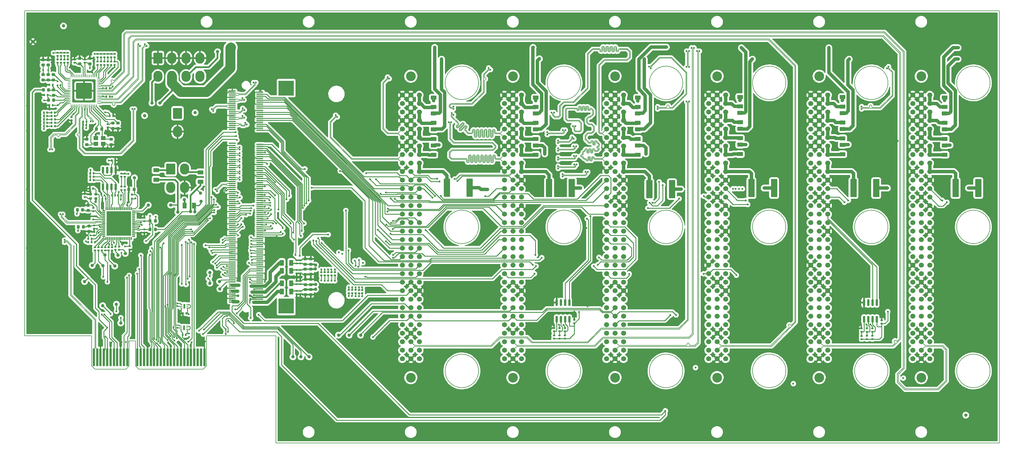
<source format=gbr>
G04 #@! TF.GenerationSoftware,KiCad,Pcbnew,6.0.7-f9a2dced07~116~ubuntu22.04.1*
G04 #@! TF.CreationDate,2023-05-03T15:08:01+01:00*
G04 #@! TF.ProjectId,hiltop_backplane_brd,68696c74-6f70-45f6-9261-636b706c616e,A*
G04 #@! TF.SameCoordinates,Original*
G04 #@! TF.FileFunction,Copper,L1,Top*
G04 #@! TF.FilePolarity,Positive*
%FSLAX46Y46*%
G04 Gerber Fmt 4.6, Leading zero omitted, Abs format (unit mm)*
G04 Created by KiCad (PCBNEW 6.0.7-f9a2dced07~116~ubuntu22.04.1) date 2023-05-03 15:08:01*
%MOMM*%
%LPD*%
G01*
G04 APERTURE LIST*
G04 Aperture macros list*
%AMRoundRect*
0 Rectangle with rounded corners*
0 $1 Rounding radius*
0 $2 $3 $4 $5 $6 $7 $8 $9 X,Y pos of 4 corners*
0 Add a 4 corners polygon primitive as box body*
4,1,4,$2,$3,$4,$5,$6,$7,$8,$9,$2,$3,0*
0 Add four circle primitives for the rounded corners*
1,1,$1+$1,$2,$3*
1,1,$1+$1,$4,$5*
1,1,$1+$1,$6,$7*
1,1,$1+$1,$8,$9*
0 Add four rect primitives between the rounded corners*
20,1,$1+$1,$2,$3,$4,$5,0*
20,1,$1+$1,$4,$5,$6,$7,0*
20,1,$1+$1,$6,$7,$8,$9,0*
20,1,$1+$1,$8,$9,$2,$3,0*%
G04 Aperture macros list end*
G04 #@! TA.AperFunction,Profile*
%ADD10C,0.150000*%
G04 #@! TD*
G04 #@! TA.AperFunction,ComponentPad*
%ADD11C,2.900680*%
G04 #@! TD*
G04 #@! TA.AperFunction,ComponentPad*
%ADD12C,1.501140*%
G04 #@! TD*
G04 #@! TA.AperFunction,SMDPad,CuDef*
%ADD13RoundRect,0.147500X-0.147500X-0.172500X0.147500X-0.172500X0.147500X0.172500X-0.147500X0.172500X0*%
G04 #@! TD*
G04 #@! TA.AperFunction,SMDPad,CuDef*
%ADD14RoundRect,0.250000X-0.712500X-2.475000X0.712500X-2.475000X0.712500X2.475000X-0.712500X2.475000X0*%
G04 #@! TD*
G04 #@! TA.AperFunction,SMDPad,CuDef*
%ADD15RoundRect,0.147500X-0.172500X0.147500X-0.172500X-0.147500X0.172500X-0.147500X0.172500X0.147500X0*%
G04 #@! TD*
G04 #@! TA.AperFunction,SMDPad,CuDef*
%ADD16RoundRect,0.218750X0.256250X-0.218750X0.256250X0.218750X-0.256250X0.218750X-0.256250X-0.218750X0*%
G04 #@! TD*
G04 #@! TA.AperFunction,SMDPad,CuDef*
%ADD17RoundRect,0.147500X0.172500X-0.147500X0.172500X0.147500X-0.172500X0.147500X-0.172500X-0.147500X0*%
G04 #@! TD*
G04 #@! TA.AperFunction,SMDPad,CuDef*
%ADD18R,0.900000X0.800000*%
G04 #@! TD*
G04 #@! TA.AperFunction,SMDPad,CuDef*
%ADD19RoundRect,0.147500X0.147500X0.172500X-0.147500X0.172500X-0.147500X-0.172500X0.147500X-0.172500X0*%
G04 #@! TD*
G04 #@! TA.AperFunction,SMDPad,CuDef*
%ADD20RoundRect,0.218750X0.218750X0.256250X-0.218750X0.256250X-0.218750X-0.256250X0.218750X-0.256250X0*%
G04 #@! TD*
G04 #@! TA.AperFunction,SMDPad,CuDef*
%ADD21RoundRect,0.250000X0.625000X-0.375000X0.625000X0.375000X-0.625000X0.375000X-0.625000X-0.375000X0*%
G04 #@! TD*
G04 #@! TA.AperFunction,SMDPad,CuDef*
%ADD22RoundRect,0.218750X-0.218750X-0.256250X0.218750X-0.256250X0.218750X0.256250X-0.218750X0.256250X0*%
G04 #@! TD*
G04 #@! TA.AperFunction,SMDPad,CuDef*
%ADD23RoundRect,0.150000X0.150000X-0.825000X0.150000X0.825000X-0.150000X0.825000X-0.150000X-0.825000X0*%
G04 #@! TD*
G04 #@! TA.AperFunction,SMDPad,CuDef*
%ADD24R,0.850000X0.300000*%
G04 #@! TD*
G04 #@! TA.AperFunction,SMDPad,CuDef*
%ADD25R,0.300000X0.850000*%
G04 #@! TD*
G04 #@! TA.AperFunction,SMDPad,CuDef*
%ADD26R,7.350000X7.350000*%
G04 #@! TD*
G04 #@! TA.AperFunction,ComponentPad*
%ADD27RoundRect,0.250001X-1.099999X-1.399999X1.099999X-1.399999X1.099999X1.399999X-1.099999X1.399999X0*%
G04 #@! TD*
G04 #@! TA.AperFunction,ComponentPad*
%ADD28O,2.700000X3.300000*%
G04 #@! TD*
G04 #@! TA.AperFunction,SMDPad,CuDef*
%ADD29RoundRect,0.218750X-0.256250X0.218750X-0.256250X-0.218750X0.256250X-0.218750X0.256250X0.218750X0*%
G04 #@! TD*
G04 #@! TA.AperFunction,SMDPad,CuDef*
%ADD30RoundRect,0.050000X0.387500X0.050000X-0.387500X0.050000X-0.387500X-0.050000X0.387500X-0.050000X0*%
G04 #@! TD*
G04 #@! TA.AperFunction,SMDPad,CuDef*
%ADD31RoundRect,0.050000X0.050000X0.387500X-0.050000X0.387500X-0.050000X-0.387500X0.050000X-0.387500X0*%
G04 #@! TD*
G04 #@! TA.AperFunction,SMDPad,CuDef*
%ADD32RoundRect,0.249998X2.100002X2.100002X-2.100002X2.100002X-2.100002X-2.100002X2.100002X-2.100002X0*%
G04 #@! TD*
G04 #@! TA.AperFunction,SMDPad,CuDef*
%ADD33RoundRect,0.250000X0.375000X0.625000X-0.375000X0.625000X-0.375000X-0.625000X0.375000X-0.625000X0*%
G04 #@! TD*
G04 #@! TA.AperFunction,SMDPad,CuDef*
%ADD34RoundRect,0.250000X-0.625000X0.375000X-0.625000X-0.375000X0.625000X-0.375000X0.625000X0.375000X0*%
G04 #@! TD*
G04 #@! TA.AperFunction,SMDPad,CuDef*
%ADD35R,0.700000X0.250000*%
G04 #@! TD*
G04 #@! TA.AperFunction,SMDPad,CuDef*
%ADD36R,0.610000X1.420000*%
G04 #@! TD*
G04 #@! TA.AperFunction,SMDPad,CuDef*
%ADD37R,0.750000X5.300000*%
G04 #@! TD*
G04 #@! TA.AperFunction,ComponentPad*
%ADD38C,1.000000*%
G04 #@! TD*
G04 #@! TA.AperFunction,SMDPad,CuDef*
%ADD39R,4.600000X4.500000*%
G04 #@! TD*
G04 #@! TA.AperFunction,SMDPad,CuDef*
%ADD40R,2.000000X0.350000*%
G04 #@! TD*
G04 #@! TA.AperFunction,SMDPad,CuDef*
%ADD41R,1.400000X1.200000*%
G04 #@! TD*
G04 #@! TA.AperFunction,SMDPad,CuDef*
%ADD42RoundRect,0.150000X-0.150000X0.825000X-0.150000X-0.825000X0.150000X-0.825000X0.150000X0.825000X0*%
G04 #@! TD*
G04 #@! TA.AperFunction,SMDPad,CuDef*
%ADD43C,1.000000*%
G04 #@! TD*
G04 #@! TA.AperFunction,ViaPad*
%ADD44C,0.600000*%
G04 #@! TD*
G04 #@! TA.AperFunction,ViaPad*
%ADD45C,0.800000*%
G04 #@! TD*
G04 #@! TA.AperFunction,ViaPad*
%ADD46C,1.000000*%
G04 #@! TD*
G04 #@! TA.AperFunction,Conductor*
%ADD47C,3.000000*%
G04 #@! TD*
G04 #@! TA.AperFunction,Conductor*
%ADD48C,0.360000*%
G04 #@! TD*
G04 #@! TA.AperFunction,Conductor*
%ADD49C,0.250000*%
G04 #@! TD*
G04 #@! TA.AperFunction,Conductor*
%ADD50C,0.200000*%
G04 #@! TD*
G04 #@! TA.AperFunction,Conductor*
%ADD51C,1.000000*%
G04 #@! TD*
G04 #@! TA.AperFunction,Conductor*
%ADD52C,0.500000*%
G04 #@! TD*
G04 #@! TA.AperFunction,Conductor*
%ADD53C,0.150000*%
G04 #@! TD*
G04 APERTURE END LIST*
D10*
X179840000Y-50700000D02*
G75*
G03*
X179840000Y-50700000I-5000000J0D01*
G01*
X210320000Y-50700000D02*
G75*
G03*
X210320000Y-50700000I-5000000J0D01*
G01*
X240800000Y-50700000D02*
G75*
G03*
X240800000Y-50700000I-5000000J0D01*
G01*
X210320000Y-93700000D02*
G75*
G03*
X210320000Y-93700000I-5000000J0D01*
G01*
X240800000Y-93700000D02*
G75*
G03*
X240800000Y-93700000I-5000000J0D01*
G01*
X179840000Y-136700000D02*
G75*
G03*
X179840000Y-136700000I-5000000J0D01*
G01*
X210320000Y-136700000D02*
G75*
G03*
X210320000Y-136700000I-5000000J0D01*
G01*
X240800000Y-136700000D02*
G75*
G03*
X240800000Y-136700000I-5000000J0D01*
G01*
X179840000Y-93700000D02*
G75*
G03*
X179840000Y-93700000I-5000000J0D01*
G01*
X271600000Y-136700000D02*
G75*
G03*
X271600000Y-136700000I-5000000J0D01*
G01*
X65300000Y-136200000D02*
X74500000Y-136200000D01*
X75500000Y-135200000D02*
X75500000Y-127700000D01*
X98600000Y-126200000D02*
X119300000Y-126200000D01*
X302080000Y-136700000D02*
G75*
G03*
X302080000Y-136700000I-5000000J0D01*
G01*
X332560000Y-93700000D02*
G75*
G03*
X332560000Y-93700000I-5000000J0D01*
G01*
X75500000Y-135200000D02*
X74500000Y-136200000D01*
X97600000Y-136200000D02*
X98600000Y-135200000D01*
X332560000Y-50700000D02*
G75*
G03*
X332560000Y-50700000I-5000000J0D01*
G01*
X271600000Y-50700000D02*
G75*
G03*
X271600000Y-50700000I-5000000J0D01*
G01*
X302080000Y-93700000D02*
G75*
G03*
X302080000Y-93700000I-5000000J0D01*
G01*
X44300000Y-29200000D02*
X335300000Y-29200000D01*
X64300000Y-135200000D02*
X64300000Y-126200000D01*
X271600000Y-93700000D02*
G75*
G03*
X271600000Y-93700000I-5000000J0D01*
G01*
X332560000Y-136700000D02*
G75*
G03*
X332560000Y-136700000I-5000000J0D01*
G01*
X77400000Y-135200000D02*
X78400000Y-136200000D01*
X119300000Y-136200000D02*
X119300000Y-158200000D01*
X44300000Y-126200000D02*
X44300000Y-29200000D01*
X119300000Y-126200000D02*
X119300000Y-136200000D01*
X78400000Y-136200000D02*
X97600000Y-136200000D01*
X64300000Y-135200000D02*
X65300000Y-136200000D01*
X75500000Y-127700000D02*
X77400000Y-127700000D01*
X98600000Y-135200000D02*
X98600000Y-127700000D01*
X335300000Y-29200000D02*
X335300000Y-158200000D01*
X302080000Y-50700000D02*
G75*
G03*
X302080000Y-50700000I-5000000J0D01*
G01*
X98600000Y-127700000D02*
X98600000Y-126200000D01*
X335300000Y-158200000D02*
X119300000Y-158200000D01*
X77400000Y-127700000D02*
X77400000Y-135200000D01*
X64300000Y-126200000D02*
X44300000Y-126200000D01*
D11*
X159600000Y-48703900D03*
X159600000Y-138696100D03*
D12*
X157060000Y-54330000D03*
X159600000Y-54330000D03*
X162140000Y-54330000D03*
X157060000Y-56870000D03*
X159600000Y-56870000D03*
X162140000Y-56870000D03*
X157060000Y-59410000D03*
X159600000Y-59410000D03*
X162140000Y-59410000D03*
X157060000Y-61950000D03*
X159600000Y-61950000D03*
X162140000Y-61950000D03*
X157060000Y-64490000D03*
X159600000Y-64490000D03*
X162140000Y-64490000D03*
X157060000Y-67030000D03*
X159600000Y-67030000D03*
X162140000Y-67030000D03*
X157060000Y-69570000D03*
X159600000Y-69570000D03*
X162140000Y-69570000D03*
X157060000Y-72110000D03*
X159600000Y-72110000D03*
X162140000Y-72110000D03*
X157060000Y-74650000D03*
X159600000Y-74650000D03*
X162140000Y-74650000D03*
X157060000Y-77190000D03*
X159600000Y-77190000D03*
X162140000Y-77190000D03*
X157060000Y-79730000D03*
X159600000Y-79730000D03*
X162140000Y-79730000D03*
X157060000Y-82270000D03*
X159600000Y-82270000D03*
X162140000Y-82270000D03*
X157060000Y-84810000D03*
X159600000Y-84810000D03*
X162140000Y-84810000D03*
X157060000Y-87350000D03*
X159600000Y-87350000D03*
X162140000Y-87350000D03*
X157060000Y-89890000D03*
X159600000Y-89890000D03*
X162140000Y-89890000D03*
X157060000Y-92430000D03*
X159600000Y-92430000D03*
X162140000Y-92430000D03*
X157060000Y-94970000D03*
X159600000Y-94970000D03*
X162140000Y-94970000D03*
X157060000Y-97510000D03*
X159600000Y-97510000D03*
X162140000Y-97510000D03*
X157060000Y-100050000D03*
X159600000Y-100050000D03*
X162140000Y-100050000D03*
X157060000Y-102590000D03*
X159600000Y-102590000D03*
X162140000Y-102590000D03*
X157060000Y-105130000D03*
X159600000Y-105130000D03*
X162140000Y-105130000D03*
X157060000Y-107670000D03*
X159600000Y-107670000D03*
X162140000Y-107670000D03*
X157060000Y-110210000D03*
X159600000Y-110210000D03*
X162140000Y-110210000D03*
X157060000Y-112750000D03*
X159600000Y-112750000D03*
X162140000Y-112750000D03*
X157060000Y-115290000D03*
X159600000Y-115290000D03*
X162140000Y-115290000D03*
X157060000Y-117830000D03*
X159600000Y-117830000D03*
X162140000Y-117830000D03*
X157060000Y-120370000D03*
X159600000Y-120370000D03*
X162140000Y-120370000D03*
X157060000Y-122910000D03*
X159600000Y-122910000D03*
X162140000Y-122910000D03*
X157060000Y-125450000D03*
X159600000Y-125450000D03*
X162140000Y-125450000D03*
X157060000Y-127990000D03*
X159600000Y-127990000D03*
X162140000Y-127990000D03*
X157060000Y-130530000D03*
X159600000Y-130530000D03*
X162140000Y-130530000D03*
X157060000Y-133070000D03*
X159600000Y-133070000D03*
X162140000Y-133070000D03*
D11*
X190080000Y-138696100D03*
X190080000Y-48703900D03*
D12*
X187540000Y-54330000D03*
X190080000Y-54330000D03*
X192620000Y-54330000D03*
X187540000Y-56870000D03*
X190080000Y-56870000D03*
X192620000Y-56870000D03*
X187540000Y-59410000D03*
X190080000Y-59410000D03*
X192620000Y-59410000D03*
X187540000Y-61950000D03*
X190080000Y-61950000D03*
X192620000Y-61950000D03*
X187540000Y-64490000D03*
X190080000Y-64490000D03*
X192620000Y-64490000D03*
X187540000Y-67030000D03*
X190080000Y-67030000D03*
X192620000Y-67030000D03*
X187540000Y-69570000D03*
X190080000Y-69570000D03*
X192620000Y-69570000D03*
X187540000Y-72110000D03*
X190080000Y-72110000D03*
X192620000Y-72110000D03*
X187540000Y-74650000D03*
X190080000Y-74650000D03*
X192620000Y-74650000D03*
X187540000Y-77190000D03*
X190080000Y-77190000D03*
X192620000Y-77190000D03*
X187540000Y-79730000D03*
X190080000Y-79730000D03*
X192620000Y-79730000D03*
X187540000Y-82270000D03*
X190080000Y-82270000D03*
X192620000Y-82270000D03*
X187540000Y-84810000D03*
X190080000Y-84810000D03*
X192620000Y-84810000D03*
X187540000Y-87350000D03*
X190080000Y-87350000D03*
X192620000Y-87350000D03*
X187540000Y-89890000D03*
X190080000Y-89890000D03*
X192620000Y-89890000D03*
X187540000Y-92430000D03*
X190080000Y-92430000D03*
X192620000Y-92430000D03*
X187540000Y-94970000D03*
X190080000Y-94970000D03*
X192620000Y-94970000D03*
X187540000Y-97510000D03*
X190080000Y-97510000D03*
X192620000Y-97510000D03*
X187540000Y-100050000D03*
X190080000Y-100050000D03*
X192620000Y-100050000D03*
X187540000Y-102590000D03*
X190080000Y-102590000D03*
X192620000Y-102590000D03*
X187540000Y-105130000D03*
X190080000Y-105130000D03*
X192620000Y-105130000D03*
X187540000Y-107670000D03*
X190080000Y-107670000D03*
X192620000Y-107670000D03*
X187540000Y-110210000D03*
X190080000Y-110210000D03*
X192620000Y-110210000D03*
X187540000Y-112750000D03*
X190080000Y-112750000D03*
X192620000Y-112750000D03*
X187540000Y-115290000D03*
X190080000Y-115290000D03*
X192620000Y-115290000D03*
X187540000Y-117830000D03*
X190080000Y-117830000D03*
X192620000Y-117830000D03*
X187540000Y-120370000D03*
X190080000Y-120370000D03*
X192620000Y-120370000D03*
X187540000Y-122910000D03*
X190080000Y-122910000D03*
X192620000Y-122910000D03*
X187540000Y-125450000D03*
X190080000Y-125450000D03*
X192620000Y-125450000D03*
X187540000Y-127990000D03*
X190080000Y-127990000D03*
X192620000Y-127990000D03*
X187540000Y-130530000D03*
X190080000Y-130530000D03*
X192620000Y-130530000D03*
X187540000Y-133070000D03*
X190080000Y-133070000D03*
X192620000Y-133070000D03*
D11*
X220560000Y-48703900D03*
X220560000Y-138696100D03*
D12*
X218020000Y-54330000D03*
X220560000Y-54330000D03*
X223100000Y-54330000D03*
X218020000Y-56870000D03*
X220560000Y-56870000D03*
X223100000Y-56870000D03*
X218020000Y-59410000D03*
X220560000Y-59410000D03*
X223100000Y-59410000D03*
X218020000Y-61950000D03*
X220560000Y-61950000D03*
X223100000Y-61950000D03*
X218020000Y-64490000D03*
X220560000Y-64490000D03*
X223100000Y-64490000D03*
X218020000Y-67030000D03*
X220560000Y-67030000D03*
X223100000Y-67030000D03*
X218020000Y-69570000D03*
X220560000Y-69570000D03*
X223100000Y-69570000D03*
X218020000Y-72110000D03*
X220560000Y-72110000D03*
X223100000Y-72110000D03*
X218020000Y-74650000D03*
X220560000Y-74650000D03*
X223100000Y-74650000D03*
X218020000Y-77190000D03*
X220560000Y-77190000D03*
X223100000Y-77190000D03*
X218020000Y-79730000D03*
X220560000Y-79730000D03*
X223100000Y-79730000D03*
X218020000Y-82270000D03*
X220560000Y-82270000D03*
X223100000Y-82270000D03*
X218020000Y-84810000D03*
X220560000Y-84810000D03*
X223100000Y-84810000D03*
X218020000Y-87350000D03*
X220560000Y-87350000D03*
X223100000Y-87350000D03*
X218020000Y-89890000D03*
X220560000Y-89890000D03*
X223100000Y-89890000D03*
X218020000Y-92430000D03*
X220560000Y-92430000D03*
X223100000Y-92430000D03*
X218020000Y-94970000D03*
X220560000Y-94970000D03*
X223100000Y-94970000D03*
X218020000Y-97510000D03*
X220560000Y-97510000D03*
X223100000Y-97510000D03*
X218020000Y-100050000D03*
X220560000Y-100050000D03*
X223100000Y-100050000D03*
X218020000Y-102590000D03*
X220560000Y-102590000D03*
X223100000Y-102590000D03*
X218020000Y-105130000D03*
X220560000Y-105130000D03*
X223100000Y-105130000D03*
X218020000Y-107670000D03*
X220560000Y-107670000D03*
X223100000Y-107670000D03*
X218020000Y-110210000D03*
X220560000Y-110210000D03*
X223100000Y-110210000D03*
X218020000Y-112750000D03*
X220560000Y-112750000D03*
X223100000Y-112750000D03*
X218020000Y-115290000D03*
X220560000Y-115290000D03*
X223100000Y-115290000D03*
X218020000Y-117830000D03*
X220560000Y-117830000D03*
X223100000Y-117830000D03*
X218020000Y-120370000D03*
X220560000Y-120370000D03*
X223100000Y-120370000D03*
X218020000Y-122910000D03*
X220560000Y-122910000D03*
X223100000Y-122910000D03*
X218020000Y-125450000D03*
X220560000Y-125450000D03*
X223100000Y-125450000D03*
X218020000Y-127990000D03*
X220560000Y-127990000D03*
X223100000Y-127990000D03*
X218020000Y-130530000D03*
X220560000Y-130530000D03*
X223100000Y-130530000D03*
X218020000Y-133070000D03*
X220560000Y-133070000D03*
X223100000Y-133070000D03*
D13*
X75327500Y-85344000D03*
X76297500Y-85344000D03*
D14*
X170366500Y-82042000D03*
X177141500Y-82042000D03*
D15*
X73152000Y-77747000D03*
X73152000Y-78717000D03*
D16*
X63246000Y-88784500D03*
X63246000Y-87209500D03*
D17*
X75628500Y-100434000D03*
X75628500Y-99464000D03*
D13*
X63897500Y-79756000D03*
X64867500Y-79756000D03*
D18*
X65595000Y-83957000D03*
X63945000Y-83957000D03*
X63945000Y-85207000D03*
X65595000Y-85207000D03*
D15*
X64770000Y-90515000D03*
X64770000Y-91485000D03*
D13*
X70381000Y-84328000D03*
X71351000Y-84328000D03*
D15*
X74168000Y-77747000D03*
X74168000Y-78717000D03*
D19*
X92427500Y-125980000D03*
X91457500Y-125980000D03*
D17*
X65278000Y-100735000D03*
X65278000Y-99765000D03*
D20*
X61606500Y-88646000D03*
X60031500Y-88646000D03*
D17*
X71437500Y-100561000D03*
X71437500Y-99591000D03*
X72530000Y-100561000D03*
X72530000Y-99591000D03*
X69342000Y-100735000D03*
X69342000Y-99765000D03*
D15*
X65024000Y-95215000D03*
X65024000Y-96185000D03*
D19*
X64285000Y-98250000D03*
X63315000Y-98250000D03*
D21*
X166400000Y-72150000D03*
X166400000Y-69350000D03*
D22*
X75412500Y-82550000D03*
X76987500Y-82550000D03*
D23*
X67691000Y-81723000D03*
X68961000Y-81723000D03*
X70231000Y-81723000D03*
X71501000Y-81723000D03*
X71501000Y-76773000D03*
X70231000Y-76773000D03*
X68961000Y-76773000D03*
X67691000Y-76773000D03*
D21*
X227400000Y-72150000D03*
X227400000Y-69350000D03*
D17*
X68326000Y-100735000D03*
X68326000Y-99765000D03*
X74168000Y-82660500D03*
X74168000Y-81690500D03*
D14*
X230818500Y-82423000D03*
X237593500Y-82423000D03*
D17*
X64770000Y-88997500D03*
X64770000Y-88027500D03*
X67310000Y-100735000D03*
X67310000Y-99765000D03*
D24*
X67940000Y-88960000D03*
X67940000Y-89460000D03*
X67940000Y-89960000D03*
X67940000Y-90460000D03*
X67940000Y-90960000D03*
X67940000Y-91460000D03*
X67940000Y-91960000D03*
X67940000Y-92460000D03*
X67940000Y-92960000D03*
X67940000Y-93460000D03*
X67940000Y-93960000D03*
X67940000Y-94460000D03*
X67940000Y-94960000D03*
X67940000Y-95460000D03*
X67940000Y-95960000D03*
X67940000Y-96460000D03*
D25*
X68640000Y-97160000D03*
X69140000Y-97160000D03*
X69640000Y-97160000D03*
X70140000Y-97160000D03*
X70640000Y-97160000D03*
X71140000Y-97160000D03*
X71640000Y-97160000D03*
X72140000Y-97160000D03*
X72640000Y-97160000D03*
X73140000Y-97160000D03*
X73640000Y-97160000D03*
X74140000Y-97160000D03*
X74640000Y-97160000D03*
X75140000Y-97160000D03*
X75640000Y-97160000D03*
X76140000Y-97160000D03*
D24*
X76840000Y-96460000D03*
X76840000Y-95960000D03*
X76840000Y-95460000D03*
X76840000Y-94960000D03*
X76840000Y-94460000D03*
X76840000Y-93960000D03*
X76840000Y-93460000D03*
X76840000Y-92960000D03*
X76840000Y-92460000D03*
X76840000Y-91960000D03*
X76840000Y-91460000D03*
X76840000Y-90960000D03*
X76840000Y-90460000D03*
X76840000Y-89960000D03*
X76840000Y-89460000D03*
X76840000Y-88960000D03*
D25*
X76140000Y-88260000D03*
X75640000Y-88260000D03*
X75140000Y-88260000D03*
X74640000Y-88260000D03*
X74140000Y-88260000D03*
X73640000Y-88260000D03*
X73140000Y-88260000D03*
X72640000Y-88260000D03*
X72140000Y-88260000D03*
X71640000Y-88260000D03*
X71140000Y-88260000D03*
X70640000Y-88260000D03*
X70140000Y-88260000D03*
X69640000Y-88260000D03*
X69140000Y-88260000D03*
X68640000Y-88260000D03*
D26*
X72390000Y-92710000D03*
D13*
X63897500Y-77724000D03*
X64867500Y-77724000D03*
D17*
X66294000Y-100735000D03*
X66294000Y-99765000D03*
D19*
X64880500Y-78740000D03*
X63910500Y-78740000D03*
D20*
X61860500Y-93726000D03*
X60285500Y-93726000D03*
D27*
X84074000Y-43268000D03*
D28*
X88274000Y-43268000D03*
X92474000Y-43268000D03*
X96674000Y-43268000D03*
X84074000Y-48768000D03*
X88274000Y-48768000D03*
X92474000Y-48768000D03*
X96674000Y-48768000D03*
D27*
X89916000Y-59778000D03*
D28*
X89916000Y-65278000D03*
D17*
X73152000Y-82660500D03*
X73152000Y-81690500D03*
D13*
X75327500Y-84074000D03*
X76297500Y-84074000D03*
D15*
X62230000Y-83843000D03*
X62230000Y-84813000D03*
D13*
X67515000Y-85344000D03*
X68485000Y-85344000D03*
D21*
X227400000Y-62650000D03*
X227400000Y-59850000D03*
X196900000Y-57900000D03*
X196900000Y-55100000D03*
D20*
X83337500Y-91948000D03*
X81762500Y-91948000D03*
D15*
X80040000Y-90995000D03*
X80040000Y-91965000D03*
D20*
X83337500Y-94488000D03*
X81762500Y-94488000D03*
D19*
X73129000Y-84328000D03*
X72159000Y-84328000D03*
D15*
X65024000Y-93241000D03*
X65024000Y-94211000D03*
D29*
X63500000Y-93446500D03*
X63500000Y-95021500D03*
D13*
X63315000Y-97250000D03*
X64285000Y-97250000D03*
D17*
X57150000Y-42649000D03*
X57150000Y-41679000D03*
X58300000Y-61885000D03*
X58300000Y-60915000D03*
D30*
X66388500Y-56836000D03*
X66388500Y-56336000D03*
X66388500Y-55836000D03*
X66388500Y-55336000D03*
X66388500Y-54836000D03*
X66388500Y-54336000D03*
X66388500Y-53836000D03*
X66388500Y-53336000D03*
X66388500Y-52836000D03*
X66388500Y-52336000D03*
X66388500Y-51836000D03*
X66388500Y-51336000D03*
X66388500Y-50836000D03*
X66388500Y-50336000D03*
X66388500Y-49836000D03*
X66388500Y-49336000D03*
D31*
X65726000Y-48673500D03*
X65226000Y-48673500D03*
X64726000Y-48673500D03*
X64226000Y-48673500D03*
X63726000Y-48673500D03*
X63226000Y-48673500D03*
X62726000Y-48673500D03*
X62226000Y-48673500D03*
X61726000Y-48673500D03*
X61226000Y-48673500D03*
X60726000Y-48673500D03*
X60226000Y-48673500D03*
X59726000Y-48673500D03*
X59226000Y-48673500D03*
X58726000Y-48673500D03*
X58226000Y-48673500D03*
D30*
X57563500Y-49336000D03*
X57563500Y-49836000D03*
X57563500Y-50336000D03*
X57563500Y-50836000D03*
X57563500Y-51336000D03*
X57563500Y-51836000D03*
X57563500Y-52336000D03*
X57563500Y-52836000D03*
X57563500Y-53336000D03*
X57563500Y-53836000D03*
X57563500Y-54336000D03*
X57563500Y-54836000D03*
X57563500Y-55336000D03*
X57563500Y-55836000D03*
X57563500Y-56336000D03*
X57563500Y-56836000D03*
D31*
X58226000Y-57498500D03*
X58726000Y-57498500D03*
X59226000Y-57498500D03*
X59726000Y-57498500D03*
X60226000Y-57498500D03*
X60726000Y-57498500D03*
X61226000Y-57498500D03*
X61726000Y-57498500D03*
X62226000Y-57498500D03*
X62726000Y-57498500D03*
X63226000Y-57498500D03*
X63726000Y-57498500D03*
X64226000Y-57498500D03*
X64726000Y-57498500D03*
X65226000Y-57498500D03*
X65726000Y-57498500D03*
D32*
X61976000Y-53086000D03*
D13*
X50188000Y-54356000D03*
X51158000Y-54356000D03*
D15*
X59182000Y-43711000D03*
X59182000Y-44681000D03*
D17*
X69088000Y-63985000D03*
X69088000Y-63015000D03*
D29*
X49784000Y-43789500D03*
X49784000Y-45364500D03*
X51308000Y-48234500D03*
X51308000Y-49809500D03*
D17*
X54102000Y-42649000D03*
X54102000Y-41679000D03*
D15*
X68072000Y-44346000D03*
X68072000Y-45316000D03*
D13*
X52347000Y-60579000D03*
X53317000Y-60579000D03*
D19*
X51013500Y-61600000D03*
X50043500Y-61600000D03*
D29*
X60706000Y-43408500D03*
X60706000Y-44983500D03*
D22*
X49885500Y-52832000D03*
X51460500Y-52832000D03*
D15*
X56134000Y-43711000D03*
X56134000Y-44681000D03*
X55118000Y-43711000D03*
X55118000Y-44681000D03*
X54102000Y-43711000D03*
X54102000Y-44681000D03*
D29*
X52959000Y-52806500D03*
X52959000Y-54381500D03*
D19*
X51020000Y-62616000D03*
X50050000Y-62616000D03*
D15*
X62230000Y-43711000D03*
X62230000Y-44681000D03*
D16*
X70132000Y-69093500D03*
X70132000Y-67518500D03*
D19*
X52682000Y-51308000D03*
X51712000Y-51308000D03*
D29*
X63754000Y-43408500D03*
X63754000Y-44983500D03*
D13*
X61745000Y-63285000D03*
X62715000Y-63285000D03*
D19*
X51024500Y-59563000D03*
X50054500Y-59563000D03*
D29*
X62820000Y-67522500D03*
X62820000Y-69097500D03*
D16*
X70612000Y-64287500D03*
X70612000Y-62712500D03*
D17*
X56134000Y-42649000D03*
X56134000Y-41679000D03*
X55118000Y-42649000D03*
X55118000Y-41679000D03*
D15*
X57150000Y-43711000D03*
X57150000Y-44681000D03*
D29*
X52832000Y-48234500D03*
X52832000Y-49809500D03*
D22*
X65760500Y-64516000D03*
X67335500Y-64516000D03*
D13*
X52365000Y-62616000D03*
X53335000Y-62616000D03*
X52365000Y-63632000D03*
X53335000Y-63632000D03*
D27*
X87884000Y-76454000D03*
D28*
X92084000Y-76454000D03*
X87884000Y-81954000D03*
X92084000Y-81954000D03*
D33*
X94875000Y-87370000D03*
X92075000Y-87370000D03*
D34*
X96780000Y-77410000D03*
X96780000Y-80210000D03*
D13*
X51712000Y-57404000D03*
X52682000Y-57404000D03*
D19*
X51031000Y-60579000D03*
X50061000Y-60579000D03*
X51013500Y-63632000D03*
X50043500Y-63632000D03*
D13*
X52365000Y-61600000D03*
X53335000Y-61600000D03*
D29*
X49784000Y-48234500D03*
X49784000Y-49809500D03*
X51308000Y-43775500D03*
X51308000Y-45350500D03*
D15*
X67056000Y-44346000D03*
X67056000Y-45316000D03*
D17*
X71150000Y-45316000D03*
X71150000Y-44346000D03*
X71150000Y-43030000D03*
X71150000Y-42060000D03*
D15*
X69100000Y-44346000D03*
X69100000Y-45316000D03*
X70116000Y-44346000D03*
X70116000Y-45316000D03*
D17*
X70116000Y-43030000D03*
X70116000Y-42060000D03*
X69100000Y-43030000D03*
X69100000Y-42060000D03*
D19*
X69670000Y-52300000D03*
X68700000Y-52300000D03*
X70716000Y-60579000D03*
X69746000Y-60579000D03*
D16*
X72136000Y-64287500D03*
X72136000Y-62712500D03*
D20*
X52984500Y-55880000D03*
X51409500Y-55880000D03*
D13*
X52347000Y-59563000D03*
X53317000Y-59563000D03*
D15*
X66040000Y-44346000D03*
X66040000Y-45316000D03*
D17*
X68072000Y-43030000D03*
X68072000Y-42060000D03*
X67056000Y-43030000D03*
X67056000Y-42060000D03*
X66040000Y-43030000D03*
X66040000Y-42060000D03*
D14*
X200892000Y-82105500D03*
X207667000Y-82105500D03*
D21*
X196900000Y-67400000D03*
X196900000Y-64600000D03*
X196900000Y-62650000D03*
X196900000Y-59850000D03*
D33*
X123869000Y-113031000D03*
X121069000Y-113031000D03*
D15*
X126580000Y-112795000D03*
X126580000Y-113765000D03*
D29*
X129710000Y-112372500D03*
X129710000Y-113947500D03*
D16*
X128080000Y-104827500D03*
X128080000Y-103252500D03*
D15*
X125517000Y-112800000D03*
X125517000Y-113770000D03*
D29*
X128082000Y-106293500D03*
X128082000Y-107868500D03*
X128090000Y-112372500D03*
X128090000Y-113947500D03*
D15*
X126610000Y-106595000D03*
X126610000Y-107565000D03*
D16*
X129720000Y-110917500D03*
X129720000Y-109342500D03*
D33*
X123894000Y-106827000D03*
X121094000Y-106827000D03*
X123894000Y-104412000D03*
X121094000Y-104412000D03*
D17*
X125517000Y-110793000D03*
X125517000Y-109823000D03*
X125542000Y-104643000D03*
X125542000Y-103673000D03*
D29*
X129720000Y-106292500D03*
X129720000Y-107867500D03*
D16*
X129720000Y-104827500D03*
X129720000Y-103252500D03*
D33*
X123869000Y-110562000D03*
X121069000Y-110562000D03*
D16*
X128090000Y-110917500D03*
X128090000Y-109342500D03*
D15*
X125542000Y-106596000D03*
X125542000Y-107566000D03*
D13*
X63765000Y-82250000D03*
X64735000Y-82250000D03*
D19*
X71311000Y-73896000D03*
X70341000Y-73896000D03*
D21*
X166400000Y-62650000D03*
X166400000Y-59850000D03*
X227400000Y-57900000D03*
X227400000Y-55100000D03*
X166400000Y-57900000D03*
X166400000Y-55100000D03*
X166400000Y-67400000D03*
X166400000Y-64600000D03*
X227400000Y-67400000D03*
X227400000Y-64600000D03*
X196900000Y-72150000D03*
X196900000Y-69350000D03*
D13*
X61760000Y-62285000D03*
X62730000Y-62285000D03*
D35*
X92815000Y-124340000D03*
X92815000Y-123840000D03*
X92815000Y-123340000D03*
X90965000Y-123340000D03*
X90965000Y-123840000D03*
X90965000Y-124340000D03*
D36*
X91890000Y-123840000D03*
D19*
X92545000Y-119510000D03*
X91575000Y-119510000D03*
D35*
X92920000Y-117865000D03*
X92920000Y-117365000D03*
X92920000Y-116865000D03*
X91070000Y-116865000D03*
X91070000Y-117365000D03*
X91070000Y-117865000D03*
D36*
X91995000Y-117365000D03*
D19*
X69685000Y-54800000D03*
X68715000Y-54800000D03*
D15*
X70358000Y-99765000D03*
X70358000Y-100735000D03*
D17*
X80010000Y-95405000D03*
X80010000Y-94435000D03*
D37*
X64954000Y-132600000D03*
X65954000Y-132600000D03*
X66954000Y-132600000D03*
X67954000Y-132600000D03*
X68954000Y-132600000D03*
X69954000Y-132600000D03*
X70954000Y-132600000D03*
X71954000Y-132600000D03*
X72954000Y-132600000D03*
X73954000Y-132600000D03*
X74954000Y-132600000D03*
X77954000Y-132600000D03*
X78954000Y-132600000D03*
X79954000Y-132600000D03*
X80954000Y-132600000D03*
X81954000Y-132600000D03*
X82954000Y-132600000D03*
X83954000Y-132600000D03*
X84954000Y-132600000D03*
X85954000Y-132600000D03*
X86954000Y-132600000D03*
X87954000Y-132600000D03*
X88954000Y-132600000D03*
X89954000Y-132600000D03*
X90954000Y-132600000D03*
X91954000Y-132600000D03*
X92954000Y-132600000D03*
X93954000Y-132600000D03*
X94954000Y-132600000D03*
X95954000Y-132600000D03*
X96954000Y-132600000D03*
X97954000Y-132600000D03*
D17*
X145100000Y-113500000D03*
X145100000Y-112530000D03*
X144100000Y-113500000D03*
X144100000Y-112530000D03*
X143100000Y-113485000D03*
X143100000Y-112515000D03*
X142100000Y-113470000D03*
X142100000Y-112500000D03*
X141100000Y-113470000D03*
X141100000Y-112500000D03*
X136900000Y-108170000D03*
X136900000Y-107200000D03*
X135900000Y-108170000D03*
X135900000Y-107200000D03*
X134900000Y-108185000D03*
X134900000Y-107215000D03*
X133900000Y-108185000D03*
X133900000Y-107215000D03*
X132900000Y-108170000D03*
X132900000Y-107200000D03*
D38*
X67600000Y-117200000D03*
X71700000Y-116800000D03*
X62200000Y-110000000D03*
X73000000Y-122400000D03*
X138000000Y-126000000D03*
X141200000Y-126000000D03*
X144600000Y-126000000D03*
X68300000Y-102100000D03*
X67700000Y-105300000D03*
X64500000Y-105200000D03*
X71200000Y-105400000D03*
X102600000Y-112200000D03*
X102500000Y-110000000D03*
X99600000Y-110500000D03*
X77090000Y-79040000D03*
X99600000Y-107300000D03*
X81200000Y-87200000D03*
X72130000Y-102140000D03*
X74350000Y-101620000D03*
X46800000Y-38400000D03*
X101900000Y-41400000D03*
X95200000Y-59600000D03*
X82300000Y-56700000D03*
X84700000Y-56700000D03*
X80120000Y-60470000D03*
X87900000Y-87200000D03*
X96800000Y-83600000D03*
X97010000Y-86030000D03*
D39*
X122400000Y-117350000D03*
X122400000Y-52250000D03*
D40*
X106300000Y-53150000D03*
X114499999Y-53450000D03*
X106300000Y-53750000D03*
X114499999Y-54050000D03*
X106300000Y-54350000D03*
X114499999Y-54650000D03*
X106300000Y-54950000D03*
X114499999Y-55250000D03*
X106300000Y-55550000D03*
X114499999Y-55850000D03*
X106300000Y-56150000D03*
X114499999Y-56450000D03*
X106300000Y-56750000D03*
X114499999Y-57050000D03*
X106300000Y-57350000D03*
X114499999Y-57650000D03*
X106300000Y-57950000D03*
X114499999Y-58250000D03*
X106300000Y-58550000D03*
X114499999Y-58850000D03*
X106300000Y-59150000D03*
X114499999Y-59450000D03*
X106300000Y-59750000D03*
X114499999Y-60050000D03*
X106300000Y-60350000D03*
X114499999Y-60650000D03*
X106300000Y-60950000D03*
X114499999Y-61250000D03*
X106300000Y-61550000D03*
X114499999Y-61850000D03*
X106300000Y-62150000D03*
X114499999Y-62450000D03*
X106300000Y-62750000D03*
X114499999Y-63050000D03*
X106300000Y-63350000D03*
X114499999Y-63650000D03*
X106300000Y-63950000D03*
X114499999Y-64250000D03*
X106300000Y-64550000D03*
X114499999Y-64850000D03*
X106300000Y-68750000D03*
X114499999Y-69050000D03*
X106300000Y-69350000D03*
X114499999Y-69650000D03*
X106300000Y-69950000D03*
X114499999Y-70250000D03*
X106300000Y-70550000D03*
X114499999Y-70850000D03*
X106300000Y-71150000D03*
X114499999Y-71450000D03*
X106300000Y-71750000D03*
X114499999Y-72050000D03*
X106300000Y-72350000D03*
X114499999Y-72650000D03*
X106300000Y-72950000D03*
X114499999Y-73250000D03*
X106300000Y-73550000D03*
X114499999Y-73850000D03*
X106300000Y-74150000D03*
X114499999Y-74450000D03*
X106300000Y-74750000D03*
X114499999Y-75050000D03*
X106300000Y-75350000D03*
X114499999Y-75650000D03*
X106300000Y-75950000D03*
X114499999Y-76250000D03*
X106300000Y-76550000D03*
X114499999Y-76850000D03*
X106300000Y-77150000D03*
X114499999Y-77450000D03*
X106300000Y-77750000D03*
X114499999Y-78050000D03*
X106300000Y-78350000D03*
X114499999Y-78650000D03*
X106300000Y-78950000D03*
X114499999Y-79250000D03*
X106300000Y-79550000D03*
X114499999Y-79850000D03*
X106300000Y-80150000D03*
X114499999Y-80450000D03*
X106300000Y-80750000D03*
X114499999Y-81050000D03*
X106300000Y-81350000D03*
X114499999Y-81650000D03*
X106300000Y-81950000D03*
X114499999Y-82250000D03*
X106300000Y-82550000D03*
X114499999Y-82850000D03*
X106300000Y-83150000D03*
X114499999Y-83450000D03*
X106300000Y-83750000D03*
X114499999Y-84050000D03*
X106300000Y-84350000D03*
X114499999Y-84650000D03*
X106300000Y-84950000D03*
X114499999Y-85250000D03*
X106300000Y-85550000D03*
X114499999Y-85850000D03*
X106300000Y-86150000D03*
X114499999Y-86450000D03*
X106300000Y-86750000D03*
X114499999Y-87050000D03*
X106300000Y-87350000D03*
X114499999Y-87650000D03*
X106300000Y-87950000D03*
X114499999Y-88250000D03*
X106300000Y-88550000D03*
X114499999Y-88850000D03*
X106300000Y-89150000D03*
X114499999Y-89450000D03*
X106300000Y-89750000D03*
X114499999Y-90050000D03*
X106300000Y-90350000D03*
X114499999Y-90650000D03*
X106300000Y-90950000D03*
X114499999Y-91250000D03*
X106300000Y-91550000D03*
X114499999Y-91850000D03*
X106300000Y-92150000D03*
X114499999Y-92450000D03*
X106300000Y-92750000D03*
X114499999Y-93050000D03*
X106300000Y-93350000D03*
X114499999Y-93650000D03*
X106300000Y-93950000D03*
X114499999Y-94250000D03*
X106300000Y-94550000D03*
X114499999Y-94850000D03*
X106300000Y-95150000D03*
X114499999Y-95450000D03*
X106300000Y-95750000D03*
X114499999Y-96050000D03*
X106300000Y-96350000D03*
X114499999Y-96650000D03*
X106300000Y-96950000D03*
X114499999Y-97250000D03*
X106300000Y-97550000D03*
X114499999Y-97850000D03*
X106300000Y-98150000D03*
X114499999Y-98450000D03*
X106300000Y-98750000D03*
X114499999Y-99050000D03*
X106300000Y-99350000D03*
X114499999Y-99650000D03*
X106300000Y-99950000D03*
X114499999Y-100250000D03*
X106300000Y-100550000D03*
X114499999Y-100850000D03*
X106300000Y-101150000D03*
X114499999Y-101450000D03*
X106300000Y-101750000D03*
X114499999Y-102050000D03*
X106300000Y-102350000D03*
X114499999Y-102650000D03*
X106300000Y-102950000D03*
X114499999Y-103250000D03*
X106300000Y-103550000D03*
X114499999Y-103850000D03*
X106300000Y-104150000D03*
X114499999Y-104450000D03*
X106300000Y-104750000D03*
X114499999Y-105050000D03*
X106300000Y-105350000D03*
X114499999Y-105650000D03*
X106300000Y-105950000D03*
X114499999Y-106250000D03*
X106300000Y-106550000D03*
X114499999Y-106850000D03*
X106300000Y-107150000D03*
X114499999Y-107450000D03*
X106300000Y-107750000D03*
X114499999Y-108050000D03*
X106300000Y-108350000D03*
X114499999Y-108650000D03*
X106300000Y-108950000D03*
X114499999Y-109250000D03*
X106300000Y-109550000D03*
X114499999Y-109850000D03*
X106300000Y-110150000D03*
X114499999Y-110450000D03*
X106300000Y-110750000D03*
X114499999Y-111050000D03*
X106300000Y-111350000D03*
X114499999Y-111650000D03*
X106300000Y-111950000D03*
X114499999Y-112250000D03*
X106300000Y-112550000D03*
X114499999Y-112850000D03*
X106300000Y-113150000D03*
X114499999Y-113450000D03*
X106300000Y-113750000D03*
X114499999Y-114050000D03*
X106300000Y-114350000D03*
X114499999Y-114650000D03*
X106300000Y-114950000D03*
X114499999Y-115250000D03*
X106300000Y-115550000D03*
X114499999Y-115850000D03*
X106300000Y-116150000D03*
X114499999Y-116450000D03*
D34*
X83590000Y-76790000D03*
X83590000Y-79590000D03*
D17*
X126600000Y-104643000D03*
X126600000Y-103673000D03*
X126570000Y-110793000D03*
X126570000Y-109823000D03*
D41*
X67730000Y-67210000D03*
X65530000Y-67210000D03*
X65530000Y-68910000D03*
X67730000Y-68910000D03*
D15*
X300200000Y-121615000D03*
X300200000Y-122585000D03*
D17*
X205635000Y-124860000D03*
X205635000Y-123890000D03*
X297400000Y-127185000D03*
X297400000Y-126215000D03*
X205635000Y-127060000D03*
X205635000Y-126090000D03*
D15*
X208435000Y-121490000D03*
X208435000Y-122460000D03*
D17*
X202405000Y-127060000D03*
X202405000Y-126090000D03*
X294200000Y-127215000D03*
X294200000Y-126245000D03*
X295800000Y-127185000D03*
X295800000Y-126215000D03*
D21*
X288500000Y-67250000D03*
X288500000Y-64450000D03*
X319000000Y-72150000D03*
X319000000Y-69350000D03*
D17*
X297400000Y-124985000D03*
X297400000Y-124015000D03*
D21*
X257900000Y-62450000D03*
X257900000Y-59650000D03*
X319000000Y-67400000D03*
X319000000Y-64600000D03*
D17*
X202405000Y-124860000D03*
X202405000Y-123890000D03*
D21*
X257900000Y-57700000D03*
X257900000Y-54900000D03*
D42*
X206940000Y-116325000D03*
X205670000Y-116325000D03*
X204400000Y-116325000D03*
X203130000Y-116325000D03*
X203130000Y-121275000D03*
X204400000Y-121275000D03*
X205670000Y-121275000D03*
X206940000Y-121275000D03*
D21*
X257900000Y-67200000D03*
X257900000Y-64400000D03*
D38*
X124400000Y-132500000D03*
D14*
X261298500Y-82105500D03*
X268073500Y-82105500D03*
D11*
X251040000Y-138696100D03*
X251040000Y-48703900D03*
D12*
X248500000Y-54330000D03*
X251040000Y-54330000D03*
X253580000Y-54330000D03*
X248500000Y-56870000D03*
X251040000Y-56870000D03*
X253580000Y-56870000D03*
X248500000Y-59410000D03*
X251040000Y-59410000D03*
X253580000Y-59410000D03*
X248500000Y-61950000D03*
X251040000Y-61950000D03*
X253580000Y-61950000D03*
X248500000Y-64490000D03*
X251040000Y-64490000D03*
X253580000Y-64490000D03*
X248500000Y-67030000D03*
X251040000Y-67030000D03*
X253580000Y-67030000D03*
X248500000Y-69570000D03*
X251040000Y-69570000D03*
X253580000Y-69570000D03*
X248500000Y-72110000D03*
X251040000Y-72110000D03*
X253580000Y-72110000D03*
X248500000Y-74650000D03*
X251040000Y-74650000D03*
X253580000Y-74650000D03*
X248500000Y-77190000D03*
X251040000Y-77190000D03*
X253580000Y-77190000D03*
X248500000Y-79730000D03*
X251040000Y-79730000D03*
X253580000Y-79730000D03*
X248500000Y-82270000D03*
X251040000Y-82270000D03*
X253580000Y-82270000D03*
X248500000Y-84810000D03*
X251040000Y-84810000D03*
X253580000Y-84810000D03*
X248500000Y-87350000D03*
X251040000Y-87350000D03*
X253580000Y-87350000D03*
X248500000Y-89890000D03*
X251040000Y-89890000D03*
X253580000Y-89890000D03*
X248500000Y-92430000D03*
X251040000Y-92430000D03*
X253580000Y-92430000D03*
X248500000Y-94970000D03*
X251040000Y-94970000D03*
X253580000Y-94970000D03*
X248500000Y-97510000D03*
X251040000Y-97510000D03*
X253580000Y-97510000D03*
X248500000Y-100050000D03*
X251040000Y-100050000D03*
X253580000Y-100050000D03*
X248500000Y-102590000D03*
X251040000Y-102590000D03*
X253580000Y-102590000D03*
X248500000Y-105130000D03*
X251040000Y-105130000D03*
X253580000Y-105130000D03*
X248500000Y-107670000D03*
X251040000Y-107670000D03*
X253580000Y-107670000D03*
X248500000Y-110210000D03*
X251040000Y-110210000D03*
X253580000Y-110210000D03*
X248500000Y-112750000D03*
X251040000Y-112750000D03*
X253580000Y-112750000D03*
X248500000Y-115290000D03*
X251040000Y-115290000D03*
X253580000Y-115290000D03*
X248500000Y-117830000D03*
X251040000Y-117830000D03*
X253580000Y-117830000D03*
X248500000Y-120370000D03*
X251040000Y-120370000D03*
X253580000Y-120370000D03*
X248500000Y-122910000D03*
X251040000Y-122910000D03*
X253580000Y-122910000D03*
X248500000Y-125450000D03*
X251040000Y-125450000D03*
X253580000Y-125450000D03*
X248500000Y-127990000D03*
X251040000Y-127990000D03*
X253580000Y-127990000D03*
X248500000Y-130530000D03*
X251040000Y-130530000D03*
X253580000Y-130530000D03*
X248500000Y-133070000D03*
X251040000Y-133070000D03*
X253580000Y-133070000D03*
D17*
X295800000Y-124985000D03*
X295800000Y-124015000D03*
D38*
X129200000Y-132500000D03*
D43*
X55900000Y-33700000D03*
D11*
X312000000Y-138696100D03*
X312000000Y-48703900D03*
D12*
X309460000Y-54330000D03*
X312000000Y-54330000D03*
X314540000Y-54330000D03*
X309460000Y-56870000D03*
X312000000Y-56870000D03*
X314540000Y-56870000D03*
X309460000Y-59410000D03*
X312000000Y-59410000D03*
X314540000Y-59410000D03*
X309460000Y-61950000D03*
X312000000Y-61950000D03*
X314540000Y-61950000D03*
X309460000Y-64490000D03*
X312000000Y-64490000D03*
X314540000Y-64490000D03*
X309460000Y-67030000D03*
X312000000Y-67030000D03*
X314540000Y-67030000D03*
X309460000Y-69570000D03*
X312000000Y-69570000D03*
X314540000Y-69570000D03*
X309460000Y-72110000D03*
X312000000Y-72110000D03*
X314540000Y-72110000D03*
X309460000Y-74650000D03*
X312000000Y-74650000D03*
X314540000Y-74650000D03*
X309460000Y-77190000D03*
X312000000Y-77190000D03*
X314540000Y-77190000D03*
X309460000Y-79730000D03*
X312000000Y-79730000D03*
X314540000Y-79730000D03*
X309460000Y-82270000D03*
X312000000Y-82270000D03*
X314540000Y-82270000D03*
X309460000Y-84810000D03*
X312000000Y-84810000D03*
X314540000Y-84810000D03*
X309460000Y-87350000D03*
X312000000Y-87350000D03*
X314540000Y-87350000D03*
X309460000Y-89890000D03*
X312000000Y-89890000D03*
X314540000Y-89890000D03*
X309460000Y-92430000D03*
X312000000Y-92430000D03*
X314540000Y-92430000D03*
X309460000Y-94970000D03*
X312000000Y-94970000D03*
X314540000Y-94970000D03*
X309460000Y-97510000D03*
X312000000Y-97510000D03*
X314540000Y-97510000D03*
X309460000Y-100050000D03*
X312000000Y-100050000D03*
X314540000Y-100050000D03*
X309460000Y-102590000D03*
X312000000Y-102590000D03*
X314540000Y-102590000D03*
X309460000Y-105130000D03*
X312000000Y-105130000D03*
X314540000Y-105130000D03*
X309460000Y-107670000D03*
X312000000Y-107670000D03*
X314540000Y-107670000D03*
X309460000Y-110210000D03*
X312000000Y-110210000D03*
X314540000Y-110210000D03*
X309460000Y-112750000D03*
X312000000Y-112750000D03*
X314540000Y-112750000D03*
X309460000Y-115290000D03*
X312000000Y-115290000D03*
X314540000Y-115290000D03*
X309460000Y-117830000D03*
X312000000Y-117830000D03*
X314540000Y-117830000D03*
X309460000Y-120370000D03*
X312000000Y-120370000D03*
X314540000Y-120370000D03*
X309460000Y-122910000D03*
X312000000Y-122910000D03*
X314540000Y-122910000D03*
X309460000Y-125450000D03*
X312000000Y-125450000D03*
X314540000Y-125450000D03*
X309460000Y-127990000D03*
X312000000Y-127990000D03*
X314540000Y-127990000D03*
X309460000Y-130530000D03*
X312000000Y-130530000D03*
X314540000Y-130530000D03*
X309460000Y-133070000D03*
X312000000Y-133070000D03*
X314540000Y-133070000D03*
D21*
X288500000Y-57750000D03*
X288500000Y-54950000D03*
D11*
X281520000Y-138696100D03*
X281520000Y-48703900D03*
D12*
X278980000Y-54330000D03*
X281520000Y-54330000D03*
X284060000Y-54330000D03*
X278980000Y-56870000D03*
X281520000Y-56870000D03*
X284060000Y-56870000D03*
X278980000Y-59410000D03*
X281520000Y-59410000D03*
X284060000Y-59410000D03*
X278980000Y-61950000D03*
X281520000Y-61950000D03*
X284060000Y-61950000D03*
X278980000Y-64490000D03*
X281520000Y-64490000D03*
X284060000Y-64490000D03*
X278980000Y-67030000D03*
X281520000Y-67030000D03*
X284060000Y-67030000D03*
X278980000Y-69570000D03*
X281520000Y-69570000D03*
X284060000Y-69570000D03*
X278980000Y-72110000D03*
X281520000Y-72110000D03*
X284060000Y-72110000D03*
X278980000Y-74650000D03*
X281520000Y-74650000D03*
X284060000Y-74650000D03*
X278980000Y-77190000D03*
X281520000Y-77190000D03*
X284060000Y-77190000D03*
X278980000Y-79730000D03*
X281520000Y-79730000D03*
X284060000Y-79730000D03*
X278980000Y-82270000D03*
X281520000Y-82270000D03*
X284060000Y-82270000D03*
X278980000Y-84810000D03*
X281520000Y-84810000D03*
X284060000Y-84810000D03*
X278980000Y-87350000D03*
X281520000Y-87350000D03*
X284060000Y-87350000D03*
X278980000Y-89890000D03*
X281520000Y-89890000D03*
X284060000Y-89890000D03*
X278980000Y-92430000D03*
X281520000Y-92430000D03*
X284060000Y-92430000D03*
X278980000Y-94970000D03*
X281520000Y-94970000D03*
X284060000Y-94970000D03*
X278980000Y-97510000D03*
X281520000Y-97510000D03*
X284060000Y-97510000D03*
X278980000Y-100050000D03*
X281520000Y-100050000D03*
X284060000Y-100050000D03*
X278980000Y-102590000D03*
X281520000Y-102590000D03*
X284060000Y-102590000D03*
X278980000Y-105130000D03*
X281520000Y-105130000D03*
X284060000Y-105130000D03*
X278980000Y-107670000D03*
X281520000Y-107670000D03*
X284060000Y-107670000D03*
X278980000Y-110210000D03*
X281520000Y-110210000D03*
X284060000Y-110210000D03*
X278980000Y-112750000D03*
X281520000Y-112750000D03*
X284060000Y-112750000D03*
X278980000Y-115290000D03*
X281520000Y-115290000D03*
X284060000Y-115290000D03*
X278980000Y-117830000D03*
X281520000Y-117830000D03*
X284060000Y-117830000D03*
X278980000Y-120370000D03*
X281520000Y-120370000D03*
X284060000Y-120370000D03*
X278980000Y-122910000D03*
X281520000Y-122910000D03*
X284060000Y-122910000D03*
X278980000Y-125450000D03*
X281520000Y-125450000D03*
X284060000Y-125450000D03*
X278980000Y-127990000D03*
X281520000Y-127990000D03*
X284060000Y-127990000D03*
X278980000Y-130530000D03*
X281520000Y-130530000D03*
X284060000Y-130530000D03*
X278980000Y-133070000D03*
X281520000Y-133070000D03*
X284060000Y-133070000D03*
D17*
X204035000Y-124860000D03*
X204035000Y-123890000D03*
D21*
X319000000Y-57900000D03*
X319000000Y-55100000D03*
D43*
X325300000Y-149900000D03*
D21*
X319000000Y-62650000D03*
X319000000Y-59850000D03*
D17*
X204035000Y-127060000D03*
X204035000Y-126090000D03*
X294200000Y-124985000D03*
X294200000Y-124015000D03*
D42*
X298705000Y-116325000D03*
X297435000Y-116325000D03*
X296165000Y-116325000D03*
X294895000Y-116325000D03*
X294895000Y-121275000D03*
X296165000Y-121275000D03*
X297435000Y-121275000D03*
X298705000Y-121275000D03*
D21*
X288500000Y-72000000D03*
X288500000Y-69200000D03*
D14*
X322258500Y-82105500D03*
X329033500Y-82105500D03*
D21*
X257900000Y-71950000D03*
X257900000Y-69150000D03*
D14*
X291778500Y-82105500D03*
X298553500Y-82105500D03*
D38*
X126800000Y-132500000D03*
D21*
X288500000Y-62500000D03*
X288500000Y-59700000D03*
D44*
X316000000Y-49000000D03*
X139000000Y-58000000D03*
X63000000Y-74000000D03*
X62000000Y-102000000D03*
X69000000Y-113000000D03*
X82500000Y-32500000D03*
X72500000Y-32500000D03*
X62500000Y-32500000D03*
X92500000Y-32500000D03*
X102500000Y-32500000D03*
X112500000Y-32500000D03*
X125000000Y-32500000D03*
X135000000Y-32500000D03*
X145000000Y-32500000D03*
X155000000Y-32500000D03*
X165000000Y-32500000D03*
X175000000Y-32500000D03*
X185000000Y-32500000D03*
X195000000Y-32500000D03*
X215000000Y-32500000D03*
X205000000Y-32500000D03*
X236000000Y-32000000D03*
X232500000Y-77500000D03*
X240000000Y-77500000D03*
X232350000Y-142940000D03*
X240000000Y-142500000D03*
X247000000Y-155000000D03*
X225000000Y-155000000D03*
X236000000Y-155000000D03*
X215000000Y-155000000D03*
X195000000Y-155000000D03*
X205000000Y-155000000D03*
X185000000Y-155000000D03*
X165000000Y-155000000D03*
X177500000Y-155000000D03*
X152500000Y-155000000D03*
X132500000Y-155000000D03*
X142500000Y-155000000D03*
X122500000Y-155000000D03*
X122200000Y-129000000D03*
X142500000Y-140000000D03*
X122500000Y-140000000D03*
X60000000Y-120000000D03*
X65070000Y-119100000D03*
X60000000Y-125000000D03*
X52500000Y-125000000D03*
X47500000Y-125000000D03*
X47500000Y-117500000D03*
X47500000Y-110000000D03*
X47500000Y-100000000D03*
X47500000Y-82500000D03*
X47500000Y-72500000D03*
X47500000Y-65000000D03*
X47500000Y-57500000D03*
X45000000Y-57500000D03*
X45000000Y-65000000D03*
X45000000Y-82500000D03*
X45000000Y-100000000D03*
X57500000Y-117500000D03*
X60000000Y-107500000D03*
X55000000Y-100000000D03*
X47500000Y-80000000D03*
X102500000Y-62500000D03*
X85000000Y-62500000D03*
X85000000Y-70000000D03*
X92500000Y-70000000D03*
X84600000Y-87600000D03*
X97900000Y-81700000D03*
X170000000Y-97500000D03*
X167500000Y-92500000D03*
X202400000Y-66700000D03*
X210000000Y-75000000D03*
X170000000Y-75000000D03*
X180000000Y-97500000D03*
X170000000Y-105000000D03*
X180000000Y-105000000D03*
X182500000Y-115000000D03*
X200000000Y-110000000D03*
X212500000Y-110000000D03*
X200000000Y-132500000D03*
X200000000Y-140000000D03*
X217500000Y-142500000D03*
X225000000Y-142500000D03*
X167500000Y-142500000D03*
X102500000Y-70000000D03*
X75000000Y-67500000D03*
X61976000Y-53086000D03*
X60506000Y-51616000D03*
X63446000Y-51616000D03*
X60506000Y-54556000D03*
X63446000Y-54556000D03*
X69450000Y-89770000D03*
X75000000Y-89770000D03*
X69450000Y-95650000D03*
X75000000Y-95650000D03*
X54600000Y-97380000D03*
X179900000Y-142390000D03*
X181490000Y-145230000D03*
X186060000Y-142030000D03*
X72390000Y-92710000D03*
X51400000Y-42600000D03*
X75350000Y-81110000D03*
X104750000Y-87370000D03*
X92057984Y-127242016D03*
X116900000Y-101900000D03*
X116110000Y-102050000D03*
X91600000Y-113800000D03*
D45*
X128800000Y-115800000D03*
D44*
X123900000Y-102000000D03*
X277000000Y-155000000D03*
X297000000Y-155000000D03*
X277300000Y-81800000D03*
X112600000Y-71900000D03*
X295000000Y-114800000D03*
X49200000Y-54400000D03*
X149200000Y-97200000D03*
X126000000Y-68600000D03*
X80000000Y-96550000D03*
X104740000Y-85570000D03*
X67175000Y-84000000D03*
X111600000Y-76500000D03*
X110400000Y-99900000D03*
X208400000Y-119000000D03*
X148200000Y-112400000D03*
X325000000Y-32000000D03*
X104670000Y-74940000D03*
X110400000Y-103500000D03*
X225000000Y-32000000D03*
X78080000Y-95480000D03*
X317000000Y-155000000D03*
X94155191Y-128113421D03*
X74980000Y-87270000D03*
X112970000Y-60920000D03*
X305000000Y-68000000D03*
X111400000Y-74700000D03*
X73020000Y-85550000D03*
X50000000Y-51400000D03*
X90190000Y-128119986D03*
X62080000Y-86090000D03*
X64490000Y-47550000D03*
X117300000Y-104624500D03*
X111600000Y-72700000D03*
X116400000Y-99924501D03*
X241000000Y-90000000D03*
X63220000Y-90270000D03*
X104700000Y-71150000D03*
X72330000Y-73910000D03*
X203800000Y-122899500D03*
X212368761Y-117368761D03*
X290800000Y-115600000D03*
X112780006Y-112300010D03*
X278000000Y-32000000D03*
X110400000Y-98200000D03*
X78910000Y-91070000D03*
D45*
X132400000Y-111800000D03*
D44*
X267000000Y-32000000D03*
X104600000Y-91000000D03*
X98124980Y-127902103D03*
X111699998Y-115200000D03*
X59200000Y-42800000D03*
X116094000Y-89486000D03*
X104730000Y-69390000D03*
X296800000Y-122800000D03*
X65500000Y-66110000D03*
X296000000Y-65000000D03*
X70600000Y-65400000D03*
X104580000Y-92880000D03*
X62820000Y-66380000D03*
X104760000Y-107160000D03*
X62230000Y-82880000D03*
X333000000Y-155000000D03*
X112682461Y-114100022D03*
X63980000Y-125060000D03*
X308000000Y-155000000D03*
X104620000Y-96300000D03*
X71600000Y-60600000D03*
X70220000Y-128240000D03*
X333000000Y-119000000D03*
X116422375Y-92972375D03*
X101200000Y-124800000D03*
X290800000Y-93100000D03*
X116000000Y-110100000D03*
X116003998Y-87686000D03*
X255000000Y-155000000D03*
X119600000Y-96574500D03*
X72950000Y-98170000D03*
X66790000Y-93485010D03*
X67440000Y-128220000D03*
X113400000Y-46400000D03*
X308000000Y-32000000D03*
X65420000Y-86210000D03*
X104070000Y-62180000D03*
X333000000Y-61000000D03*
X47500000Y-32500000D03*
X115996000Y-84086000D03*
X56000000Y-74600000D03*
X104800000Y-115000000D03*
X50800000Y-57400000D03*
X103900000Y-76570000D03*
X104680000Y-72670000D03*
X285000000Y-32000000D03*
X61700000Y-64200000D03*
X333000000Y-140000000D03*
X333000000Y-76000000D03*
X199000000Y-93600000D03*
X211000000Y-85000000D03*
X104700000Y-112000000D03*
X205200000Y-123000000D03*
X284400000Y-50800000D03*
X112900000Y-84700000D03*
X202400000Y-123000000D03*
X104700000Y-113600000D03*
X235800000Y-115200000D03*
X71150000Y-46050000D03*
X316000000Y-32000000D03*
X73240000Y-128180000D03*
X81674990Y-129100000D03*
X259800000Y-94000000D03*
X247000000Y-32000000D03*
X286000000Y-81000000D03*
X104080000Y-63930000D03*
X109800000Y-120800000D03*
X300200000Y-119200000D03*
X333000000Y-44000000D03*
X103800000Y-93300000D03*
X153200000Y-46200000D03*
X295600000Y-122800500D03*
X70357994Y-101697994D03*
X104670000Y-105330000D03*
X228400000Y-93600000D03*
X70600000Y-51800000D03*
X58300000Y-62700000D03*
X333000000Y-32000000D03*
X116100000Y-94800000D03*
X183400000Y-52000000D03*
X303200000Y-115000000D03*
X203110000Y-114860000D03*
X107820000Y-109650000D03*
X224400000Y-49800000D03*
X63080000Y-96190000D03*
X70130000Y-70460000D03*
X87194635Y-128129546D03*
X74500000Y-128040000D03*
X293800000Y-122800000D03*
X116046000Y-85886000D03*
X117100000Y-70000000D03*
X256000000Y-49000000D03*
X266000000Y-155000000D03*
X75434429Y-86354990D03*
X116850000Y-91250000D03*
X114860000Y-52740000D03*
X112990000Y-64290000D03*
X70500000Y-54800000D03*
X201500000Y-56000000D03*
X83751002Y-128491136D03*
X138000000Y-50000000D03*
X150400000Y-132000000D03*
X67490000Y-88240000D03*
X67710000Y-70190000D03*
X99100000Y-102250000D03*
X66740000Y-96900000D03*
X124200000Y-86600000D03*
X104050000Y-54430000D03*
X264200000Y-115800000D03*
X112600000Y-81900000D03*
X301800000Y-89600000D03*
X66310000Y-95470000D03*
X63420000Y-83120000D03*
X136000000Y-123400000D03*
X54400000Y-83600000D03*
X104590000Y-89130000D03*
X116090000Y-103875000D03*
X270700000Y-98500000D03*
X212000000Y-94000000D03*
X200000000Y-46400000D03*
X110400000Y-101800000D03*
X286000000Y-155000000D03*
X116090000Y-71440000D03*
X333000000Y-98000000D03*
X143000000Y-89000000D03*
X255000000Y-32000000D03*
X65860000Y-94260000D03*
X72200000Y-65400000D03*
X297000000Y-32000000D03*
X112960000Y-62790000D03*
X265600000Y-64600000D03*
X75650000Y-101090000D03*
X90940000Y-119680000D03*
X237000000Y-62000000D03*
X69530795Y-98826672D03*
X71000000Y-98469994D03*
X54940000Y-51390000D03*
X51308000Y-46880000D03*
X63920000Y-96190000D03*
X68130000Y-84290000D03*
X81675000Y-92874990D03*
X70347869Y-99003359D03*
X80580000Y-97960000D03*
X72400000Y-83260000D03*
X74320000Y-99570000D03*
X81696239Y-90363761D03*
X64050000Y-62200000D03*
X56250000Y-97600000D03*
X64750000Y-62200000D03*
X56250000Y-98300000D03*
X52550000Y-70600000D03*
X55015775Y-89916020D03*
X55715775Y-89916020D03*
X51850000Y-70600000D03*
X49784000Y-46880000D03*
X54130000Y-51400000D03*
X86275021Y-117485578D03*
X152150000Y-83475500D03*
X259600000Y-85800000D03*
X290214430Y-85785570D03*
X89876628Y-117269949D03*
X318285570Y-85785570D03*
X101450000Y-87100000D03*
X166100000Y-85000000D03*
X319650000Y-86350000D03*
X289050000Y-86350000D03*
X86995807Y-116934461D03*
X102080000Y-87800000D03*
X150600000Y-83800000D03*
X260200000Y-87000000D03*
X89831810Y-116571373D03*
X99043760Y-91713762D03*
X154270000Y-91870000D03*
X212233750Y-91266250D03*
X89870000Y-123790000D03*
X88790000Y-123780000D03*
X99647778Y-91109744D03*
X213200000Y-90500000D03*
X80747488Y-39647488D03*
X243450000Y-40223942D03*
X244150000Y-40223942D03*
X80252512Y-39152512D03*
X78747488Y-39647488D03*
X245050000Y-41202252D03*
X245750000Y-41202252D03*
X78252512Y-39152512D03*
X68985009Y-123783744D03*
X105045105Y-124987583D03*
X111800000Y-120900000D03*
X106800000Y-122500000D03*
X237100000Y-120000500D03*
X104311799Y-124254277D03*
X73025042Y-120825042D03*
X238800000Y-120000500D03*
X107600000Y-119500000D03*
X104300000Y-125700000D03*
X148300000Y-126600000D03*
X104800000Y-120300000D03*
X68459999Y-126440000D03*
X235600000Y-148600000D03*
X69955000Y-119655000D03*
X105103737Y-121689992D03*
X107200000Y-118311915D03*
X71700000Y-118900009D03*
X114200000Y-119900000D03*
X94825010Y-98769359D03*
X94130000Y-98340000D03*
X93200002Y-128000000D03*
X89800365Y-126963620D03*
X94413625Y-95024099D03*
X88898304Y-126632505D03*
X153740000Y-92460000D03*
X94051537Y-94425008D03*
X88991781Y-127674516D03*
X100870000Y-89410000D03*
X100930000Y-88650000D03*
X87846752Y-126295045D03*
X100790000Y-85500000D03*
X86966752Y-127459629D03*
X147400000Y-79500000D03*
X166850000Y-84450000D03*
X168561693Y-84419937D03*
X100130000Y-84820000D03*
X168150000Y-80100000D03*
X146250000Y-77700000D03*
X173500000Y-80000000D03*
X84801013Y-128438481D03*
X172700000Y-79400000D03*
X84174968Y-127901453D03*
X107700000Y-67750000D03*
X167500000Y-79300000D03*
X107450000Y-66600000D03*
X83649958Y-127424357D03*
X107300000Y-65400000D03*
X83034191Y-127091420D03*
X146019997Y-108604990D03*
X67300000Y-119810000D03*
X68100000Y-119850000D03*
D46*
X91948000Y-85598000D03*
D44*
X67700000Y-52300000D03*
X259600000Y-69100000D03*
X50140000Y-55890000D03*
D46*
X290200000Y-69100000D03*
D45*
X168045000Y-69245000D03*
D44*
X54210000Y-57400000D03*
X199600000Y-71900000D03*
X58900000Y-60000000D03*
D46*
X320600000Y-69300000D03*
D44*
X62250000Y-58650000D03*
X62600000Y-98010000D03*
X93270000Y-119740000D03*
X63990000Y-76700000D03*
X302000000Y-119000000D03*
X229800000Y-71900000D03*
D46*
X131170000Y-112290000D03*
D44*
X63760000Y-46300000D03*
X52899998Y-41776500D03*
X54098761Y-50261239D03*
X83410000Y-90650000D03*
X65200000Y-42050000D03*
X93350000Y-125520000D03*
X68390000Y-59460000D03*
X67700000Y-54749500D03*
X209800000Y-119074500D03*
X60198000Y-94842000D03*
X59930000Y-89800000D03*
X75300000Y-77850000D03*
X69460000Y-73910000D03*
X50050000Y-64450000D03*
X77396239Y-85153761D03*
X62700000Y-64200000D03*
D46*
X90020000Y-89270000D03*
X131200000Y-110900000D03*
X131140000Y-105125010D03*
X95095000Y-89175000D03*
X93860000Y-89150002D03*
X131078699Y-106223312D03*
X288400000Y-55900000D03*
X319000000Y-55900000D03*
X196900000Y-56000000D03*
X257800000Y-55900000D03*
X166400000Y-56000000D03*
X227400000Y-56100000D03*
X196100000Y-40100000D03*
X166700000Y-40100000D03*
X323000000Y-40200000D03*
X258300000Y-40200000D03*
X105900000Y-40100000D03*
X235900000Y-40000000D03*
X284400000Y-40200000D03*
X290500000Y-43600000D03*
X198000000Y-43500000D03*
X229300000Y-43600000D03*
X261600000Y-43600000D03*
X168800000Y-43600000D03*
X323000000Y-43600000D03*
X301894500Y-82105500D03*
X240300000Y-82400000D03*
X239223000Y-82423000D03*
X182500000Y-82500000D03*
X266394500Y-82105500D03*
X180500000Y-82500000D03*
X209194500Y-82105500D03*
X326105500Y-82105500D03*
X265105500Y-82105500D03*
X210280000Y-82100000D03*
X327394500Y-82105500D03*
X300394500Y-82105500D03*
D45*
X108000000Y-114300000D03*
X111600000Y-114300000D03*
D46*
X112700000Y-116200000D03*
X108000000Y-116000000D03*
X108200000Y-111100000D03*
X112000000Y-111400000D03*
X107900000Y-112900000D03*
X112200012Y-113200012D03*
D44*
X112000000Y-102600000D03*
X126400000Y-102300000D03*
X134944585Y-96002108D03*
X142100000Y-111685000D03*
X141100000Y-111685000D03*
X154300000Y-102064990D03*
X112000000Y-101600000D03*
X139100000Y-101700000D03*
X136900000Y-106400000D03*
X111800000Y-100700000D03*
X138094990Y-101305010D03*
X111900000Y-99700000D03*
X135800000Y-106400000D03*
X141000000Y-100700000D03*
X142833977Y-103798069D03*
X112100000Y-103600000D03*
X143100000Y-105300000D03*
X143100000Y-111700000D03*
X112200000Y-104400000D03*
X145300000Y-104400000D03*
X144100000Y-111715000D03*
X111300000Y-104400000D03*
X143900000Y-105644990D03*
X145100000Y-111715000D03*
X144169364Y-103573113D03*
X112650000Y-50600000D03*
X183347488Y-46747488D03*
X231247488Y-46347488D03*
X294200000Y-57790000D03*
X172300000Y-57790000D03*
X233300000Y-57790000D03*
X301752512Y-46347488D03*
X172300000Y-58490000D03*
X230752512Y-45852512D03*
X113350000Y-50600000D03*
X302247488Y-45852512D03*
X294200000Y-58490000D03*
X182852512Y-46252512D03*
X233300000Y-58490000D03*
X153147488Y-49447488D03*
X109817488Y-55777488D03*
X152652512Y-48952512D03*
X109322512Y-55282512D03*
X100647488Y-59047488D03*
X137647488Y-60847488D03*
X100152512Y-58552512D03*
X137152512Y-60352512D03*
X112000000Y-98800000D03*
X224800000Y-107700000D03*
X132968731Y-98484833D03*
X256800000Y-108100000D03*
X196530000Y-107670000D03*
X247000000Y-107700000D03*
X134900000Y-106400000D03*
X133900000Y-106400000D03*
X112000000Y-97800000D03*
X131366099Y-97920246D03*
X130487518Y-97725010D03*
X111900000Y-96800000D03*
X132900000Y-106400000D03*
X138500000Y-77000000D03*
X116700000Y-74900000D03*
X154300000Y-102875989D03*
X125200000Y-102100000D03*
X126736817Y-96366043D03*
X152200000Y-98000000D03*
X153500000Y-95700000D03*
X126999980Y-94900024D03*
X152301710Y-92969736D03*
X127712288Y-92638258D03*
X127373003Y-88000000D03*
X152600000Y-89100000D03*
X152797137Y-88285685D03*
X127800000Y-87300000D03*
X128400000Y-86700000D03*
X181850000Y-84550000D03*
X129100000Y-85849929D03*
X127978193Y-76378191D03*
X170980000Y-62470000D03*
X109372512Y-60612512D03*
X109867488Y-61107488D03*
X171680000Y-62470000D03*
X171852512Y-59752512D03*
X109403751Y-58287604D03*
X172347488Y-60247488D03*
X109898727Y-58782580D03*
X110647488Y-63147488D03*
X202350000Y-59560000D03*
X110152512Y-62652512D03*
X201650000Y-59560000D03*
X108500000Y-70600000D03*
X208750000Y-63600000D03*
X108500000Y-69900000D03*
X208050000Y-63600000D03*
X123300000Y-84500000D03*
X154800000Y-85300000D03*
X153600000Y-85200000D03*
X122500000Y-85500000D03*
X149200000Y-79500000D03*
X119092628Y-80307372D03*
X154200000Y-94400000D03*
X124524500Y-95400000D03*
X123700000Y-92700000D03*
X164000000Y-94600000D03*
X131900000Y-97100045D03*
X214200000Y-105400000D03*
X197000000Y-105400000D03*
X124713179Y-97499774D03*
X196000000Y-105000000D03*
X140200000Y-88800000D03*
X120100000Y-88500000D03*
X215400000Y-105000000D03*
X130000000Y-82000000D03*
X198700000Y-102900000D03*
X116000000Y-81600000D03*
X215800000Y-102800000D03*
X119100000Y-84300000D03*
X149684018Y-94524979D03*
X196800000Y-102030011D03*
X121400000Y-94000000D03*
X103400000Y-97600000D03*
X85800000Y-98600000D03*
X132900000Y-109700000D03*
X84874990Y-99902963D03*
X103400000Y-98400000D03*
X133900000Y-109800000D03*
X98300000Y-99200000D03*
X82300000Y-100000000D03*
X134900000Y-109800000D03*
X81900000Y-101000000D03*
X135900000Y-109800000D03*
X99400000Y-99800000D03*
X100000000Y-100900000D03*
X136900000Y-109800000D03*
X81700000Y-102100000D03*
X79000000Y-102200000D03*
X100400000Y-101500000D03*
X141100000Y-114385000D03*
X142000000Y-114385000D03*
X100497037Y-104174990D03*
X78500000Y-106325010D03*
X77954001Y-107654001D03*
X101167701Y-104574990D03*
X143100000Y-114400000D03*
X101613055Y-105226110D03*
X144100000Y-114415000D03*
X75490000Y-108190000D03*
X74900000Y-108874990D03*
X101702627Y-105920368D03*
X145100000Y-114415000D03*
X103700000Y-105600000D03*
X103000000Y-106100000D03*
X104100000Y-107400000D03*
X67800000Y-108600000D03*
X103500000Y-107900000D03*
X69000000Y-110100000D03*
X78613055Y-93485010D03*
X92400000Y-98200000D03*
X92500000Y-110900000D03*
X111600000Y-109300000D03*
X93600001Y-108528102D03*
X79000000Y-92400000D03*
X99640107Y-108414153D03*
X93300000Y-97500000D03*
X91200000Y-99100000D03*
X91200000Y-110700000D03*
X78295497Y-94108847D03*
X111500000Y-110200000D03*
X93000000Y-109200000D03*
X92974990Y-98600000D03*
X99100000Y-109100000D03*
X79300000Y-93100000D03*
X96400000Y-124700000D03*
X244600000Y-135700000D03*
X273800000Y-140500000D03*
X97800000Y-124300000D03*
X306650000Y-138850000D03*
X97600000Y-125700000D03*
X205750000Y-64800000D03*
X200337520Y-66149806D03*
X108500000Y-72400000D03*
X205050000Y-64800000D03*
X108500000Y-71700000D03*
X200337520Y-65449806D03*
X203600000Y-68650000D03*
X208260261Y-67392876D03*
X108500000Y-74200000D03*
X203600000Y-67950000D03*
X108463363Y-73466093D03*
X207765285Y-66897900D03*
X203600000Y-70950000D03*
X108500000Y-76000000D03*
X208950000Y-69612595D03*
X108500000Y-75300000D03*
X203600000Y-70250000D03*
X208250000Y-69612595D03*
X108500000Y-77800000D03*
X203600000Y-73650000D03*
X208992389Y-72526676D03*
X203600000Y-72950000D03*
X208292389Y-72526676D03*
X108500000Y-77100000D03*
X209071496Y-75071680D03*
X203600000Y-76250000D03*
X108500000Y-79600000D03*
X203600000Y-75550000D03*
X208371496Y-75071680D03*
X108500000Y-78900000D03*
X204900000Y-78650000D03*
X101747488Y-83047488D03*
X212450000Y-77300000D03*
X211750000Y-77300000D03*
X101252512Y-82552512D03*
X204900000Y-77950000D03*
X104524500Y-82870878D03*
X108000000Y-83500000D03*
X107800000Y-84350000D03*
X231800000Y-86500000D03*
X117600000Y-84900000D03*
X233750000Y-80250000D03*
X108598436Y-84868913D03*
X230902672Y-86474307D03*
X234850000Y-81200000D03*
X117400000Y-85700000D03*
X108000000Y-86100000D03*
X247050000Y-84475500D03*
X239700000Y-85261070D03*
X230378688Y-88081718D03*
X117600000Y-86500000D03*
X108400000Y-86700000D03*
X117600000Y-87300000D03*
X112600000Y-87300000D03*
X117200000Y-88100000D03*
X112000000Y-88100000D03*
X117925500Y-88479500D03*
X111800000Y-88900000D03*
X117000000Y-89500000D03*
X111600000Y-89700000D03*
X117925500Y-89884394D03*
X110408628Y-90076872D03*
X119400000Y-92700000D03*
X109000000Y-91100000D03*
X118500000Y-92700000D03*
X108000000Y-92900000D03*
X117800000Y-93400000D03*
X255800000Y-82300000D03*
X109000000Y-92900000D03*
X256600000Y-82300000D03*
X118200000Y-94100000D03*
X109400000Y-93700000D03*
X257600000Y-82300000D03*
X120800000Y-95200000D03*
X108000000Y-96199512D03*
X258600000Y-82300000D03*
X121400000Y-95700000D03*
X77150000Y-58500000D03*
X241950000Y-56300000D03*
X241950000Y-45899500D03*
X241950000Y-41200000D03*
X242650000Y-56300000D03*
X76450000Y-58500000D03*
X242650000Y-41200000D03*
X242650000Y-45899500D03*
D47*
X98582000Y-53418000D02*
X105700000Y-46300000D01*
X105700000Y-46300000D02*
X105700000Y-40300000D01*
D48*
X125542000Y-103642000D02*
X123900000Y-102000000D01*
X106300000Y-113750000D02*
X104850000Y-113750000D01*
D49*
X61745000Y-64155000D02*
X61700000Y-64200000D01*
X114499999Y-62450000D02*
X113300000Y-62450000D01*
D48*
X114499999Y-114050000D02*
X112732483Y-114050000D01*
D49*
X91110000Y-119510000D02*
X90940000Y-119680000D01*
X111600000Y-76775001D02*
X113474999Y-78650000D01*
X67730000Y-70170000D02*
X67710000Y-70190000D01*
X65024000Y-94534000D02*
X65024000Y-94211000D01*
X106644000Y-53186000D02*
X105294000Y-53186000D01*
X65569999Y-86060001D02*
X65420000Y-86210000D01*
X297400000Y-123400000D02*
X296800000Y-122800000D01*
X67175000Y-84285000D02*
X67175000Y-84000000D01*
D48*
X104850000Y-113750000D02*
X104700000Y-113600000D01*
D49*
X71501000Y-75057000D02*
X71213500Y-74769500D01*
X64726000Y-48636000D02*
X64726000Y-47786000D01*
X64770000Y-87570000D02*
X64322000Y-87122000D01*
X78060000Y-95460000D02*
X78080000Y-95480000D01*
X60697500Y-43400000D02*
X60706000Y-43408500D01*
X58300000Y-61885000D02*
X58300000Y-62700000D01*
X106300000Y-89150000D02*
X104610000Y-89150000D01*
X90965000Y-124340000D02*
X90965000Y-124827500D01*
X78910000Y-89820000D02*
X78910000Y-91070000D01*
X114843999Y-52756001D02*
X114860000Y-52740000D01*
X72954000Y-128466000D02*
X73240000Y-128180000D01*
X72954000Y-132675000D02*
X72954000Y-128466000D01*
X51294000Y-43789500D02*
X51308000Y-43775500D01*
X80040000Y-91092500D02*
X78932500Y-91092500D01*
X104650000Y-58550000D02*
X104070000Y-59130000D01*
X72640000Y-97160000D02*
X72640000Y-97860000D01*
X113240000Y-60650000D02*
X112970000Y-60920000D01*
X80954000Y-129820990D02*
X81674990Y-129100000D01*
X75325000Y-82550000D02*
X75325000Y-81135000D01*
X67940000Y-88960000D02*
X67940000Y-88690000D01*
X114499999Y-105650000D02*
X116274500Y-105650000D01*
X111600000Y-73500000D02*
X113150000Y-75050000D01*
X295800000Y-124015000D02*
X295800000Y-123000500D01*
D48*
X127165000Y-113765000D02*
X127400000Y-114000000D01*
X127400000Y-114000000D02*
X128037500Y-114000000D01*
D49*
X61711000Y-43711000D02*
X62230000Y-43711000D01*
X117100000Y-70000000D02*
X116750000Y-69650000D01*
X104300000Y-79400000D02*
X104300000Y-77890000D01*
X51712000Y-57404000D02*
X50804000Y-57404000D01*
D48*
X129710000Y-113947500D02*
X129710000Y-114890000D01*
X129710000Y-114890000D02*
X128800000Y-115800000D01*
D49*
X104000000Y-82600000D02*
X104000000Y-83700000D01*
X97954000Y-132675000D02*
X97954000Y-128073083D01*
X110400000Y-99900000D02*
X110374990Y-99925010D01*
X111400000Y-74700000D02*
X111400000Y-75300000D01*
D48*
X112732483Y-114050000D02*
X112682461Y-114100022D01*
D49*
X69954000Y-132675000D02*
X69954000Y-128506000D01*
D48*
X125542000Y-103673000D02*
X125542000Y-103642000D01*
D49*
X106300000Y-105350000D02*
X104690000Y-105350000D01*
X64322000Y-87122000D02*
X63246000Y-87122000D01*
X70358000Y-100637500D02*
X70358000Y-101697988D01*
X65024000Y-94113500D02*
X65024000Y-94534000D01*
D48*
X111780033Y-115280035D02*
X111699998Y-115200000D01*
D49*
X104814000Y-114986000D02*
X104800000Y-115000000D01*
X60706000Y-43408500D02*
X61408500Y-43408500D01*
X71501000Y-76548000D02*
X71501000Y-75057000D01*
X66954000Y-132675000D02*
X66954000Y-128706000D01*
X110400000Y-103500000D02*
X110350000Y-103550000D01*
X76840000Y-89460000D02*
X78550000Y-89460000D01*
D48*
X126610000Y-107565000D02*
X127065000Y-107565000D01*
D49*
X110386000Y-98186000D02*
X106644000Y-98186000D01*
X105050000Y-94550000D02*
X106300000Y-94550000D01*
X113474999Y-80450000D02*
X114499999Y-80450000D01*
X65811000Y-94211000D02*
X65860000Y-94260000D01*
X106300000Y-74750000D02*
X104860000Y-74750000D01*
X113250000Y-82250000D02*
X114499999Y-82250000D01*
X106300000Y-71150000D02*
X104700000Y-71150000D01*
X297400000Y-124015000D02*
X297400000Y-123400000D01*
X80954000Y-132675000D02*
X80954000Y-129820990D01*
X65595000Y-86035000D02*
X65569999Y-86060001D01*
X63945000Y-83175000D02*
X63475000Y-83175000D01*
X91070000Y-117865000D02*
X91070000Y-119470000D01*
X70716000Y-60579000D02*
X71579000Y-60579000D01*
X63475000Y-83175000D02*
X63420000Y-83120000D01*
X106644000Y-54986000D02*
X104606000Y-54986000D01*
X294895000Y-114905000D02*
X295000000Y-114800000D01*
X67515000Y-84625000D02*
X67175000Y-84285000D01*
X295800000Y-123000500D02*
X295600000Y-122800500D01*
X90954000Y-128883986D02*
X90489999Y-128419985D01*
X106300000Y-92750000D02*
X104710000Y-92750000D01*
X114499999Y-58850000D02*
X113160000Y-58850000D01*
X104650000Y-56750000D02*
X104050000Y-56150000D01*
X67140001Y-128519999D02*
X67440000Y-128220000D01*
X116400000Y-99924501D02*
X116400000Y-99325001D01*
X63500000Y-95520000D02*
X63080000Y-95940000D01*
X49244000Y-54356000D02*
X49200000Y-54400000D01*
X63500000Y-95109000D02*
X63500000Y-95520000D01*
X114843999Y-85886000D02*
X116046000Y-85886000D01*
X65024000Y-94211000D02*
X65811000Y-94211000D01*
X112600000Y-81900000D02*
X112600000Y-81324999D01*
X115524999Y-98450000D02*
X114499999Y-98450000D01*
X111600000Y-72700000D02*
X111600000Y-73500000D01*
X107550000Y-108950000D02*
X107820000Y-109220000D01*
D48*
X126600000Y-103673000D02*
X126927000Y-103673000D01*
D49*
X65024000Y-94534000D02*
X65024000Y-95116500D01*
X104770000Y-87350000D02*
X104750000Y-87370000D01*
X116050000Y-94850000D02*
X116100000Y-94800000D01*
X64726000Y-47786000D02*
X64490000Y-47550000D01*
X76840000Y-95460000D02*
X78060000Y-95460000D01*
X70000000Y-52300000D02*
X70100000Y-52300000D01*
X114843999Y-87686000D02*
X116003998Y-87686000D01*
X69685000Y-54800000D02*
X70500000Y-54800000D01*
X204035000Y-123134500D02*
X203800000Y-122899500D01*
X110400000Y-101800000D02*
X110350000Y-101750000D01*
X106300000Y-83750000D02*
X104750000Y-83750000D01*
X93954000Y-132675000D02*
X93954000Y-128314612D01*
X80010000Y-95307500D02*
X80010000Y-96540000D01*
X112900000Y-82600000D02*
X113250000Y-82250000D01*
X73031500Y-84328000D02*
X73031500Y-85538500D01*
X103920000Y-76550000D02*
X106300000Y-76550000D01*
X106300000Y-108950000D02*
X107550000Y-108950000D01*
D48*
X127065000Y-107565000D02*
X127400000Y-107900000D01*
D49*
X61760000Y-62285000D02*
X61760000Y-63270000D01*
D48*
X104750000Y-111950000D02*
X104700000Y-112000000D01*
D49*
X104610000Y-89150000D02*
X104590000Y-89130000D01*
X66740000Y-96485000D02*
X66740000Y-96900000D01*
X50092000Y-51308000D02*
X50000000Y-51400000D01*
X62422000Y-87122000D02*
X62080000Y-86780000D01*
X67940000Y-90960000D02*
X66240000Y-90960000D01*
X116000000Y-107760000D02*
X115690000Y-107450000D01*
D48*
X126570000Y-109823000D02*
X126877000Y-109823000D01*
D49*
X92057984Y-127242016D02*
X91400000Y-126584032D01*
X50804000Y-57404000D02*
X50800000Y-57400000D01*
X66240000Y-90960000D02*
X65795000Y-90515000D01*
X110350000Y-103550000D02*
X106300000Y-103550000D01*
X67265000Y-95960000D02*
X66740000Y-96485000D01*
X104606000Y-54986000D02*
X104050000Y-54430000D01*
D48*
X112830016Y-112250000D02*
X112780006Y-112300010D01*
D49*
X91457500Y-125320000D02*
X91457500Y-125882500D01*
X70087500Y-64287500D02*
X70612000Y-64287500D01*
X104650000Y-81950000D02*
X104000000Y-82600000D01*
X112900000Y-84700000D02*
X112900000Y-82600000D01*
X113150000Y-57050000D02*
X112950000Y-56850000D01*
X62889000Y-43711000D02*
X63191500Y-43408500D01*
X67940000Y-94960000D02*
X66820000Y-94960000D01*
X75140000Y-87430000D02*
X74980000Y-87270000D01*
X106300000Y-96350000D02*
X104670000Y-96350000D01*
X59182000Y-43711000D02*
X59489000Y-43711000D01*
X208435000Y-119035000D02*
X208400000Y-119000000D01*
X71150000Y-45316000D02*
X71150000Y-46050000D01*
D48*
X129720000Y-107867500D02*
X129720000Y-109342500D01*
D49*
X70612000Y-64287500D02*
X70612000Y-65388000D01*
X113160000Y-55250000D02*
X112950000Y-55040000D01*
X104070000Y-62180000D02*
X104070000Y-60906000D01*
X67940000Y-93460000D02*
X66815010Y-93460000D01*
X110374990Y-99925010D02*
X106704990Y-99925010D01*
X115690000Y-107450000D02*
X114499999Y-107450000D01*
X205635000Y-123890000D02*
X205635000Y-123435000D01*
X66790000Y-93830000D02*
X66920000Y-93960000D01*
X111600000Y-76500000D02*
X111600000Y-76775001D01*
X113300000Y-62450000D02*
X112960000Y-62790000D01*
D48*
X126877000Y-109823000D02*
X127300000Y-109400000D01*
D49*
X78550000Y-89460000D02*
X78910000Y-89820000D01*
D48*
X125542000Y-103673000D02*
X126600000Y-103673000D01*
D49*
X72316000Y-73896000D02*
X72330000Y-73910000D01*
X66790000Y-93485010D02*
X66790000Y-93830000D01*
X116308750Y-93086000D02*
X116422375Y-92972375D01*
X75425000Y-86345561D02*
X75434429Y-86354990D01*
X51308000Y-43775500D02*
X51308000Y-42692000D01*
X106300000Y-80150000D02*
X105050000Y-80150000D01*
X51308000Y-42692000D02*
X51400000Y-42600000D01*
X62230000Y-43711000D02*
X62889000Y-43711000D01*
X87954000Y-132675000D02*
X87954000Y-128888911D01*
X63080000Y-95940000D02*
X63080000Y-96190000D01*
X72640000Y-97860000D02*
X72950000Y-98170000D01*
X104770000Y-107150000D02*
X104760000Y-107160000D01*
X75425000Y-85344000D02*
X75425000Y-84074000D01*
X66820000Y-94960000D02*
X66609999Y-95170001D01*
X115850000Y-100250000D02*
X114499999Y-100250000D01*
X104300000Y-77890000D02*
X104760000Y-78350000D01*
D48*
X127400000Y-103200000D02*
X128027500Y-103200000D01*
D49*
X116274500Y-105650000D02*
X117300000Y-104624500D01*
X116000000Y-110100000D02*
X116000000Y-107760000D01*
X294200000Y-124015000D02*
X294200000Y-123200000D01*
X294200000Y-123200000D02*
X293800000Y-122800000D01*
D48*
X128090000Y-113947500D02*
X129710000Y-113947500D01*
D49*
X91070000Y-119470000D02*
X91110000Y-119510000D01*
X49784000Y-43789500D02*
X51294000Y-43789500D01*
X104670000Y-96350000D02*
X104620000Y-96300000D01*
X113150000Y-75050000D02*
X114499999Y-75050000D01*
X71579000Y-60579000D02*
X71600000Y-60600000D01*
D48*
X126575000Y-113770000D02*
X126580000Y-113765000D01*
D49*
X63945000Y-82332500D02*
X63862500Y-82250000D01*
X104690000Y-105350000D02*
X104670000Y-105330000D01*
X65795000Y-90515000D02*
X63465000Y-90515000D01*
X90965000Y-124827500D02*
X91457500Y-125320000D01*
X116900000Y-101300000D02*
X115850000Y-100250000D01*
X51712000Y-51308000D02*
X50092000Y-51308000D01*
X113474999Y-78650000D02*
X114499999Y-78650000D01*
X106644000Y-60386000D02*
X104590000Y-60386000D01*
D48*
X128050500Y-107900000D02*
X128082000Y-107868500D01*
D49*
X114499999Y-60650000D02*
X113240000Y-60650000D01*
X114843999Y-84086000D02*
X115996000Y-84086000D01*
X66815010Y-93460000D02*
X66790000Y-93485010D01*
X65530000Y-66140000D02*
X65500000Y-66110000D01*
X70100000Y-52300000D02*
X70600000Y-51800000D01*
X67940000Y-88690000D02*
X67490000Y-88240000D01*
X106644000Y-62186000D02*
X104076000Y-62186000D01*
X50188000Y-54356000D02*
X49244000Y-54356000D01*
X63112000Y-87122000D02*
X62422000Y-87122000D01*
X84954000Y-129694134D02*
X83751002Y-128491136D01*
D48*
X128032500Y-109400000D02*
X128090000Y-109342500D01*
D49*
X91400000Y-126584032D02*
X91400000Y-126037500D01*
X106300000Y-107150000D02*
X104770000Y-107150000D01*
X72136000Y-64287500D02*
X72136000Y-65336000D01*
X113160000Y-58850000D02*
X112940000Y-59070000D01*
X116750000Y-69650000D02*
X114499999Y-69650000D01*
X104400000Y-85230000D02*
X104740000Y-85570000D01*
D48*
X114499999Y-115250000D02*
X114469964Y-115280035D01*
D49*
X63312500Y-97000000D02*
X63312500Y-96422500D01*
D48*
X128083000Y-107867500D02*
X128082000Y-107868500D01*
D49*
X67515000Y-85344000D02*
X67515000Y-84625000D01*
X104070000Y-59130000D02*
X104070000Y-60906000D01*
X116900000Y-101900000D02*
X116900000Y-101300000D01*
D48*
X128037500Y-114000000D02*
X128090000Y-113947500D01*
X126927000Y-103673000D02*
X127400000Y-103200000D01*
D49*
X103900000Y-76570000D02*
X104300000Y-76970000D01*
X112600000Y-81324999D02*
X113474999Y-80450000D01*
X66920000Y-93960000D02*
X67940000Y-93960000D01*
X70358000Y-101697988D02*
X70357994Y-101697994D01*
X66609999Y-95170001D02*
X66310000Y-95470000D01*
X104300000Y-76970000D02*
X104300000Y-77890000D01*
X63945000Y-83175000D02*
X63945000Y-82332500D01*
X87954000Y-128888911D02*
X87494634Y-128429545D01*
X104760000Y-78350000D02*
X106300000Y-78350000D01*
X61408500Y-43408500D02*
X61711000Y-43711000D01*
X202405000Y-123005000D02*
X202400000Y-123000000D01*
X75628500Y-100336500D02*
X75628500Y-101068500D01*
D48*
X129720000Y-109342500D02*
X131242500Y-109342500D01*
D49*
X113474999Y-73250000D02*
X114499999Y-73250000D01*
X116065000Y-103850000D02*
X116090000Y-103875000D01*
D48*
X106300000Y-111950000D02*
X104750000Y-111950000D01*
D49*
X91672500Y-119510000D02*
X91110000Y-119510000D01*
X104760000Y-85550000D02*
X104740000Y-85570000D01*
X115524999Y-109250000D02*
X116000000Y-109725001D01*
X294895000Y-116325000D02*
X294895000Y-114905000D01*
X103900000Y-76570000D02*
X103920000Y-76550000D01*
X67730000Y-68910000D02*
X67730000Y-70170000D01*
X70132000Y-69181000D02*
X70132000Y-70458000D01*
X104136000Y-63986000D02*
X104080000Y-63930000D01*
X104600000Y-91000000D02*
X106630000Y-91000000D01*
X119488500Y-96686000D02*
X119600000Y-96574500D01*
X116814000Y-91286000D02*
X116850000Y-91250000D01*
X114843999Y-91286000D02*
X116814000Y-91286000D01*
X64770000Y-88027500D02*
X64770000Y-87570000D01*
X104770000Y-69350000D02*
X104730000Y-69390000D01*
X65595000Y-85207000D02*
X65595000Y-86035000D01*
D48*
X114499999Y-112250000D02*
X112830016Y-112250000D01*
D49*
X73031500Y-85538500D02*
X73020000Y-85550000D01*
X59182000Y-43711000D02*
X59182000Y-42818000D01*
X114499999Y-102050000D02*
X116110000Y-102050000D01*
X62820000Y-67435000D02*
X62820000Y-66380000D01*
D48*
X125517000Y-113770000D02*
X126575000Y-113770000D01*
D49*
X114499999Y-64250000D02*
X113030000Y-64250000D01*
X78932500Y-91092500D02*
X78910000Y-91070000D01*
X300200000Y-121615000D02*
X300200000Y-119200000D01*
D48*
X126609000Y-107566000D02*
X126610000Y-107565000D01*
D49*
X112600000Y-72375001D02*
X113474999Y-73250000D01*
X112950000Y-53670000D02*
X113170000Y-53450000D01*
X114499999Y-94850000D02*
X116050000Y-94850000D01*
X62230000Y-83940500D02*
X62230000Y-82880000D01*
X69088000Y-63985000D02*
X69785000Y-63985000D01*
X114499999Y-57050000D02*
X113150000Y-57050000D01*
X69954000Y-128506000D02*
X70220000Y-128240000D01*
X62080000Y-86780000D02*
X62080000Y-86090000D01*
X75140000Y-88260000D02*
X75140000Y-87430000D01*
X110350000Y-101750000D02*
X106300000Y-101750000D01*
X104050000Y-56150000D02*
X104050000Y-54430000D01*
X107820000Y-109220000D02*
X107820000Y-109650000D01*
X104070000Y-60906000D02*
X104590000Y-60386000D01*
X67940000Y-95960000D02*
X67265000Y-95960000D01*
X113170000Y-53450000D02*
X114499999Y-53450000D01*
D48*
X131242500Y-109342500D02*
X132400000Y-110500000D01*
D49*
X114499999Y-103850000D02*
X116065000Y-103850000D01*
X70132000Y-70458000D02*
X70130000Y-70460000D01*
X202405000Y-123890000D02*
X202405000Y-123005000D01*
D48*
X127400000Y-107900000D02*
X128050500Y-107900000D01*
D49*
X104710000Y-92750000D02*
X104580000Y-92880000D01*
X104076000Y-62186000D02*
X104070000Y-62180000D01*
X59182000Y-42818000D02*
X59200000Y-42800000D01*
X61745000Y-63285000D02*
X61745000Y-64155000D01*
X75325000Y-81135000D02*
X75350000Y-81110000D01*
X70612000Y-65388000D02*
X70600000Y-65400000D01*
X116400000Y-99325001D02*
X115524999Y-98450000D01*
X110400000Y-98200000D02*
X110386000Y-98186000D01*
D48*
X129720000Y-107867500D02*
X128083000Y-107867500D01*
X128027500Y-103200000D02*
X128080000Y-103252500D01*
D49*
X63465000Y-90515000D02*
X63220000Y-90270000D01*
X106300000Y-87350000D02*
X104770000Y-87350000D01*
X203130000Y-114880000D02*
X203110000Y-114860000D01*
X68800000Y-68910000D02*
X69071000Y-69181000D01*
X67730000Y-68910000D02*
X68800000Y-68910000D01*
D48*
X126580000Y-113765000D02*
X127165000Y-113765000D01*
D49*
X114843999Y-96686000D02*
X119488500Y-96686000D01*
X112950000Y-55040000D02*
X112950000Y-53670000D01*
X111400000Y-75300000D02*
X112950000Y-76850000D01*
X65530000Y-67210000D02*
X65530000Y-66140000D01*
X63191500Y-43408500D02*
X63754000Y-43408500D01*
X114499999Y-55250000D02*
X113160000Y-55250000D01*
X104750000Y-83750000D02*
X104400000Y-84100000D01*
X104960000Y-72950000D02*
X104680000Y-72670000D01*
X59800000Y-43400000D02*
X60697500Y-43400000D01*
X114499999Y-109250000D02*
X115524999Y-109250000D01*
X63945000Y-83957000D02*
X63945000Y-83175000D01*
X116000000Y-109725001D02*
X116000000Y-110100000D01*
X71213500Y-74769500D02*
X71213500Y-73896000D01*
X105050000Y-80150000D02*
X104300000Y-79400000D01*
X106300000Y-58550000D02*
X104650000Y-58550000D01*
X114843999Y-93086000D02*
X116308750Y-93086000D01*
X106300000Y-69350000D02*
X104770000Y-69350000D01*
X112950000Y-76850000D02*
X114499999Y-76850000D01*
X106644000Y-114986000D02*
X104814000Y-114986000D01*
X93954000Y-128314612D02*
X94155191Y-128113421D01*
X59489000Y-43711000D02*
X59800000Y-43400000D01*
X114843999Y-53486000D02*
X114843999Y-52756001D01*
X114843999Y-89486000D02*
X116094000Y-89486000D01*
X112600000Y-71900000D02*
X112600000Y-72375001D01*
X105294000Y-53186000D02*
X104050000Y-54430000D01*
X90489999Y-128419985D02*
X90190000Y-128119986D01*
D48*
X132400000Y-110500000D02*
X132400000Y-111800000D01*
D49*
X84954000Y-132675000D02*
X84954000Y-129694134D01*
X90954000Y-132675000D02*
X90954000Y-128883986D01*
X116080000Y-71450000D02*
X116090000Y-71440000D01*
X203130000Y-116325000D02*
X203130000Y-114880000D01*
X112950000Y-56850000D02*
X112950000Y-55040000D01*
X87494634Y-128429545D02*
X87194635Y-128129546D01*
X106644000Y-63986000D02*
X104136000Y-63986000D01*
X204035000Y-123890000D02*
X204035000Y-123134500D01*
D48*
X127300000Y-109400000D02*
X128032500Y-109400000D01*
D49*
X106300000Y-85550000D02*
X104760000Y-85550000D01*
D48*
X125517000Y-109823000D02*
X126570000Y-109823000D01*
D49*
X106300000Y-81950000D02*
X104650000Y-81950000D01*
X104400000Y-84100000D02*
X104400000Y-85230000D01*
X75425000Y-84074000D02*
X75425000Y-82650000D01*
X72136000Y-65336000D02*
X72200000Y-65400000D01*
X104000000Y-83700000D02*
X104400000Y-84100000D01*
X63312500Y-96422500D02*
X63080000Y-96190000D01*
X66954000Y-128706000D02*
X67140001Y-128519999D01*
X69071000Y-69181000D02*
X70132000Y-69181000D01*
X69785000Y-63985000D02*
X70087500Y-64287500D01*
X71213500Y-73896000D02*
X72316000Y-73896000D01*
D48*
X128080000Y-103252500D02*
X129720000Y-103252500D01*
D49*
X75425000Y-85344000D02*
X75425000Y-86345561D01*
X208435000Y-121490000D02*
X208435000Y-119035000D01*
D48*
X114469964Y-115280035D02*
X111780033Y-115280035D01*
D49*
X106300000Y-72950000D02*
X104960000Y-72950000D01*
X97954000Y-128073083D02*
X98124980Y-127902103D01*
X112940000Y-60890000D02*
X112970000Y-60920000D01*
X113030000Y-64250000D02*
X112990000Y-64290000D01*
X75628500Y-101068500D02*
X75650000Y-101090000D01*
X104860000Y-74750000D02*
X104670000Y-74940000D01*
X103800000Y-93300000D02*
X105050000Y-94550000D01*
X114499999Y-71450000D02*
X116080000Y-71450000D01*
D48*
X125566500Y-107600000D02*
X126633500Y-107600000D01*
D49*
X69670000Y-52300000D02*
X70000000Y-52300000D01*
X112940000Y-59070000D02*
X112940000Y-60890000D01*
X106300000Y-56750000D02*
X104650000Y-56750000D01*
X205635000Y-123435000D02*
X205200000Y-123000000D01*
X80010000Y-96540000D02*
X80000000Y-96550000D01*
X74168000Y-86677500D02*
X74168000Y-82563000D01*
X73640000Y-88260000D02*
X73640000Y-87205500D01*
X73640000Y-87205500D02*
X74168000Y-86677500D01*
X74168000Y-81788000D02*
X74168000Y-78619500D01*
X73152000Y-83100500D02*
X73152000Y-82563000D01*
X73140000Y-88260000D02*
X73140000Y-87197500D01*
X73723500Y-86614000D02*
X73723500Y-83672000D01*
X73140000Y-87197500D02*
X73723500Y-86614000D01*
X73723500Y-83672000D02*
X73152000Y-83100500D01*
X73152000Y-81788000D02*
X73152000Y-78619500D01*
X67265000Y-89460000D02*
X66484500Y-88679500D01*
X67940000Y-89460000D02*
X67265000Y-89460000D01*
X66484500Y-84146500D02*
X66295000Y-83957000D01*
X66484500Y-88679500D02*
X66484500Y-84146500D01*
X65595000Y-82695000D02*
X65196000Y-82296000D01*
X66295000Y-83957000D02*
X65595000Y-83957000D01*
X65595000Y-83957000D02*
X65595000Y-82695000D01*
X65196000Y-82296000D02*
X64649500Y-82296000D01*
X63945000Y-86139250D02*
X63945000Y-85207000D01*
X63207000Y-85207000D02*
X62813000Y-84813000D01*
X64505750Y-86700000D02*
X63945000Y-86139250D01*
X63945000Y-85207000D02*
X63207000Y-85207000D01*
X65900000Y-87700000D02*
X64900000Y-86700000D01*
X67940000Y-89960000D02*
X67265000Y-89960000D01*
X65900000Y-88595000D02*
X65900000Y-87700000D01*
X67265000Y-89960000D02*
X65900000Y-88595000D01*
X64900000Y-86700000D02*
X64505750Y-86700000D01*
X62813000Y-84813000D02*
X62230000Y-84813000D01*
X67940000Y-90460000D02*
X66950000Y-90460000D01*
X64770000Y-88900000D02*
X63274000Y-88900000D01*
X62146000Y-88646000D02*
X61694000Y-88646000D01*
X65390000Y-88900000D02*
X64770000Y-88900000D01*
X63246000Y-88872000D02*
X62372000Y-88872000D01*
X62372000Y-88872000D02*
X62146000Y-88646000D01*
X66950000Y-90460000D02*
X65390000Y-88900000D01*
X69100000Y-44430000D02*
X69100000Y-43052500D01*
X70116000Y-44315000D02*
X70116000Y-42937500D01*
X50916000Y-63632000D02*
X52300000Y-63632000D01*
X50922500Y-62616000D02*
X52300000Y-62616000D01*
X50916000Y-61600000D02*
X52300000Y-61600000D01*
X50933500Y-60579000D02*
X52444500Y-60579000D01*
X50927000Y-59563000D02*
X52444500Y-59563000D01*
X54102000Y-43808500D02*
X54102000Y-42551500D01*
X55118000Y-43808500D02*
X55118000Y-42551500D01*
X56134000Y-43808500D02*
X56134000Y-42551500D01*
X57150000Y-43808500D02*
X57150000Y-42551500D01*
X66040000Y-44443500D02*
X66040000Y-42932500D01*
X67056000Y-44443500D02*
X67056000Y-42932500D01*
X68072000Y-44443500D02*
X68072000Y-42932500D01*
X68640000Y-97160000D02*
X68240000Y-97160000D01*
X66294000Y-99106000D02*
X66294000Y-99862500D01*
X68240000Y-97160000D02*
X66294000Y-99106000D01*
X70640000Y-98109994D02*
X70700001Y-98169995D01*
X70700001Y-98169995D02*
X71000000Y-98469994D01*
X69342000Y-99520000D02*
X69342000Y-99358000D01*
X70640000Y-97160000D02*
X70640000Y-98109994D01*
X69342000Y-99688500D02*
X69342000Y-99520000D01*
X69342000Y-99862500D02*
X69342000Y-99520000D01*
X69342000Y-99358000D02*
X69530795Y-99169205D01*
X69530795Y-99169205D02*
X69530795Y-98826672D01*
X71640000Y-97160000D02*
X71640000Y-98960000D01*
X71640000Y-98960000D02*
X71437500Y-99162500D01*
X71437500Y-99162500D02*
X71437500Y-99688500D01*
X72453500Y-98615500D02*
X72453500Y-99688500D01*
X72140000Y-98302000D02*
X72453500Y-98615500D01*
X72140000Y-97160000D02*
X72140000Y-98302000D01*
X55470000Y-50620000D02*
X52997000Y-48147000D01*
X56496000Y-52836000D02*
X55470000Y-51810000D01*
X57526000Y-52836000D02*
X56496000Y-52836000D01*
X55470000Y-51810000D02*
X55470000Y-50620000D01*
X57526000Y-53336000D02*
X56326000Y-53336000D01*
X56326000Y-53336000D02*
X54940000Y-51950000D01*
X51308000Y-46880000D02*
X51308000Y-45438000D01*
X54940000Y-51950000D02*
X54940000Y-51390000D01*
X51308000Y-48147000D02*
X51308000Y-46880000D01*
X71946000Y-44346000D02*
X71150000Y-44346000D01*
X66388500Y-50836000D02*
X67414000Y-50836000D01*
X72200000Y-44600000D02*
X71946000Y-44346000D01*
X67414000Y-50836000D02*
X72200000Y-46050000D01*
X71150000Y-44346000D02*
X71150000Y-43030000D01*
X72200000Y-46050000D02*
X72200000Y-44600000D01*
X69100000Y-46050000D02*
X69100000Y-45302500D01*
X67850000Y-47300000D02*
X69100000Y-46050000D01*
X66388500Y-49836000D02*
X67014000Y-49836000D01*
X67850000Y-49000000D02*
X67850000Y-47300000D01*
X67014000Y-49836000D02*
X67850000Y-49000000D01*
X67164000Y-50336000D02*
X66388500Y-50336000D01*
X70116000Y-45302500D02*
X70116000Y-45634000D01*
X68400000Y-47350000D02*
X68400000Y-49100000D01*
X68400000Y-49100000D02*
X67164000Y-50336000D01*
X70116000Y-45634000D02*
X68400000Y-47350000D01*
X58226000Y-58124000D02*
X54750000Y-61600000D01*
X58226000Y-57498500D02*
X58226000Y-58124000D01*
X54750000Y-61600000D02*
X53335000Y-61600000D01*
X66564253Y-92940010D02*
X66304263Y-93200000D01*
X63500000Y-93446500D02*
X62853500Y-93446500D01*
X65065000Y-93200000D02*
X65024000Y-93241000D01*
X67015747Y-92940010D02*
X66564253Y-92940010D01*
X61886500Y-93700000D02*
X61860500Y-93726000D01*
X67940000Y-92960000D02*
X67035737Y-92960000D01*
X62853500Y-93446500D02*
X62600000Y-93700000D01*
X67035737Y-92960000D02*
X67015747Y-92940010D01*
X64153500Y-93446500D02*
X63500000Y-93446500D01*
X62600000Y-93700000D02*
X61886500Y-93700000D01*
X65024000Y-93241000D02*
X64359000Y-93241000D01*
X66304263Y-93200000D02*
X65065000Y-93200000D01*
X64359000Y-93241000D02*
X64153500Y-93446500D01*
X64285000Y-98250000D02*
X64285000Y-97250000D01*
X67150000Y-95460000D02*
X67940000Y-95460000D01*
X64285000Y-97250000D02*
X65360000Y-97250000D01*
X65360000Y-97250000D02*
X67150000Y-95460000D01*
X77075000Y-82550000D02*
X77075000Y-79055000D01*
X77970000Y-87560000D02*
X77970000Y-84630000D01*
X76140000Y-88260000D02*
X77270000Y-88260000D01*
X77414000Y-84074000D02*
X77060000Y-84074000D01*
X77270000Y-88260000D02*
X77970000Y-87560000D01*
X77970000Y-84630000D02*
X77414000Y-84074000D01*
X77075000Y-82550000D02*
X77075000Y-84059000D01*
X77075000Y-84059000D02*
X77060000Y-84074000D01*
X77060000Y-84074000D02*
X76200000Y-84074000D01*
X68485000Y-85985000D02*
X68485000Y-85344000D01*
X65024000Y-96185000D02*
X65465000Y-96185000D01*
X68640000Y-88260000D02*
X68640000Y-86140000D01*
X65465000Y-96185000D02*
X65734998Y-95915002D01*
X65734998Y-95915002D02*
X65734998Y-95197998D01*
X81675000Y-92874990D02*
X81675000Y-94400500D01*
X78715091Y-94460000D02*
X78521244Y-94653847D01*
X63920000Y-96190000D02*
X65019000Y-96190000D01*
X66472996Y-94460000D02*
X67940000Y-94460000D01*
X68640000Y-86140000D02*
X68485000Y-85985000D01*
X65734998Y-95197998D02*
X66472996Y-94460000D01*
X79985000Y-94460000D02*
X78715091Y-94460000D01*
X78069750Y-94653847D02*
X77875903Y-94460000D01*
X80010000Y-94435000D02*
X81709500Y-94435000D01*
X77875903Y-94460000D02*
X76840000Y-94460000D01*
X68485000Y-85344000D02*
X68485000Y-84645000D01*
X78521244Y-94653847D02*
X78069750Y-94653847D01*
X68485000Y-84645000D02*
X68130000Y-84290000D01*
X77515000Y-91960000D02*
X77607500Y-91867500D01*
X80040000Y-91867500D02*
X81594500Y-91867500D01*
X74426000Y-99464000D02*
X74320000Y-99570000D01*
X81675000Y-90385000D02*
X81696239Y-90363761D01*
X75628500Y-99464000D02*
X74426000Y-99464000D01*
X76840000Y-91960000D02*
X77515000Y-91960000D01*
X81675000Y-91948000D02*
X81675000Y-90385000D01*
X70140000Y-98795490D02*
X70347869Y-99003359D01*
X70347869Y-99539869D02*
X70347869Y-99427623D01*
X81891990Y-92329990D02*
X81900747Y-92329990D01*
X81900747Y-92329990D02*
X82500000Y-92929243D01*
X70140000Y-97160000D02*
X70140000Y-98795490D01*
X82500000Y-96040000D02*
X80580000Y-97960000D01*
X70358000Y-99862500D02*
X70358000Y-99550000D01*
X70358000Y-99550000D02*
X70358000Y-99688500D01*
X72640000Y-87118000D02*
X72256500Y-86734500D01*
X72256500Y-83403500D02*
X72400000Y-83260000D01*
X81675000Y-92113000D02*
X81891990Y-92329990D01*
X75640000Y-97160000D02*
X75640000Y-99550000D01*
X82500000Y-92929243D02*
X82500000Y-96040000D01*
X72256500Y-84328000D02*
X72256500Y-83403500D01*
X72640000Y-88260000D02*
X72640000Y-87118000D01*
X72256500Y-86734500D02*
X72256500Y-84328000D01*
X70358000Y-99550000D02*
X70347869Y-99539869D01*
X70347869Y-99427623D02*
X70347869Y-99003359D01*
X77607500Y-91867500D02*
X80040000Y-91867500D01*
X52959000Y-52846000D02*
X51661000Y-52846000D01*
D48*
X53072000Y-52172000D02*
X53072000Y-52606000D01*
D49*
X55336000Y-54336000D02*
X53846000Y-52846000D01*
D48*
X52682000Y-51782000D02*
X53072000Y-52172000D01*
D49*
X57526000Y-54336000D02*
X55336000Y-54336000D01*
D48*
X52682000Y-51308000D02*
X52682000Y-51782000D01*
D49*
X53846000Y-52846000D02*
X53124000Y-52846000D01*
X67423000Y-64516000D02*
X67423000Y-63867000D01*
X70132000Y-67431000D02*
X67951000Y-67431000D01*
X67423000Y-64516000D02*
X67423000Y-66903000D01*
X64226000Y-59019000D02*
X64226000Y-57536000D01*
X66802000Y-63246000D02*
X66802000Y-61595000D01*
X67423000Y-63867000D02*
X66802000Y-63246000D01*
X66802000Y-61595000D02*
X64226000Y-59019000D01*
X70612000Y-62712500D02*
X69887500Y-62712500D01*
X68951000Y-62151000D02*
X69088000Y-62288000D01*
X69585000Y-63015000D02*
X69088000Y-63015000D01*
X69887500Y-62712500D02*
X69585000Y-63015000D01*
X64726000Y-58428000D02*
X68449000Y-62151000D01*
X68449000Y-62151000D02*
X68951000Y-62151000D01*
X64726000Y-57536000D02*
X64726000Y-58428000D01*
X69088000Y-62288000D02*
X69088000Y-63015000D01*
X61726000Y-45978000D02*
X60819000Y-45071000D01*
X61726000Y-48636000D02*
X61726000Y-45978000D01*
X59971000Y-45071000D02*
X59581000Y-44681000D01*
X60706000Y-45071000D02*
X59971000Y-45071000D01*
X59581000Y-44681000D02*
X59182000Y-44681000D01*
X64010000Y-66300000D02*
X65673000Y-64637000D01*
X64470000Y-68910000D02*
X65530000Y-68910000D01*
X63726000Y-59408000D02*
X63726000Y-57536000D01*
X65673000Y-63867000D02*
X66294000Y-63246000D01*
X65673000Y-64516000D02*
X65673000Y-63867000D01*
X66294000Y-63246000D02*
X66294000Y-61976000D01*
X64470000Y-68910000D02*
X64010000Y-68450000D01*
X66294000Y-61976000D02*
X63726000Y-59408000D01*
X62820000Y-69185000D02*
X64195000Y-69185000D01*
X64010000Y-68450000D02*
X64010000Y-66300000D01*
X64195000Y-69185000D02*
X64470000Y-68910000D01*
D50*
X62826000Y-58273501D02*
X62826000Y-60338134D01*
X56450000Y-97800000D02*
X56250000Y-97600000D01*
X58240000Y-99070000D02*
X56970000Y-97800000D01*
X65604000Y-121344000D02*
X58240000Y-113980000D01*
X62726000Y-58173501D02*
X62726000Y-57536000D01*
X65604000Y-129849999D02*
X65604000Y-121344000D01*
X64249999Y-61762133D02*
X64249999Y-62000001D01*
X56970000Y-97800000D02*
X56450000Y-97800000D01*
X65954000Y-130199999D02*
X65604000Y-129849999D01*
X62826000Y-60338134D02*
X64249999Y-61762133D01*
X64249999Y-62000001D02*
X64050000Y-62200000D01*
X62826000Y-58273501D02*
X62726000Y-58173501D01*
X58240000Y-113980000D02*
X58240000Y-99070000D01*
X63126000Y-58273501D02*
X63126000Y-60213866D01*
X56840000Y-98100000D02*
X56450000Y-98100000D01*
X64954000Y-130199999D02*
X65304000Y-129849999D01*
X63126000Y-60213866D02*
X64550001Y-61637867D01*
X64550001Y-62000001D02*
X64750000Y-62200000D01*
X63126000Y-58273501D02*
X63226000Y-58173501D01*
X56450000Y-98100000D02*
X56250000Y-98300000D01*
X64550001Y-61637867D02*
X64550001Y-62000001D01*
X63226000Y-58173501D02*
X63226000Y-57536000D01*
X65304000Y-129849999D02*
X65304000Y-121504000D01*
X65304000Y-121504000D02*
X57920000Y-114120000D01*
X57920000Y-114120000D02*
X57920000Y-99180000D01*
X57920000Y-99180000D02*
X56840000Y-98100000D01*
D51*
X163705000Y-58005000D02*
X166400000Y-58005000D01*
X163705000Y-58005000D02*
X162570000Y-56870000D01*
X162140000Y-54330000D02*
X162140000Y-56870000D01*
X162570000Y-56870000D02*
X162140000Y-56870000D01*
X162945000Y-62755000D02*
X166400000Y-62755000D01*
X162140000Y-61950000D02*
X162140000Y-59410000D01*
X162945000Y-62755000D02*
X162140000Y-61950000D01*
X162705000Y-67505000D02*
X166400000Y-67505000D01*
X162230000Y-67030000D02*
X162705000Y-67505000D01*
X162140000Y-67030000D02*
X162140000Y-64490000D01*
X164955000Y-72255000D02*
X166400000Y-72255000D01*
X162140000Y-72110000D02*
X164810000Y-72110000D01*
X162140000Y-69570000D02*
X162140000Y-72110000D01*
X164810000Y-72110000D02*
X164955000Y-72255000D01*
X162140000Y-74650000D02*
X162140000Y-77190000D01*
X169190000Y-77190000D02*
X170366500Y-78366500D01*
X162076500Y-77190000D02*
X169190000Y-77190000D01*
X170366500Y-78366500D02*
X170366500Y-82042000D01*
X196900000Y-58005000D02*
X193755000Y-58005000D01*
X193755000Y-58005000D02*
X192620000Y-56870000D01*
X192620000Y-54330000D02*
X192620000Y-56870000D01*
X192620000Y-59410000D02*
X192620000Y-61950000D01*
X193425000Y-62755000D02*
X192620000Y-61950000D01*
X196900000Y-62755000D02*
X193425000Y-62755000D01*
X193095000Y-67505000D02*
X192620000Y-67030000D01*
X192620000Y-64490000D02*
X192620000Y-67030000D01*
X196900000Y-67505000D02*
X193095000Y-67505000D01*
X196900000Y-72255000D02*
X192765000Y-72255000D01*
X192620000Y-69570000D02*
X192620000Y-72110000D01*
X199890000Y-77190000D02*
X200892000Y-78192000D01*
X192620000Y-74650000D02*
X192620000Y-77190000D01*
X200892000Y-78192000D02*
X200892000Y-82105500D01*
X192620000Y-77190000D02*
X199890000Y-77190000D01*
X223100000Y-56870000D02*
X224770000Y-56870000D01*
X223100000Y-54330000D02*
X223100000Y-56870000D01*
X224770000Y-56870000D02*
X225905000Y-58005000D01*
X225905000Y-58005000D02*
X227400000Y-58005000D01*
X223905000Y-62755000D02*
X223100000Y-61950000D01*
X227400000Y-62755000D02*
X223905000Y-62755000D01*
X223100000Y-59410000D02*
X223100000Y-61950000D01*
X224830000Y-67030000D02*
X225305000Y-67505000D01*
X225305000Y-67505000D02*
X227400000Y-67505000D01*
X223100000Y-64490000D02*
X223100000Y-67030000D01*
X223100000Y-67030000D02*
X224830000Y-67030000D01*
X223100000Y-69570000D02*
X223100000Y-72110000D01*
X227400000Y-72255000D02*
X223245000Y-72255000D01*
X223100000Y-74650000D02*
X223100000Y-77190000D01*
X230818500Y-78518500D02*
X230818500Y-82423000D01*
X223100000Y-77190000D02*
X229490000Y-77190000D01*
X229490000Y-77190000D02*
X230818500Y-78518500D01*
D50*
X56562134Y-66250000D02*
X54850000Y-66250000D01*
X53800000Y-66250000D02*
X53162134Y-66250000D01*
X67940000Y-92460000D02*
X67302499Y-92460000D01*
X59650000Y-63162134D02*
X56562134Y-66250000D01*
X59650000Y-60619228D02*
X59650000Y-63162134D01*
X60726000Y-58074000D02*
X60600000Y-58200000D01*
X67302499Y-92460000D02*
X67202499Y-92360000D01*
X55215774Y-90116019D02*
X55015775Y-89916020D01*
X52350001Y-70400001D02*
X52550000Y-70600000D01*
X56937867Y-92550000D02*
X55215774Y-90827908D01*
X65652134Y-92360000D02*
X65462134Y-92550000D01*
X54600000Y-66500000D02*
X54600000Y-66527363D01*
X65462134Y-92550000D02*
X56937867Y-92550000D01*
X60600000Y-58200000D02*
X60600000Y-59669228D01*
X67202499Y-92360000D02*
X65652134Y-92360000D01*
X52350001Y-67062133D02*
X52350001Y-70400001D01*
X55215774Y-90827908D02*
X55215774Y-90116019D01*
X54100000Y-66527363D02*
X54100000Y-66500000D01*
X60600000Y-59669228D02*
X59650000Y-60619228D01*
X53162134Y-66250000D02*
X52350001Y-67062133D01*
X53850000Y-66250000D02*
X53800000Y-66250000D01*
X60726000Y-57498500D02*
X60726000Y-58074000D01*
X54350000Y-66777400D02*
G75*
G03*
X54600000Y-66527363I0J250000D01*
G01*
X54600000Y-66500000D02*
G75*
G02*
X54850000Y-66250000I250000J0D01*
G01*
X53850000Y-66250000D02*
G75*
G02*
X54100000Y-66500000I0J-250000D01*
G01*
X54100037Y-66527363D02*
G75*
G03*
X54350000Y-66777363I249963J-37D01*
G01*
X59350000Y-63037866D02*
X56437866Y-65950000D01*
X52049999Y-70400001D02*
X51850000Y-70600000D01*
X67302499Y-91960000D02*
X67202499Y-92060000D01*
X55515776Y-90116019D02*
X55715775Y-89916020D01*
X59350000Y-60494960D02*
X59350000Y-63037866D01*
X53037866Y-65950000D02*
X52049999Y-66937867D01*
X56437866Y-65950000D02*
X53037866Y-65950000D01*
X67940000Y-91960000D02*
X67302499Y-91960000D01*
X57062133Y-92250000D02*
X55515776Y-90703642D01*
X60300000Y-59544960D02*
X59350000Y-60494960D01*
X52049999Y-66937867D02*
X52049999Y-70400001D01*
X55515776Y-90703642D02*
X55515776Y-90116019D01*
X65337866Y-92250000D02*
X57062133Y-92250000D01*
X60300000Y-58200000D02*
X60300000Y-59544960D01*
X60226000Y-57498500D02*
X60226000Y-58126000D01*
X65527866Y-92060000D02*
X65337866Y-92250000D01*
X60226000Y-58126000D02*
X60300000Y-58200000D01*
X67202499Y-92060000D02*
X65527866Y-92060000D01*
D52*
X83590000Y-76727500D02*
X87610500Y-76727500D01*
X96780000Y-77305000D02*
X92935000Y-77305000D01*
D49*
X79440000Y-88960000D02*
X81200000Y-87200000D01*
X76840000Y-88960000D02*
X79440000Y-88960000D01*
X67691000Y-82961000D02*
X67691000Y-80331000D01*
X69140000Y-84410000D02*
X67691000Y-82961000D01*
X67691000Y-80331000D02*
X67116000Y-79756000D01*
X67116000Y-79756000D02*
X64770000Y-79756000D01*
X69140000Y-88260000D02*
X69140000Y-84410000D01*
X68961000Y-83736026D02*
X68961000Y-80711000D01*
X68961000Y-80711000D02*
X66990000Y-78740000D01*
X66990000Y-78740000D02*
X64783000Y-78740000D01*
X69650000Y-84425026D02*
X68961000Y-83736026D01*
X69650000Y-88250000D02*
X69650000Y-84425026D01*
X71501000Y-80601000D02*
X70000000Y-79100000D01*
X66718990Y-77724000D02*
X64770000Y-77724000D01*
X68094990Y-79100000D02*
X66718990Y-77724000D01*
X71253500Y-83559500D02*
X71501000Y-83312000D01*
X71501000Y-83312000D02*
X71501000Y-81948000D01*
X71501000Y-81473000D02*
X71501000Y-80601000D01*
X71253500Y-84328000D02*
X71253500Y-83559500D01*
X70000000Y-79100000D02*
X68094990Y-79100000D01*
X70478500Y-86821500D02*
X70140000Y-87160000D01*
X70231000Y-83185000D02*
X70478500Y-83432500D01*
X70478500Y-83432500D02*
X70478500Y-86821500D01*
X70231000Y-81948000D02*
X70231000Y-83185000D01*
X70140000Y-87160000D02*
X70140000Y-88260000D01*
X67940000Y-91460000D02*
X64842500Y-91460000D01*
X65278000Y-99862500D02*
X65278000Y-99560000D01*
X67940000Y-96860000D02*
X67940000Y-96460000D01*
X67940000Y-96898000D02*
X67940000Y-96860000D01*
X65278000Y-99560000D02*
X67940000Y-96898000D01*
X65278000Y-99688500D02*
X65278000Y-99560000D01*
X67310000Y-99380000D02*
X67310000Y-99862500D01*
X69140000Y-97160000D02*
X69140000Y-97850000D01*
X69140000Y-97850000D02*
X68550000Y-98440000D01*
X68250000Y-98440000D02*
X67310000Y-99380000D01*
X68550000Y-98440000D02*
X68250000Y-98440000D01*
X68326000Y-99288990D02*
X68326000Y-99688500D01*
X69640000Y-97160000D02*
X69640000Y-97974990D01*
X69640000Y-97974990D02*
X68326000Y-99288990D01*
X55880000Y-55880000D02*
X56424000Y-55336000D01*
X53072000Y-55880000D02*
X55880000Y-55880000D01*
X56424000Y-55336000D02*
X57526000Y-55336000D01*
X65226000Y-58211000D02*
X68610000Y-61595000D01*
X68610000Y-61595000D02*
X70941000Y-61595000D01*
X65226000Y-57536000D02*
X65226000Y-58211000D01*
X70941000Y-61595000D02*
X71971000Y-62625000D01*
X56141736Y-53836000D02*
X54130000Y-51824264D01*
X57526000Y-53836000D02*
X56141736Y-53836000D01*
X49784000Y-48147000D02*
X49784000Y-46880000D01*
X49784000Y-46880000D02*
X49784000Y-45452000D01*
X54130000Y-51824264D02*
X54130000Y-51400000D01*
X58726000Y-48019189D02*
X58726000Y-48636000D01*
X56896000Y-45720000D02*
X56896000Y-46736000D01*
X57696811Y-46990000D02*
X58726000Y-48019189D01*
X57150000Y-44583500D02*
X57150000Y-45466000D01*
X56896000Y-46736000D02*
X57150000Y-46990000D01*
X57150000Y-45466000D02*
X56896000Y-45720000D01*
X57150000Y-46990000D02*
X57696811Y-46990000D01*
X65226000Y-48636000D02*
X65226000Y-47550000D01*
X65226000Y-47550000D02*
X66040000Y-46736000D01*
X66040000Y-46736000D02*
X66040000Y-45218500D01*
X67056000Y-46355000D02*
X67056000Y-45218500D01*
X65726000Y-47685000D02*
X67056000Y-46355000D01*
X65726000Y-48636000D02*
X65726000Y-47685000D01*
X68072000Y-45218500D02*
X68072000Y-45974000D01*
X66426000Y-47620000D02*
X66426000Y-49336000D01*
X68072000Y-45974000D02*
X66426000Y-47620000D01*
X54102000Y-59690000D02*
X54102000Y-60198000D01*
X56956000Y-56836000D02*
X54102000Y-59690000D01*
X57526000Y-56836000D02*
X56956000Y-56836000D01*
X54102000Y-60198000D02*
X53721000Y-60579000D01*
X53721000Y-60579000D02*
X53219500Y-60579000D01*
X56851000Y-56336000D02*
X53624000Y-59563000D01*
X57526000Y-56336000D02*
X56851000Y-56336000D01*
X53624000Y-59563000D02*
X53219500Y-59563000D01*
X54356000Y-47786000D02*
X54356000Y-45720000D01*
X57526000Y-49836000D02*
X56406000Y-49836000D01*
X56406000Y-49836000D02*
X54356000Y-47786000D01*
X54102000Y-45466000D02*
X54102000Y-44583500D01*
X54356000Y-45720000D02*
X54102000Y-45466000D01*
X54864000Y-45720000D02*
X55118000Y-45466000D01*
X54864000Y-47714000D02*
X54864000Y-45720000D01*
X56486000Y-49336000D02*
X54864000Y-47714000D01*
X57526000Y-49336000D02*
X56486000Y-49336000D01*
X55118000Y-45466000D02*
X55118000Y-44583500D01*
X58226000Y-48066000D02*
X58226000Y-48636000D01*
X56134000Y-44583500D02*
X56134000Y-45466000D01*
X56896000Y-47498000D02*
X57658000Y-47498000D01*
X57658000Y-47498000D02*
X58226000Y-48066000D01*
X56388000Y-45720000D02*
X56388000Y-46990000D01*
X56388000Y-46990000D02*
X56896000Y-47498000D01*
X56134000Y-45466000D02*
X56388000Y-45720000D01*
X59226000Y-58574000D02*
X59226000Y-57498500D01*
X54168000Y-63632000D02*
X59226000Y-58574000D01*
X53335000Y-63632000D02*
X54168000Y-63632000D01*
X54334000Y-62616000D02*
X58726000Y-58224000D01*
X53335000Y-62616000D02*
X54334000Y-62616000D01*
X58726000Y-58224000D02*
X58726000Y-57498500D01*
X88954000Y-128907455D02*
X87491754Y-127445209D01*
X318055570Y-85785570D02*
X318285570Y-85785570D01*
X92080023Y-92019977D02*
X87600021Y-96499979D01*
X86275021Y-108214959D02*
X86275021Y-117485578D01*
X87600021Y-96499979D02*
X87600020Y-106889960D01*
X163370000Y-82270000D02*
X162140000Y-82270000D01*
X286698860Y-82270000D02*
X290214430Y-85785570D01*
X257110000Y-85800000D02*
X259600000Y-85800000D01*
X87491754Y-127207627D02*
X86275021Y-125990894D01*
X162140000Y-82270000D02*
X160934500Y-83475500D01*
X87600020Y-106889960D02*
X86275021Y-108214959D01*
X284060000Y-82270000D02*
X286698860Y-82270000D01*
X166100000Y-85000000D02*
X163370000Y-82270000D01*
X91070000Y-117365000D02*
X89971679Y-117365000D01*
X95980581Y-92019977D02*
X92080023Y-92019977D01*
X89971679Y-117365000D02*
X89876628Y-117269949D01*
X88954000Y-132675000D02*
X88954000Y-128907455D01*
X160934500Y-83475500D02*
X152150000Y-83475500D01*
X100900558Y-87100000D02*
X95980581Y-92019977D01*
X86275021Y-125990894D02*
X86275021Y-117485578D01*
X253580000Y-82270000D02*
X257110000Y-85800000D01*
X101450000Y-87100000D02*
X100900558Y-87100000D01*
X314540000Y-82270000D02*
X318055570Y-85785570D01*
X87491754Y-127445209D02*
X87491754Y-127207627D01*
X89954000Y-132675000D02*
X89954000Y-129412465D01*
X96115580Y-92379968D02*
X92320032Y-92379968D01*
X155400000Y-84000000D02*
X155565570Y-83834430D01*
X89954000Y-129412465D02*
X87841765Y-127300230D01*
X86995807Y-117540223D02*
X86995807Y-116934461D01*
X86679978Y-117856052D02*
X86995807Y-117540223D01*
X287510000Y-84810000D02*
X289050000Y-86350000D01*
X150600000Y-83800000D02*
X150800000Y-84000000D01*
X92320032Y-92379968D02*
X87950031Y-96749969D01*
X87950031Y-96749969D02*
X87950030Y-107034940D01*
X87950030Y-107034940D02*
X86995807Y-107989163D01*
X86995807Y-107989163D02*
X86995807Y-116934461D01*
X255770000Y-87000000D02*
X260200000Y-87000000D01*
X317230000Y-87500000D02*
X318500000Y-87500000D01*
X87841764Y-127062647D02*
X86679978Y-125900861D01*
X91070000Y-116865000D02*
X90776373Y-116571373D01*
X102080000Y-87800000D02*
X100695548Y-87800000D01*
X90776373Y-116571373D02*
X89831810Y-116571373D01*
X318500000Y-87500000D02*
X319650000Y-86350000D01*
X87841765Y-127300230D02*
X87841764Y-127062647D01*
X314540000Y-84810000D02*
X317230000Y-87500000D01*
X253580000Y-84810000D02*
X255770000Y-87000000D01*
X100695548Y-87800000D02*
X96115580Y-92379968D01*
X86679978Y-125900861D02*
X86679978Y-117856052D01*
X284060000Y-84810000D02*
X287510000Y-84810000D01*
X150800000Y-84000000D02*
X155400000Y-84000000D01*
X161164430Y-83834430D02*
X162140000Y-84810000D01*
X155565570Y-83834430D02*
X161164430Y-83834430D01*
X89314998Y-122974998D02*
X89314998Y-116831563D01*
X154270000Y-91870000D02*
X155150000Y-91870000D01*
X205670000Y-110530000D02*
X212600000Y-103600000D01*
X89306809Y-116823374D02*
X89306809Y-116319372D01*
X90740000Y-123340000D02*
X90365000Y-122965000D01*
X212600000Y-103600000D02*
X212600000Y-91632500D01*
X284060000Y-92430000D02*
X284830000Y-92430000D01*
X89314998Y-108639912D02*
X90150011Y-107804899D01*
X89355000Y-122965000D02*
X89330000Y-122990000D01*
X90365000Y-122965000D02*
X89355000Y-122965000D01*
X160700000Y-90990000D02*
X162140000Y-92430000D01*
X212600000Y-91632500D02*
X212233750Y-91266250D01*
X284830000Y-92430000D02*
X297435000Y-105035000D01*
X297435000Y-105035000D02*
X297435000Y-116325000D01*
X92200000Y-96100000D02*
X94657522Y-96100000D01*
X89771797Y-124691071D02*
X89330000Y-124249274D01*
X205670000Y-116325000D02*
X205670000Y-110530000D01*
X90150011Y-98149989D02*
X92200000Y-96100000D01*
X89306809Y-116319372D02*
X89314998Y-116311183D01*
X89771797Y-125697585D02*
X89771797Y-124691071D01*
X155150000Y-91870000D02*
X156030000Y-90990000D01*
X92954000Y-132675000D02*
X92954000Y-128879788D01*
X89314998Y-116311183D02*
X89314998Y-108639912D01*
X94657522Y-96100000D02*
X99043760Y-91713762D01*
X89330000Y-124249274D02*
X89330000Y-122990000D01*
X156030000Y-90990000D02*
X160700000Y-90990000D01*
X89314998Y-116831563D02*
X89306809Y-116823374D01*
X92954000Y-128879788D02*
X89771797Y-125697585D01*
X90150011Y-107804899D02*
X90150011Y-98149989D01*
X89330000Y-122990000D02*
X89314998Y-122974998D01*
X298705000Y-105695335D02*
X284464095Y-91454430D01*
X89421786Y-124836050D02*
X88790000Y-124204264D01*
X88790000Y-124204264D02*
X88790000Y-123780000D01*
X98518758Y-91461760D02*
X98870774Y-91109744D01*
X92150900Y-95549100D02*
X94665626Y-95549100D01*
X213200000Y-103800000D02*
X206940000Y-110060000D01*
X88956799Y-116174392D02*
X88964987Y-116166204D01*
X88790000Y-123780000D02*
X88790000Y-123355736D01*
X91954000Y-132675000D02*
X91954000Y-128374778D01*
X213200000Y-90500000D02*
X213200000Y-103800000D01*
X89920000Y-123840000D02*
X89870000Y-123790000D01*
X88961755Y-116973310D02*
X88956798Y-116968353D01*
X88790000Y-123355736D02*
X88961755Y-123183981D01*
X89800000Y-107659920D02*
X89800000Y-97900000D01*
X89421786Y-125842564D02*
X89421786Y-124836050D01*
X94665626Y-95549100D02*
X98518758Y-91695968D01*
X88961755Y-123183981D02*
X88961755Y-116973310D01*
X89800000Y-97900000D02*
X92150900Y-95549100D01*
X284060000Y-91454430D02*
X284060000Y-89890000D01*
X88964987Y-116166204D02*
X88964988Y-108494932D01*
X284464095Y-91454430D02*
X284060000Y-91454430D01*
X91954000Y-128374778D02*
X89421786Y-125842564D01*
X98870774Y-91109744D02*
X99647778Y-91109744D01*
X88956798Y-116968353D02*
X88956799Y-116174392D01*
X90965000Y-123840000D02*
X89920000Y-123840000D01*
X98518758Y-91695968D02*
X98518758Y-91461760D01*
X298705000Y-116325000D02*
X298705000Y-105695335D01*
X206940000Y-110060000D02*
X206940000Y-116325000D01*
X88964988Y-108494932D02*
X89800000Y-107659920D01*
D50*
X242637866Y-126650000D02*
X243649999Y-125637867D01*
X67064000Y-56836000D02*
X67200000Y-56700000D01*
X190080000Y-127990000D02*
X191199999Y-129109999D01*
X214477867Y-129109999D02*
X216937866Y-126650000D01*
X71200000Y-57214671D02*
X71200000Y-57000000D01*
X71500000Y-56700000D02*
X73012134Y-56700000D01*
X67200000Y-56700000D02*
X70300000Y-56700000D01*
X191199999Y-129109999D02*
X214477867Y-129109999D01*
X216937866Y-126650000D02*
X242637866Y-126650000D01*
X243450000Y-40223942D02*
X243649999Y-40423941D01*
X70600000Y-57000000D02*
X70600000Y-57214671D01*
X73012134Y-56700000D02*
X79650000Y-50062134D01*
X79650000Y-40462133D02*
X80464645Y-39647488D01*
X66388500Y-56836000D02*
X67064000Y-56836000D01*
X80464645Y-39647488D02*
X80747488Y-39647488D01*
X243649999Y-40423941D02*
X243649999Y-125637867D01*
X79650000Y-50062134D02*
X79650000Y-40462133D01*
X71500000Y-56700000D02*
G75*
G03*
X71200000Y-57000000I0J-300000D01*
G01*
X70600000Y-57000000D02*
G75*
G03*
X70300000Y-56700000I-300000J0D01*
G01*
X71199971Y-57214671D02*
G75*
G02*
X70900000Y-57514671I-299971J-29D01*
G01*
X70900000Y-57514700D02*
G75*
G02*
X70600000Y-57214671I0J300000D01*
G01*
X214602133Y-129410001D02*
X217062134Y-126950000D01*
X217062134Y-126950000D02*
X242762134Y-126950000D01*
X244150000Y-40223942D02*
X243950001Y-40423941D01*
X80252512Y-39435355D02*
X80252512Y-39152512D01*
X67200000Y-56400000D02*
X72887866Y-56400000D01*
X79350000Y-40337867D02*
X80252512Y-39435355D01*
X79350000Y-49937866D02*
X79350000Y-40337867D01*
X191199999Y-129410001D02*
X214602133Y-129410001D01*
X190080000Y-130530000D02*
X191199999Y-129410001D01*
X66388500Y-56336000D02*
X67136000Y-56336000D01*
X242762134Y-126950000D02*
X243950001Y-125762133D01*
X67136000Y-56336000D02*
X67200000Y-56400000D01*
X243950001Y-40423941D02*
X243950001Y-125762133D01*
X72887866Y-56400000D02*
X79350000Y-49937866D01*
X242090000Y-128655417D02*
X242090000Y-128810000D01*
X72176134Y-55736000D02*
X78350000Y-49562134D01*
X78350000Y-39762133D02*
X78464645Y-39647488D01*
X221679999Y-129109999D02*
X220560000Y-127990000D01*
X245050000Y-41202252D02*
X245249999Y-41402251D01*
X242690000Y-128810000D02*
X242690000Y-128655417D01*
X78350000Y-49562134D02*
X78350000Y-39762133D01*
X67063501Y-55836000D02*
X67163501Y-55736000D01*
X239340000Y-129110000D02*
X221679999Y-129109999D01*
X244377866Y-129110000D02*
X242990000Y-129110000D01*
X245249999Y-41402251D02*
X245250000Y-128237866D01*
X67163501Y-55736000D02*
X72176134Y-55736000D01*
X241790000Y-129110000D02*
X239340000Y-129110000D01*
X245250000Y-128237866D02*
X244377866Y-129110000D01*
X78464645Y-39647488D02*
X78747488Y-39647488D01*
X66426000Y-55836000D02*
X67063501Y-55836000D01*
X242390000Y-128355400D02*
G75*
G02*
X242690000Y-128655417I0J-300000D01*
G01*
X241790000Y-129110000D02*
G75*
G03*
X242090000Y-128810000I0J300000D01*
G01*
X242090017Y-128655417D02*
G75*
G02*
X242390000Y-128355417I299983J17D01*
G01*
X242690000Y-128810000D02*
G75*
G03*
X242990000Y-129110000I300000J0D01*
G01*
X221679999Y-129410001D02*
X244502134Y-129410000D01*
X78050000Y-49437866D02*
X78050000Y-39637867D01*
X78050000Y-39637867D02*
X78252512Y-39435355D01*
X244502134Y-129410000D02*
X245550000Y-128362134D01*
X78252512Y-39435355D02*
X78252512Y-39152512D01*
X72051866Y-55436000D02*
X78050000Y-49437866D01*
X67163501Y-55436000D02*
X72051866Y-55436000D01*
X245550001Y-41402251D02*
X245550000Y-128362134D01*
X220560000Y-130530000D02*
X221679999Y-129410001D01*
X67063501Y-55336000D02*
X67163501Y-55436000D01*
X245750000Y-41202252D02*
X245550001Y-41402251D01*
X66426000Y-55336000D02*
X67063501Y-55336000D01*
X267177867Y-129109999D02*
X252159999Y-129109999D01*
X272495402Y-123792461D02*
X267177867Y-129109999D01*
X66388500Y-54336000D02*
X67164000Y-54336000D01*
X274250000Y-122037866D02*
X273343933Y-122943933D01*
X252159999Y-129109999D02*
X251040000Y-127990000D01*
X272396623Y-123269417D02*
X272495402Y-123368196D01*
X272396623Y-122845152D02*
X272396623Y-122845153D01*
X274250000Y-45662134D02*
X274250000Y-122037866D01*
X266437866Y-37850000D02*
X274250000Y-45662134D01*
X67164000Y-54336000D02*
X67300000Y-54200000D01*
X77662134Y-37850000D02*
X266437866Y-37850000D01*
X76950000Y-38562134D02*
X77662134Y-37850000D01*
X272919667Y-122943933D02*
X272919668Y-122943933D01*
X272495403Y-123792461D02*
X272495402Y-123792461D01*
X272919668Y-122943933D02*
X272820888Y-122845153D01*
X67300000Y-54200000D02*
X71612134Y-54200000D01*
X76950000Y-48862134D02*
X76950000Y-38562134D01*
X71612134Y-54200000D02*
X76950000Y-48862134D01*
X272396668Y-122845197D02*
G75*
G02*
X272820888Y-122845153I212132J-212103D01*
G01*
X272495373Y-123792431D02*
G75*
G03*
X272495401Y-123368197I-212073J212131D01*
G01*
X272396608Y-123269432D02*
G75*
G02*
X272396623Y-122845153I212192J212132D01*
G01*
X272919667Y-122943933D02*
G75*
G03*
X273343933Y-122943933I212133J212134D01*
G01*
X76650000Y-48737866D02*
X71487866Y-53900000D01*
X67300000Y-53900000D02*
X67236000Y-53836000D01*
X274550000Y-45537866D02*
X266562134Y-37550000D01*
X76650000Y-38437866D02*
X76650000Y-48737866D01*
X252159999Y-129410001D02*
X267302133Y-129410001D01*
X266562134Y-37550000D02*
X77537866Y-37550000D01*
X267302133Y-129410001D02*
X274550000Y-122162134D01*
X251040000Y-130530000D02*
X252159999Y-129410001D01*
X274550000Y-122162134D02*
X274550000Y-45537866D01*
X71487866Y-53900000D02*
X67300000Y-53900000D01*
X67236000Y-53836000D02*
X66388500Y-53836000D01*
X77537866Y-37550000D02*
X76650000Y-38437866D01*
D49*
X111800000Y-120900000D02*
X111800000Y-117800000D01*
X104300000Y-121450000D02*
X104300000Y-123050000D01*
X221770000Y-121700000D02*
X220560000Y-122910000D01*
X110950000Y-108650000D02*
X114499999Y-108650000D01*
D48*
X47368000Y-52832000D02*
X49798000Y-52832000D01*
D49*
X106800000Y-122500000D02*
X106800000Y-122150000D01*
X237100000Y-120000500D02*
X235400500Y-121700000D01*
X110700000Y-108900000D02*
X110950000Y-108650000D01*
X68305001Y-130423999D02*
X68305001Y-127062006D01*
X68685010Y-124083743D02*
X68985009Y-123783744D01*
X104700000Y-121050000D02*
X104300000Y-121450000D01*
X67934997Y-126692002D02*
X67934997Y-124833756D01*
D48*
X47368000Y-52832000D02*
X46600000Y-53600000D01*
D49*
X67954000Y-130775000D02*
X68305001Y-130423999D01*
D48*
X59800000Y-98900000D02*
X59800000Y-105400000D01*
D49*
X104300000Y-123050000D02*
X105045105Y-123795105D01*
X106800000Y-122150000D02*
X105700000Y-121050000D01*
X111800000Y-117800000D02*
X110700000Y-116700000D01*
X110700000Y-116700000D02*
X110700000Y-108900000D01*
X235400500Y-121700000D02*
X221770000Y-121700000D01*
X68305001Y-127062006D02*
X67934997Y-126692002D01*
D48*
X59800000Y-105400000D02*
X63300000Y-108900000D01*
D49*
X105700000Y-121050000D02*
X104700000Y-121050000D01*
X65400000Y-111000000D02*
X65400000Y-117900000D01*
D48*
X46600000Y-53600000D02*
X46600000Y-85700000D01*
D49*
X62200000Y-110000000D02*
X63300000Y-108900000D01*
X105045105Y-123795105D02*
X105045105Y-124987583D01*
X65400000Y-117900000D02*
X66500000Y-119000000D01*
X66500000Y-119000000D02*
X66500000Y-121298735D01*
X63300000Y-108900000D02*
X65400000Y-111000000D01*
X66500000Y-121298735D02*
X68985009Y-123783744D01*
D48*
X46600000Y-85700000D02*
X59800000Y-98900000D01*
D49*
X67934997Y-124833756D02*
X68685010Y-124083743D01*
X153300000Y-121600000D02*
X158370000Y-121600000D01*
X160930000Y-121700000D02*
X159600000Y-120370000D01*
X190080000Y-120370000D02*
X191210000Y-121500000D01*
X200297487Y-118400000D02*
X215900000Y-118400000D01*
X103350000Y-123250000D02*
X104311799Y-124211799D01*
X104311799Y-124211799D02*
X104311799Y-124254277D01*
X221930000Y-119000000D02*
X220560000Y-120370000D01*
X191210000Y-121500000D02*
X197197487Y-121500000D01*
X216750000Y-119250000D02*
X219440000Y-119250000D01*
X148300000Y-126600000D02*
X153300000Y-121600000D01*
X238800000Y-120000500D02*
X237799500Y-119000000D01*
X104300000Y-124266076D02*
X104311799Y-124254277D01*
X158370000Y-121600000D02*
X159600000Y-120370000D01*
X73000000Y-120850084D02*
X73025042Y-120825042D01*
X104300000Y-125700000D02*
X104300000Y-124266076D01*
X109000000Y-118100000D02*
X107600000Y-119500000D01*
X110300000Y-116400000D02*
X109000000Y-117700000D01*
X68759998Y-126739999D02*
X68459999Y-126440000D01*
X190080000Y-120370000D02*
X188750000Y-121700000D01*
X110950000Y-108050000D02*
X110300000Y-108700000D01*
X68954000Y-126934001D02*
X68759998Y-126739999D01*
X109000000Y-117700000D02*
X109000000Y-118100000D01*
X188750000Y-121700000D02*
X160930000Y-121700000D01*
X68954000Y-132675000D02*
X68954000Y-126934001D01*
X73000000Y-122400000D02*
X73000000Y-120850084D01*
X219440000Y-119250000D02*
X220560000Y-120370000D01*
X103350000Y-121000000D02*
X103350000Y-123250000D01*
X110300000Y-108700000D02*
X110300000Y-116400000D01*
X197197487Y-121500000D02*
X200297487Y-118400000D01*
X215900000Y-118400000D02*
X216750000Y-119250000D01*
X114499999Y-108050000D02*
X110950000Y-108050000D01*
X237799500Y-119000000D02*
X221930000Y-119000000D01*
X104800000Y-120300000D02*
X104050000Y-120300000D01*
X104050000Y-120300000D02*
X103350000Y-121000000D01*
X157754267Y-116600000D02*
X147800000Y-116600000D01*
X138400000Y-126000000D02*
X138000000Y-126000000D01*
X158984267Y-117830000D02*
X157754267Y-116600000D01*
X147800000Y-116600000D02*
X138400000Y-126000000D01*
X121000000Y-134900000D02*
X121000000Y-126500000D01*
X235600000Y-149800000D02*
X234000000Y-151400000D01*
X121000000Y-126500000D02*
X119548503Y-125048503D01*
X109500000Y-108300000D02*
X111550000Y-106250000D01*
X234400000Y-149800000D02*
X159200000Y-149800000D01*
X137500000Y-151400000D02*
X121000000Y-134900000D01*
X106392485Y-117207515D02*
X108007515Y-117207515D01*
X109700000Y-122500000D02*
X106200000Y-119000000D01*
X111550000Y-106250000D02*
X114499999Y-106250000D01*
X108462248Y-125048503D02*
X105103737Y-121689992D01*
X109500000Y-115715030D02*
X109500000Y-108300000D01*
X235600000Y-148600000D02*
X235600000Y-149800000D01*
X235600000Y-148600000D02*
X234400000Y-149800000D01*
X106200000Y-119000000D02*
X106200000Y-117400000D01*
X69955000Y-119555000D02*
X69955000Y-119655000D01*
X234000000Y-151400000D02*
X137500000Y-151400000D01*
X106200000Y-117400000D02*
X106392485Y-117207515D01*
X67600000Y-117200000D02*
X69955000Y-119555000D01*
X108007515Y-117207515D02*
X109500000Y-115715030D01*
X159200000Y-149800000D02*
X131900000Y-122500000D01*
X131900000Y-122500000D02*
X109700000Y-122500000D01*
X119548503Y-125048503D02*
X108462248Y-125048503D01*
X109900000Y-116057522D02*
X109900000Y-108500000D01*
X139150000Y-121700000D02*
X146750000Y-114100000D01*
X107645607Y-118311915D02*
X109900000Y-116057522D01*
X111550000Y-106850000D02*
X114499999Y-106850000D01*
X107200000Y-118311915D02*
X107645607Y-118311915D01*
X114200000Y-119900000D02*
X116000000Y-121700000D01*
X109900000Y-108500000D02*
X111550000Y-106850000D01*
X158250000Y-114100000D02*
X159600000Y-112750000D01*
X146750000Y-114100000D02*
X158250000Y-114100000D01*
X116000000Y-121700000D02*
X139150000Y-121700000D01*
X71700000Y-116800000D02*
X71700000Y-118900009D01*
X94825010Y-99193623D02*
X94825010Y-98769359D01*
X94825010Y-132546010D02*
X94825010Y-99193623D01*
X94130000Y-98340000D02*
X94300000Y-98510000D01*
X94300000Y-98510000D02*
X94300000Y-126900002D01*
X93500001Y-127700001D02*
X93200002Y-128000000D01*
X94300000Y-126900002D02*
X93500001Y-127700001D01*
X92075901Y-95024099D02*
X89400000Y-97700000D01*
X89071775Y-126020780D02*
X89800365Y-126749370D01*
X89400000Y-97700000D02*
X89400000Y-107564930D01*
X88570850Y-108394080D02*
X88570850Y-117945140D01*
X88120001Y-124589981D02*
X89071775Y-125541755D01*
X89071775Y-125541755D02*
X89071775Y-126020780D01*
X88570850Y-117945140D02*
X88120001Y-118395989D01*
X88120001Y-118395989D02*
X88120001Y-124589981D01*
X89800365Y-126749370D02*
X89800365Y-126963620D01*
X94413625Y-95024099D02*
X92075901Y-95024099D01*
X89400000Y-107564930D02*
X88570850Y-108394080D01*
X156174979Y-91340011D02*
X158510011Y-91340011D01*
X94051537Y-94425008D02*
X92074992Y-94425008D01*
X87769990Y-124734960D02*
X88721764Y-125686734D01*
X88721764Y-125686734D02*
X88721764Y-126455965D01*
X88220839Y-117800161D02*
X87769990Y-118251010D01*
X88721764Y-126455965D02*
X88898304Y-126632505D01*
X87769990Y-118251010D02*
X87769990Y-124734960D01*
X158510011Y-91340011D02*
X159600000Y-92430000D01*
X89000061Y-97499939D02*
X89000061Y-107469879D01*
X155054990Y-92460000D02*
X156174979Y-91340011D01*
X92074992Y-94425008D02*
X89000061Y-97499939D01*
X89000061Y-107469879D02*
X88220839Y-108249101D01*
X88220839Y-108249101D02*
X88220839Y-117800161D01*
X153740000Y-92460000D02*
X155054990Y-92460000D01*
X88371753Y-126043044D02*
X88371753Y-127054488D01*
X100870000Y-89410000D02*
X100075528Y-89410000D01*
X88371753Y-127054488D02*
X88991781Y-127674516D01*
X100075528Y-89410000D02*
X96405538Y-93079990D01*
X96405538Y-93079990D02*
X92820010Y-93079990D01*
X87409989Y-118116021D02*
X87409989Y-125081280D01*
X87870828Y-117655182D02*
X87409989Y-118116021D01*
X87870828Y-108104122D02*
X87870828Y-117655182D01*
X92820010Y-93079990D02*
X88650051Y-97249949D01*
X88650051Y-97249949D02*
X88650051Y-107324899D01*
X87409989Y-125081280D02*
X88371753Y-126043044D01*
X88650051Y-107324899D02*
X87870828Y-108104122D01*
X96260559Y-92729979D02*
X92570021Y-92729979D01*
X88300041Y-96999959D02*
X88300040Y-107179920D01*
X87520817Y-107959143D02*
X87520817Y-117510203D01*
X100930000Y-88650000D02*
X100340538Y-88650000D01*
X87029989Y-118001031D02*
X87029989Y-125478282D01*
X92570021Y-92729979D02*
X88300041Y-96999959D01*
X88300040Y-107179920D02*
X87520817Y-107959143D01*
X87520817Y-117510203D02*
X87029989Y-118001031D01*
X100340538Y-88650000D02*
X96260559Y-92729979D01*
X87029989Y-125478282D02*
X87846752Y-126295045D01*
X87200000Y-96200000D02*
X87200000Y-106794990D01*
X160720000Y-81150000D02*
X163550000Y-81150000D01*
X85750011Y-108244979D02*
X85750011Y-126242888D01*
X159600000Y-82270000D02*
X160720000Y-81150000D01*
X169300000Y-85350000D02*
X168450000Y-84500000D01*
X100790000Y-85500000D02*
X100790000Y-86715568D01*
X85750011Y-126242888D02*
X86966752Y-127459629D01*
X91730034Y-91669966D02*
X87200000Y-96200000D01*
X163550000Y-81150000D02*
X166850000Y-84450000D01*
X147400000Y-79500000D02*
X149194430Y-81294430D01*
X184055025Y-85350000D02*
X169300000Y-85350000D01*
X186005025Y-83400000D02*
X184055025Y-85350000D01*
X95835602Y-91669966D02*
X91730034Y-91669966D01*
X158624430Y-81294430D02*
X159600000Y-82270000D01*
X190080000Y-82270000D02*
X188950000Y-83400000D01*
X188950000Y-83400000D02*
X186005025Y-83400000D01*
X100790000Y-86715568D02*
X95835602Y-91669966D01*
X87200000Y-106794990D02*
X85750011Y-108244979D01*
X149194430Y-81294430D02*
X158624430Y-81294430D01*
X159600000Y-79730000D02*
X158270000Y-78400000D01*
X173500000Y-79950000D02*
X173500000Y-80000000D01*
X95690620Y-91319958D02*
X91550042Y-91319958D01*
X159600000Y-79730000D02*
X160575570Y-78754430D01*
X160575570Y-78754430D02*
X164245570Y-78754430D01*
X91550042Y-91319958D02*
X84349988Y-98520012D01*
X84349988Y-126539968D02*
X84699978Y-126889958D01*
X155451475Y-77550000D02*
X146400000Y-77550000D01*
X146400000Y-77550000D02*
X146250000Y-77700000D01*
X100130000Y-86880578D02*
X95690620Y-91319958D01*
X84349988Y-98520012D02*
X84349988Y-126539968D01*
X173500000Y-79950000D02*
X174927513Y-78522487D01*
X84699978Y-128337446D02*
X84801013Y-128438481D01*
X164245570Y-78754430D02*
X165591140Y-80100000D01*
X165591140Y-80100000D02*
X168150000Y-80100000D01*
X156301475Y-78400000D02*
X155451475Y-77550000D01*
X158270000Y-78400000D02*
X156301475Y-78400000D01*
X100130000Y-84820000D02*
X100130000Y-86880578D01*
X190080000Y-79730000D02*
X188872487Y-78522487D01*
X188872487Y-78522487D02*
X174927513Y-78522487D01*
X84699978Y-126889958D02*
X84699978Y-128337446D01*
X83999978Y-126684948D02*
X84174968Y-126859938D01*
X99836597Y-71013403D02*
X103300000Y-67550000D01*
X84174968Y-126859938D02*
X84174968Y-127901453D01*
X99550022Y-86965566D02*
X95545641Y-90969947D01*
X164650000Y-78250000D02*
X160660000Y-78250000D01*
X165700000Y-79300000D02*
X164650000Y-78250000D01*
X83999977Y-98300023D02*
X83999978Y-126684948D01*
X189104430Y-78165570D02*
X174284430Y-78165570D01*
X91330053Y-90969947D02*
X83999977Y-98300023D01*
X103300000Y-67550000D02*
X107500000Y-67550000D01*
X167500000Y-79300000D02*
X165700000Y-79300000D01*
X99836597Y-75390001D02*
X99836597Y-71013403D01*
X173050000Y-79400000D02*
X174284430Y-78165570D01*
X190080000Y-77190000D02*
X189104430Y-78165570D01*
X99550022Y-75676575D02*
X99550022Y-86965566D01*
X99836597Y-75390001D02*
X99550022Y-75676575D01*
X95545641Y-90969947D02*
X91330053Y-90969947D01*
X107500000Y-67550000D02*
X107700000Y-67750000D01*
X160660000Y-78250000D02*
X159600000Y-77190000D01*
X173050000Y-79400000D02*
X172700000Y-79400000D01*
X99194883Y-86825715D02*
X95400662Y-90619936D01*
X91080064Y-90619936D02*
X83649958Y-98050042D01*
X99194883Y-70655117D02*
X99194883Y-86825715D01*
X95400662Y-90619936D02*
X91080064Y-90619936D01*
X107450000Y-66600000D02*
X103250000Y-66600000D01*
X103250000Y-66600000D02*
X99194883Y-70655117D01*
X83649958Y-98050042D02*
X83649958Y-127424357D01*
X95255681Y-90269927D02*
X98425001Y-87100607D01*
X103700000Y-65400000D02*
X107300000Y-65400000D01*
X83034191Y-98085829D02*
X90850093Y-90269927D01*
X98445000Y-81925747D02*
X98445000Y-70655000D01*
X90850093Y-90269927D02*
X95255681Y-90269927D01*
X83034191Y-127091420D02*
X83034191Y-98085829D01*
X98425001Y-87100607D02*
X98425001Y-81945746D01*
X98425001Y-81945746D02*
X98445000Y-81925747D01*
X98445000Y-70655000D02*
X103700000Y-65400000D01*
X148349501Y-118850499D02*
X141200000Y-126000000D01*
X189059501Y-118850499D02*
X148349501Y-118850499D01*
X190080000Y-117830000D02*
X189059501Y-118850499D01*
X151200000Y-119200000D02*
X199000000Y-119200000D01*
X199000000Y-119200000D02*
X200200000Y-118000000D01*
X219490000Y-118900000D02*
X220560000Y-117830000D01*
X200200000Y-118000000D02*
X216000000Y-118000000D01*
X216000000Y-118000000D02*
X216900000Y-118900000D01*
X216900000Y-118900000D02*
X219490000Y-118900000D01*
X144600000Y-125800000D02*
X151200000Y-119200000D01*
X146599271Y-108760000D02*
X146444261Y-108604990D01*
X70954000Y-128156996D02*
X69629999Y-126832995D01*
X69629999Y-122139999D02*
X67599999Y-120109999D01*
X161050000Y-108760000D02*
X146599271Y-108760000D01*
X70954000Y-132675000D02*
X70954000Y-128156996D01*
X69629999Y-126832995D02*
X69629999Y-122139999D01*
X162140000Y-107670000D02*
X161050000Y-108760000D01*
X146444261Y-108604990D02*
X146019997Y-108604990D01*
X67599999Y-120109999D02*
X67300000Y-119810000D01*
X71954000Y-132675000D02*
X71954000Y-128354000D01*
X70270000Y-126670000D02*
X70270000Y-122020000D01*
X71954000Y-128354000D02*
X70270000Y-126670000D01*
X70270000Y-122020000D02*
X68100000Y-119850000D01*
D52*
X92085000Y-87380000D02*
X92085000Y-85735000D01*
X92085000Y-85735000D02*
X91948000Y-85598000D01*
D49*
X66040000Y-42060000D02*
X65210000Y-42060000D01*
X50043500Y-64443500D02*
X50050000Y-64450000D01*
X92815000Y-123340000D02*
X93415000Y-123340000D01*
X92920000Y-117865000D02*
X92920000Y-119510000D01*
X63315000Y-98250000D02*
X62840000Y-98250000D01*
X53734522Y-49897000D02*
X53798762Y-49961240D01*
D48*
X126575000Y-112800000D02*
X126580000Y-112795000D01*
D51*
X320600000Y-69300000D02*
X319050000Y-69300000D01*
D49*
X76200000Y-86570000D02*
X76200000Y-85344000D01*
X205635000Y-127060000D02*
X206940000Y-127060000D01*
X75640000Y-88260000D02*
X75640000Y-87130000D01*
D48*
X126580000Y-112795000D02*
X127005000Y-112795000D01*
D49*
X68130000Y-78260000D02*
X69870000Y-78260000D01*
X68700000Y-52300000D02*
X67700000Y-52300000D01*
X299515000Y-127185000D02*
X297400000Y-127185000D01*
D48*
X125517000Y-112800000D02*
X126575000Y-112800000D01*
D49*
X70231000Y-74993500D02*
X70438500Y-74786000D01*
X299000000Y-123500000D02*
X300000000Y-123500000D01*
X69746000Y-60579000D02*
X69746000Y-60046000D01*
X83425000Y-90665000D02*
X83410000Y-90650000D01*
D51*
X229800000Y-70100000D02*
X229800000Y-71900000D01*
D49*
X62311000Y-44600000D02*
X62230000Y-44681000D01*
X59726000Y-59174000D02*
X59726000Y-57498500D01*
D51*
X167000000Y-69245000D02*
X168045000Y-69245000D01*
D49*
X57526000Y-54836000D02*
X54036000Y-54836000D01*
X208435000Y-125565000D02*
X208435000Y-122835000D01*
X300000000Y-123500000D02*
X300200000Y-123300000D01*
X63995000Y-76705000D02*
X63990000Y-76700000D01*
D51*
X198850000Y-69350000D02*
X199600000Y-70100000D01*
D49*
X54036000Y-54836000D02*
X53600000Y-54400000D01*
X70231000Y-76548000D02*
X70231000Y-74993500D01*
D48*
X74168000Y-77844500D02*
X73152000Y-77844500D01*
D49*
X54102000Y-41679000D02*
X52997498Y-41679000D01*
X59944000Y-89786000D02*
X59930000Y-89800000D01*
X69474000Y-73896000D02*
X69460000Y-73910000D01*
X301115000Y-122585000D02*
X300200000Y-122585000D01*
X208435000Y-122835000D02*
X208435000Y-122460000D01*
X51996000Y-54596000D02*
X51756000Y-54356000D01*
X68715000Y-54800000D02*
X67750500Y-54800000D01*
X77206000Y-85344000D02*
X77396239Y-85153761D01*
X302000000Y-121700000D02*
X301115000Y-122585000D01*
X93415000Y-124340000D02*
X92815000Y-124340000D01*
X62900000Y-44600000D02*
X62311000Y-44600000D01*
X53798762Y-49961240D02*
X54098761Y-50261239D01*
X75640000Y-87130000D02*
X76200000Y-86570000D01*
X65726000Y-57811000D02*
X68494000Y-60579000D01*
X93740000Y-117085000D02*
X93520000Y-116865000D01*
X83425000Y-91948000D02*
X83425000Y-90665000D01*
X59944000Y-88646000D02*
X59944000Y-89786000D01*
X62226000Y-57498500D02*
X62226000Y-58626000D01*
X67691000Y-77821000D02*
X68130000Y-78260000D01*
D52*
X129710000Y-112372500D02*
X131087500Y-112372500D01*
D49*
X92920000Y-117865000D02*
X93520000Y-117865000D01*
X50140000Y-55890000D02*
X51399500Y-55890000D01*
X65210000Y-42060000D02*
X65200000Y-42050000D01*
X63900000Y-77845000D02*
X64008000Y-77737000D01*
X67664000Y-52336000D02*
X66388500Y-52336000D01*
X67691000Y-76548000D02*
X67691000Y-77821000D01*
X92920000Y-119510000D02*
X92447500Y-119510000D01*
X63995000Y-77724000D02*
X63995000Y-76705000D01*
X62840000Y-98250000D02*
X62600000Y-98010000D01*
X52959000Y-54596000D02*
X51996000Y-54596000D01*
X52832000Y-49897000D02*
X53734522Y-49897000D01*
X294200000Y-127215000D02*
X297370000Y-127215000D01*
X56559000Y-55836000D02*
X57526000Y-55836000D01*
D48*
X51308000Y-49897000D02*
X52832000Y-49897000D01*
D51*
X290200000Y-69100000D02*
X288600000Y-69100000D01*
D49*
X93520000Y-116865000D02*
X92920000Y-116865000D01*
D48*
X124100000Y-112800000D02*
X123869000Y-113031000D01*
D49*
X206940000Y-121275000D02*
X206940000Y-123240000D01*
X62226000Y-44685000D02*
X62230000Y-44681000D01*
X65726000Y-57536000D02*
X65726000Y-57811000D01*
D48*
X49784000Y-49897000D02*
X51308000Y-49897000D01*
D49*
X62715000Y-63285000D02*
X62715000Y-64185000D01*
X51158000Y-54356000D02*
X51158000Y-54958000D01*
X208435000Y-123065000D02*
X208435000Y-122835000D01*
X298705000Y-121275000D02*
X298705000Y-123205000D01*
X302000000Y-119000000D02*
X302000000Y-121700000D01*
X92447500Y-119510000D02*
X93040000Y-119510000D01*
X207000000Y-123300000D02*
X208200000Y-123300000D01*
X298705000Y-123205000D02*
X299000000Y-123500000D01*
X75294500Y-77844500D02*
X75300000Y-77850000D01*
X63760000Y-46300000D02*
X63760000Y-44989500D01*
X93630000Y-123555000D02*
X93630000Y-124125000D01*
X92505000Y-125495000D02*
X92427500Y-125572500D01*
X63760000Y-44989500D02*
X63754000Y-44983500D01*
X93740000Y-117645000D02*
X93740000Y-117085000D01*
X206940000Y-127060000D02*
X208435000Y-125565000D01*
X60198000Y-93726000D02*
X60198000Y-94842000D01*
X63900000Y-78848000D02*
X63995000Y-78753000D01*
D48*
X125517000Y-112800000D02*
X124100000Y-112800000D01*
D49*
X52997498Y-41679000D02*
X52899998Y-41776500D01*
X62715000Y-64185000D02*
X62700000Y-64200000D01*
X69160000Y-59460000D02*
X68390000Y-59460000D01*
X70438500Y-74786000D02*
X70438500Y-73896000D01*
X209800000Y-121095000D02*
X208435000Y-122460000D01*
X63754000Y-44983500D02*
X63283500Y-44983500D01*
D51*
X257900000Y-69150000D02*
X259550000Y-69150000D01*
D49*
X70231000Y-77899000D02*
X70231000Y-76548000D01*
X51158000Y-54958000D02*
X51409500Y-55209500D01*
D51*
X259550000Y-69150000D02*
X259600000Y-69100000D01*
X227400000Y-69350000D02*
X229050000Y-69350000D01*
D49*
X57150000Y-41679000D02*
X54102000Y-41679000D01*
X76200000Y-85344000D02*
X77206000Y-85344000D01*
D52*
X129710000Y-112372500D02*
X128090000Y-112372500D01*
D49*
X62250000Y-58650000D02*
X62250000Y-61150000D01*
X62226000Y-48636000D02*
X62226000Y-44685000D01*
X67700000Y-52300000D02*
X67664000Y-52336000D01*
X93520000Y-117865000D02*
X93740000Y-117645000D01*
X58300000Y-60600000D02*
X58900000Y-60000000D01*
X208200000Y-123300000D02*
X208435000Y-123065000D01*
X58300000Y-60915000D02*
X58300000Y-60600000D01*
X93630000Y-124125000D02*
X93415000Y-124340000D01*
D48*
X127427500Y-112372500D02*
X128090000Y-112372500D01*
D49*
X58900000Y-60000000D02*
X59726000Y-59174000D01*
X63283500Y-44983500D02*
X62900000Y-44600000D01*
X52682000Y-57404000D02*
X54206000Y-57404000D01*
X93040000Y-119510000D02*
X93270000Y-119740000D01*
X54210000Y-57400000D02*
X54968000Y-56642000D01*
X300200000Y-126500000D02*
X299515000Y-127185000D01*
D52*
X131087500Y-112372500D02*
X131170000Y-112290000D01*
D49*
X68494000Y-60579000D02*
X69746000Y-60579000D01*
X54206000Y-57404000D02*
X54210000Y-57400000D01*
X63900000Y-78729500D02*
X63900000Y-77845000D01*
X92815000Y-125495000D02*
X93325000Y-125495000D01*
X300200000Y-123300000D02*
X300200000Y-122585000D01*
X63900000Y-79661000D02*
X63900000Y-78848000D01*
X51756000Y-54356000D02*
X51158000Y-54356000D01*
X55753000Y-56642000D02*
X56559000Y-55836000D01*
X69870000Y-78260000D02*
X70231000Y-77899000D01*
X300200000Y-123300000D02*
X300200000Y-126500000D01*
X67613500Y-54836000D02*
X67700000Y-54749500D01*
X69746000Y-60046000D02*
X69160000Y-59460000D01*
X209800000Y-119074500D02*
X209800000Y-121095000D01*
X92815000Y-125495000D02*
X92505000Y-125495000D01*
D51*
X196900000Y-69350000D02*
X198850000Y-69350000D01*
D49*
X66040000Y-42060000D02*
X71150000Y-42060000D01*
X66426000Y-54836000D02*
X67613500Y-54836000D01*
X50054500Y-59563000D02*
X50054500Y-63621000D01*
X63910500Y-78740000D02*
X63900000Y-78729500D01*
X62250000Y-61150000D02*
X62730000Y-61630000D01*
X93415000Y-123340000D02*
X93630000Y-123555000D01*
X62226000Y-58626000D02*
X62250000Y-58650000D01*
X50043500Y-63632000D02*
X50043500Y-64443500D01*
X62730000Y-62285000D02*
X62730000Y-63270000D01*
D51*
X229050000Y-69350000D02*
X229800000Y-70100000D01*
D49*
X51409500Y-55209500D02*
X51409500Y-55880000D01*
X54968000Y-56642000D02*
X55753000Y-56642000D01*
X62730000Y-62285000D02*
X62730000Y-61630000D01*
X67750500Y-54800000D02*
X67700000Y-54749500D01*
D51*
X199600000Y-70100000D02*
X199600000Y-71900000D01*
D49*
X202405000Y-127060000D02*
X205635000Y-127060000D01*
X92815000Y-124340000D02*
X92815000Y-125495000D01*
X93325000Y-125495000D02*
X93350000Y-125520000D01*
X70438500Y-73896000D02*
X69474000Y-73896000D01*
X92427500Y-125572500D02*
X92427500Y-125980000D01*
X206940000Y-123240000D02*
X207000000Y-123300000D01*
X53600000Y-54400000D02*
X52977500Y-54400000D01*
D48*
X127005000Y-112795000D02*
X127427500Y-112372500D01*
D49*
X74168000Y-77844500D02*
X75294500Y-77844500D01*
D52*
X89192500Y-79652500D02*
X90010000Y-80470000D01*
D48*
X126570000Y-110793000D02*
X125517000Y-110793000D01*
D52*
X90010000Y-87210000D02*
X90010000Y-89260000D01*
X129796250Y-110900000D02*
X131203750Y-110900000D01*
D48*
X127965500Y-110793000D02*
X128090000Y-110917500D01*
D52*
X90010000Y-80470000D02*
X90010000Y-87210000D01*
D48*
X128090000Y-110917500D02*
X129720000Y-110917500D01*
X126570000Y-110793000D02*
X127965500Y-110793000D01*
D52*
X83590000Y-79652500D02*
X89192500Y-79652500D01*
D48*
X124100000Y-110793000D02*
X123869000Y-110562000D01*
D52*
X90010000Y-89260000D02*
X90020000Y-89270000D01*
D48*
X125517000Y-110793000D02*
X124100000Y-110793000D01*
X87900000Y-87200000D02*
X90000000Y-87200000D01*
X90000000Y-87200000D02*
X90010000Y-87210000D01*
X125542000Y-104643000D02*
X124125000Y-104643000D01*
X94900000Y-87300000D02*
X96360000Y-87300000D01*
D52*
X95095000Y-87590000D02*
X95095000Y-89175000D01*
D48*
X127300000Y-104600000D02*
X126643000Y-104600000D01*
D52*
X94875000Y-87325000D02*
X94875000Y-87370000D01*
X130842490Y-104827500D02*
X131140000Y-105125010D01*
X94875000Y-87370000D02*
X95095000Y-87590000D01*
X94900000Y-87300000D02*
X94875000Y-87325000D01*
X129720000Y-104827500D02*
X130842490Y-104827500D01*
D48*
X96360000Y-87300000D02*
X97010000Y-86650000D01*
X128080000Y-104827500D02*
X127527500Y-104827500D01*
X125542000Y-104643000D02*
X126600000Y-104643000D01*
X127527500Y-104827500D02*
X127300000Y-104600000D01*
X126643000Y-104600000D02*
X126600000Y-104643000D01*
X128080000Y-104827500D02*
X129720000Y-104827500D01*
X97010000Y-86650000D02*
X97010000Y-86030000D01*
X124125000Y-104643000D02*
X123894000Y-104412000D01*
X128082000Y-106293500D02*
X127506500Y-106293500D01*
X128082000Y-106293500D02*
X129719000Y-106293500D01*
X124125000Y-106596000D02*
X123894000Y-106827000D01*
X126609000Y-106596000D02*
X126610000Y-106595000D01*
D52*
X96780000Y-81350000D02*
X95565000Y-82565000D01*
D48*
X127506500Y-106293500D02*
X127205000Y-106595000D01*
X96800000Y-83600000D02*
X95765000Y-82565000D01*
D52*
X95565000Y-82565000D02*
X93860000Y-84270000D01*
D48*
X95765000Y-82565000D02*
X95565000Y-82565000D01*
D52*
X129720000Y-106292500D02*
X131009511Y-106292500D01*
D49*
X83425000Y-94488000D02*
X86012000Y-94488000D01*
D48*
X125542000Y-106596000D02*
X124125000Y-106596000D01*
D49*
X91349998Y-89150002D02*
X93860000Y-89150002D01*
D52*
X131009511Y-106292500D02*
X131078699Y-106223312D01*
D48*
X125542000Y-106596000D02*
X126609000Y-106596000D01*
D49*
X86012000Y-94488000D02*
X91349998Y-89150002D01*
D48*
X127205000Y-106595000D02*
X126610000Y-106595000D01*
X129719000Y-106293500D02*
X129720000Y-106292500D01*
D52*
X93860000Y-84270000D02*
X93860000Y-88442896D01*
X93860000Y-88442896D02*
X93860000Y-89150002D01*
X96780000Y-80315000D02*
X96780000Y-81350000D01*
D51*
X196900000Y-54995000D02*
X196900000Y-56000000D01*
X319000000Y-55100000D02*
X319000000Y-55900000D01*
X257900000Y-55800000D02*
X257800000Y-55900000D01*
D52*
X82300000Y-56700000D02*
X82300000Y-50542000D01*
D51*
X166400000Y-54995000D02*
X166400000Y-56000000D01*
D52*
X82300000Y-50542000D02*
X84074000Y-48768000D01*
D51*
X288500000Y-55800000D02*
X288400000Y-55900000D01*
X227400000Y-54995000D02*
X227400000Y-56100000D01*
X257900000Y-54900000D02*
X257900000Y-55800000D01*
X288500000Y-54950000D02*
X288500000Y-55800000D01*
D52*
X84700000Y-56700000D02*
X88274000Y-53126000D01*
D51*
X168400000Y-54200000D02*
X168400000Y-59400000D01*
X259600000Y-41500000D02*
X259600000Y-59300000D01*
X229600000Y-54450000D02*
X229600000Y-59000000D01*
X321500000Y-40200000D02*
X318700499Y-42999501D01*
X168400000Y-59400000D02*
X168055000Y-59745000D01*
X168055000Y-59745000D02*
X167000000Y-59745000D01*
D47*
X88274000Y-50774000D02*
X90918000Y-53418000D01*
D51*
X290200000Y-59100000D02*
X289600000Y-59700000D01*
X231344365Y-40000000D02*
X227699998Y-43644367D01*
X320800000Y-59300000D02*
X320250000Y-59850000D01*
X228855000Y-59745000D02*
X227400000Y-59745000D01*
X290200000Y-53400000D02*
X290200000Y-59100000D01*
X196100000Y-40100000D02*
X196000000Y-40200000D01*
X289600000Y-59700000D02*
X288500000Y-59700000D01*
X198700000Y-58900000D02*
X197855000Y-59745000D01*
X284400000Y-40200000D02*
X284400000Y-47600000D01*
X235900000Y-40000000D02*
X231344365Y-40000000D01*
X166700000Y-40100000D02*
X166700000Y-52500000D01*
X196000000Y-40200000D02*
X196000000Y-51200000D01*
X166700000Y-52500000D02*
X168400000Y-54200000D01*
X323000000Y-40200000D02*
X321500000Y-40200000D01*
X259600000Y-59300000D02*
X259250000Y-59650000D01*
D47*
X105700000Y-40300000D02*
X105900000Y-40100000D01*
D51*
X197855000Y-59745000D02*
X197500000Y-59745000D01*
X227699998Y-43644367D02*
X227699998Y-52549998D01*
X284400000Y-47600000D02*
X290200000Y-53400000D01*
X318700499Y-51500499D02*
X320800000Y-53600000D01*
X259250000Y-59650000D02*
X257900000Y-59650000D01*
X320800000Y-53600000D02*
X320800000Y-59300000D01*
D47*
X90918000Y-53418000D02*
X98582000Y-53418000D01*
D51*
X227699998Y-52549998D02*
X229600000Y-54450000D01*
X198700000Y-53900000D02*
X198700000Y-58900000D01*
D52*
X88274000Y-53126000D02*
X88274000Y-48768000D01*
D47*
X88274000Y-48768000D02*
X88274000Y-50774000D01*
D51*
X320250000Y-59850000D02*
X319000000Y-59850000D01*
X196000000Y-51200000D02*
X198700000Y-53900000D01*
X258300000Y-40200000D02*
X259600000Y-41500000D01*
X318700499Y-42999501D02*
X318700499Y-51500499D01*
X229600000Y-59000000D02*
X228855000Y-59745000D01*
D52*
X101870000Y-43330000D02*
X99220000Y-45980000D01*
D51*
X197400000Y-50600000D02*
X200000000Y-53200000D01*
X168900000Y-64495000D02*
X167000000Y-64495000D01*
X323000000Y-43600000D02*
X322100000Y-43600000D01*
X198000000Y-43500000D02*
X197400000Y-44100000D01*
X260800000Y-63700000D02*
X260000000Y-64500000D01*
X168800000Y-52600000D02*
X169700000Y-53500000D01*
X168800000Y-43600000D02*
X168800000Y-52600000D01*
X320000000Y-50800000D02*
X322200000Y-53000000D01*
X320900000Y-64600000D02*
X319000000Y-64600000D01*
X322200000Y-63300000D02*
X320900000Y-64600000D01*
X198505000Y-64495000D02*
X197490000Y-64495000D01*
X291600000Y-52800000D02*
X291600000Y-63500000D01*
X229300000Y-52300000D02*
X231200000Y-54200000D01*
X290500000Y-43600000D02*
X290100000Y-44000000D01*
D52*
X95410000Y-45980000D02*
X92622000Y-48768000D01*
D51*
X261600000Y-43600000D02*
X260800000Y-44400000D01*
X169700000Y-53500000D02*
X169700000Y-63695000D01*
X169700000Y-63695000D02*
X168900000Y-64495000D01*
X200000000Y-63000000D02*
X198505000Y-64495000D01*
D52*
X101900000Y-41400000D02*
X101870000Y-41430000D01*
X99220000Y-45980000D02*
X95410000Y-45980000D01*
D51*
X320000000Y-45700000D02*
X320000000Y-50800000D01*
X231200000Y-54200000D02*
X231200000Y-62595000D01*
X231200000Y-62595000D02*
X229300000Y-64495000D01*
X290600000Y-64500000D02*
X288802082Y-64500000D01*
X200000000Y-53200000D02*
X200000000Y-63000000D01*
X322100000Y-43600000D02*
X320000000Y-45700000D01*
X290100000Y-51300000D02*
X291600000Y-52800000D01*
X197400000Y-44100000D02*
X197400000Y-50600000D01*
X290100000Y-44000000D02*
X290100000Y-51300000D01*
X260800000Y-44400000D02*
X260800000Y-63700000D01*
X291600000Y-63500000D02*
X290600000Y-64500000D01*
X229300000Y-64495000D02*
X227400000Y-64495000D01*
X322200000Y-53000000D02*
X322200000Y-63300000D01*
X260000000Y-64500000D02*
X258000000Y-64500000D01*
X229300000Y-43600000D02*
X229300000Y-52300000D01*
D52*
X101870000Y-41430000D02*
X101870000Y-43330000D01*
D51*
X239223000Y-82423000D02*
X240277000Y-82423000D01*
X180500000Y-82500000D02*
X182500000Y-82500000D01*
X300394500Y-82105500D02*
X301894500Y-82105500D01*
X266394500Y-82105500D02*
X265105500Y-82105500D01*
X298553500Y-82105500D02*
X300394500Y-82105500D01*
X180042000Y-82042000D02*
X180500000Y-82500000D01*
X329033500Y-82105500D02*
X327394500Y-82105500D01*
X177141500Y-82042000D02*
X180042000Y-82042000D01*
X237593500Y-82423000D02*
X239223000Y-82423000D01*
X210274500Y-82105500D02*
X210280000Y-82100000D01*
X240277000Y-82423000D02*
X240300000Y-82400000D01*
X327394500Y-82105500D02*
X326105500Y-82105500D01*
X268073500Y-82105500D02*
X266394500Y-82105500D01*
X209194500Y-82105500D02*
X210274500Y-82105500D01*
X207667000Y-82105500D02*
X209194500Y-82105500D01*
D52*
X111650000Y-114350000D02*
X111600000Y-114300000D01*
X111970435Y-114350000D02*
X111650000Y-114350000D01*
D48*
X106350000Y-114300000D02*
X106300000Y-114350000D01*
D52*
X120538000Y-110562000D02*
X120964000Y-110562000D01*
X113312004Y-114650000D02*
X114499999Y-114650000D01*
X111970435Y-114350000D02*
X112370459Y-114750024D01*
X113211980Y-114750024D02*
X113312004Y-114650000D01*
X114499999Y-114650000D02*
X116450000Y-114650000D01*
X112370459Y-114750024D02*
X113211980Y-114750024D01*
D48*
X108000000Y-114300000D02*
X106350000Y-114300000D01*
D52*
X116450000Y-114650000D02*
X120538000Y-110562000D01*
D51*
X114100000Y-116200000D02*
X112700000Y-116200000D01*
X120964000Y-113031000D02*
X119869000Y-113031000D01*
X116700000Y-116200000D02*
X114100000Y-116200000D01*
X108000000Y-116000000D02*
X106500000Y-116000000D01*
X119869000Y-113031000D02*
X116700000Y-116200000D01*
X120989000Y-104412000D02*
X120388000Y-104412000D01*
X117600000Y-107200000D02*
X117600000Y-109900000D01*
X112374680Y-111400000D02*
X112000000Y-111400000D01*
X117600000Y-109900000D02*
X116100000Y-111400000D01*
X120388000Y-104412000D02*
X117600000Y-107200000D01*
X108200000Y-111100000D02*
X106300000Y-111100000D01*
X116100000Y-111400000D02*
X112374680Y-111400000D01*
X119300000Y-108516000D02*
X119300000Y-110100000D01*
X120989000Y-106827000D02*
X119300000Y-108516000D01*
X107900000Y-112900000D02*
X106400000Y-112900000D01*
X116199988Y-113200012D02*
X112200012Y-113200012D01*
X119300000Y-110100000D02*
X116199988Y-113200012D01*
D49*
X130297892Y-96002108D02*
X134944585Y-96002108D01*
X126400000Y-99900000D02*
X130297892Y-96002108D01*
X126400000Y-102300000D02*
X126400000Y-99900000D01*
X112000000Y-102600000D02*
X114449999Y-102600000D01*
X142100000Y-112500000D02*
X142100000Y-111685000D01*
X162140000Y-100050000D02*
X160925582Y-101264418D01*
X155100572Y-101264418D02*
X154300000Y-102064990D01*
X112150000Y-101450000D02*
X112000000Y-101600000D01*
X141100000Y-112500000D02*
X141100000Y-111685000D01*
X114499999Y-101450000D02*
X112150000Y-101450000D01*
X160925582Y-101264418D02*
X155100572Y-101264418D01*
X136900000Y-107200000D02*
X136900000Y-106400000D01*
X112950000Y-100850000D02*
X114499999Y-100850000D01*
X112800000Y-100700000D02*
X112950000Y-100850000D01*
X111800000Y-100700000D02*
X112800000Y-100700000D01*
X141000000Y-100700000D02*
X141000000Y-104485010D01*
X161080010Y-106189990D02*
X162140000Y-105130000D01*
X142704980Y-106189990D02*
X161080010Y-106189990D01*
X114499999Y-99650000D02*
X111950000Y-99650000D01*
X135900000Y-107200000D02*
X135900000Y-106500000D01*
X141000000Y-104485010D02*
X142704980Y-106189990D01*
X135900000Y-106500000D02*
X135800000Y-106400000D01*
X111950000Y-99650000D02*
X111900000Y-99700000D01*
X143100000Y-104064092D02*
X142833977Y-103798069D01*
X143100000Y-112515000D02*
X143100000Y-111700000D01*
X112100000Y-103600000D02*
X112450000Y-103250000D01*
X112450000Y-103250000D02*
X114499999Y-103250000D01*
X143100000Y-105300000D02*
X143100000Y-104064092D01*
X144100000Y-112530000D02*
X144100000Y-111715000D01*
X112200000Y-104400000D02*
X114449999Y-104400000D01*
X144169364Y-105375626D02*
X143900000Y-105644990D01*
X111950000Y-105050000D02*
X114499999Y-105050000D01*
X144169364Y-103573113D02*
X144169364Y-105375626D01*
X145100000Y-112530000D02*
X145100000Y-111715000D01*
X111300000Y-104400000D02*
X111950000Y-105050000D01*
D53*
X231247488Y-46029289D02*
X231247488Y-46347488D01*
X237065000Y-58015000D02*
X237708222Y-58015000D01*
X241775000Y-47751778D02*
X237348222Y-43325000D01*
X237348222Y-43325000D02*
X233951777Y-43325000D01*
X172075000Y-58015000D02*
X172300000Y-57790000D01*
X233300000Y-57790000D02*
X233525000Y-58015000D01*
X181525000Y-50125000D02*
X181525000Y-53551778D01*
X241775000Y-53948222D02*
X241775000Y-47751778D01*
X183347488Y-46747488D02*
X183029289Y-46747488D01*
X171651778Y-57125000D02*
X171325000Y-57451778D01*
X237708222Y-58015000D02*
X241775000Y-53948222D01*
X112875000Y-50825000D02*
X112650000Y-50600000D01*
X233951777Y-43325000D02*
X231247488Y-46029289D01*
X108144001Y-53786000D02*
X108319001Y-53961000D01*
X106644000Y-53786000D02*
X108144001Y-53786000D01*
X296585000Y-57539720D02*
X296585000Y-57715000D01*
X182093185Y-49493184D02*
X182093185Y-49525000D01*
X233525000Y-58015000D02*
X235815000Y-58015000D01*
X108319001Y-53961000D02*
X110162222Y-53961000D01*
X177951778Y-57125000D02*
X171651778Y-57125000D01*
X297185000Y-57715000D02*
X297185000Y-57539720D01*
X110162222Y-53961000D02*
X112875000Y-51248222D01*
X181809093Y-49809092D02*
X181809092Y-49809092D01*
X112875000Y-51248222D02*
X112875000Y-50825000D01*
X303275000Y-54448222D02*
X299708222Y-58015000D01*
X181525000Y-50093184D02*
X181525000Y-50125000D01*
X236715000Y-57539701D02*
X236715000Y-57715000D01*
X171325000Y-57748222D02*
X171591778Y-58015000D01*
X181525000Y-48251777D02*
X181525000Y-48925000D01*
X171591778Y-58015000D02*
X172075000Y-58015000D01*
X301752512Y-46347488D02*
X302070711Y-46347488D01*
X171325000Y-57451778D02*
X171325000Y-57748222D01*
X296285000Y-58015000D02*
X296235000Y-58015000D01*
X302070711Y-46347488D02*
X303275000Y-47551777D01*
X181809092Y-49209092D02*
X181809093Y-49209092D01*
X236115000Y-57715000D02*
X236115000Y-57539701D01*
X294425000Y-58015000D02*
X294200000Y-57790000D01*
X237015000Y-58015000D02*
X237065000Y-58015000D01*
X296235000Y-58015000D02*
X294425000Y-58015000D01*
X303275000Y-47551777D02*
X303275000Y-54448222D01*
X183029289Y-46747488D02*
X181525000Y-48251777D01*
X181525000Y-53551778D02*
X177951778Y-57125000D01*
X299708222Y-58015000D02*
X297485000Y-58015000D01*
X236415000Y-57239700D02*
G75*
G03*
X236115000Y-57539701I0J-300000D01*
G01*
X181809092Y-49209100D02*
G75*
G02*
X181525000Y-48925000I8J284100D01*
G01*
X296285000Y-58015000D02*
G75*
G03*
X296585000Y-57715000I0J300000D01*
G01*
X236714999Y-57539701D02*
G75*
G03*
X236415000Y-57239701I-299999J1D01*
G01*
X181809093Y-49809085D02*
G75*
G03*
X182093185Y-49525000I7J284085D01*
G01*
X296585020Y-57539720D02*
G75*
G02*
X296885000Y-57239720I299980J20D01*
G01*
X181524992Y-50093184D02*
G75*
G02*
X181809092Y-49809092I284108J-16D01*
G01*
X236115000Y-57715000D02*
G75*
G02*
X235815000Y-58015000I-300000J0D01*
G01*
X297185000Y-57715000D02*
G75*
G03*
X297485000Y-58015000I300000J0D01*
G01*
X296885000Y-57239700D02*
G75*
G02*
X297185000Y-57539720I0J-300000D01*
G01*
X182093208Y-49493184D02*
G75*
G03*
X181809093Y-49209092I-284108J-16D01*
G01*
X237015000Y-58015000D02*
G75*
G02*
X236715000Y-57715000I0J300000D01*
G01*
X181275000Y-53448222D02*
X181275000Y-48148223D01*
X106644000Y-54386000D02*
X108144001Y-54386000D01*
X233848223Y-43075000D02*
X237451778Y-43075000D01*
X303525000Y-47448223D02*
X302247488Y-46170711D01*
X171548222Y-56875000D02*
X177848222Y-56875000D01*
X242025000Y-47648222D02*
X242025000Y-54051778D01*
X171075000Y-57851778D02*
X171075000Y-57348222D01*
X171488222Y-58265000D02*
X171075000Y-57851778D01*
X182852512Y-46570711D02*
X182852512Y-46252512D01*
X181275000Y-48148223D02*
X182852512Y-46570711D01*
X237451778Y-43075000D02*
X242025000Y-47648222D01*
X233525000Y-58265000D02*
X233300000Y-58490000D01*
X299811778Y-58265000D02*
X294425000Y-58265000D01*
X231070711Y-45852512D02*
X233848223Y-43075000D01*
X172300000Y-58490000D02*
X172075000Y-58265000D01*
X294425000Y-58265000D02*
X294200000Y-58490000D01*
X172075000Y-58265000D02*
X171488222Y-58265000D01*
X113125000Y-50825000D02*
X113350000Y-50600000D01*
X171075000Y-57348222D02*
X171548222Y-56875000D01*
X110265778Y-54211000D02*
X113125000Y-51351778D01*
X299811778Y-58265000D02*
X303525000Y-54551778D01*
X113125000Y-51351778D02*
X113125000Y-50825000D01*
X230752512Y-45852512D02*
X231070711Y-45852512D01*
X303525000Y-54551778D02*
X303525000Y-47448223D01*
X237811778Y-58265000D02*
X233525000Y-58265000D01*
X108319001Y-54211000D02*
X110265778Y-54211000D01*
X108144001Y-54386000D02*
X108319001Y-54211000D01*
X177848222Y-56875000D02*
X181275000Y-53448222D01*
X302247488Y-46170711D02*
X302247488Y-45852512D01*
X242025000Y-54051778D02*
X237811778Y-58265000D01*
X109499289Y-55777488D02*
X109817488Y-55777488D01*
X157060000Y-64490000D02*
X155915000Y-65635000D01*
X152829289Y-49447488D02*
X153147488Y-49447488D01*
X151525000Y-64348222D02*
X151525000Y-50751777D01*
X151525000Y-50751777D02*
X152829289Y-49447488D01*
X108144001Y-56186000D02*
X108319001Y-56011000D01*
X106644000Y-56186000D02*
X108144001Y-56186000D01*
X152811778Y-65635000D02*
X151525000Y-64348222D01*
X109265777Y-56011000D02*
X109499289Y-55777488D01*
X108319001Y-56011000D02*
X109265777Y-56011000D01*
X155915000Y-65635000D02*
X152811778Y-65635000D01*
X106644000Y-55586000D02*
X108144001Y-55586000D01*
X109322512Y-55600711D02*
X109322512Y-55282512D01*
X151275000Y-64451778D02*
X151275000Y-50648223D01*
X108144001Y-55586000D02*
X108319001Y-55761000D01*
X155915000Y-65885000D02*
X152708222Y-65885000D01*
X157060000Y-67030000D02*
X155915000Y-65885000D01*
X151275000Y-50648223D02*
X152652512Y-49270711D01*
X152652512Y-49270711D02*
X152652512Y-48952512D01*
X109162223Y-55761000D02*
X109322512Y-55600711D01*
X108319001Y-55761000D02*
X109162223Y-55761000D01*
X152708222Y-65885000D02*
X151275000Y-64451778D01*
X155915000Y-73255000D02*
X157060000Y-72110000D01*
X104799999Y-57950000D02*
X104624999Y-57775000D01*
X137647488Y-60847488D02*
X137329289Y-60847488D01*
X135725000Y-62451777D02*
X135725000Y-66948222D01*
X106300000Y-57950000D02*
X104799999Y-57950000D01*
X104624999Y-57775000D02*
X101601777Y-57775000D01*
X100647488Y-58729289D02*
X100647488Y-59047488D01*
X142031778Y-73255000D02*
X155915000Y-73255000D01*
X135725000Y-66948222D02*
X142031778Y-73255000D01*
X137329289Y-60847488D02*
X135725000Y-62451777D01*
X101601777Y-57775000D02*
X100647488Y-58729289D01*
X104624999Y-57525000D02*
X101498223Y-57525000D01*
X101498223Y-57525000D02*
X100470711Y-58552512D01*
X135475000Y-67051778D02*
X141928222Y-73505000D01*
X137152512Y-60670711D02*
X135475000Y-62348223D01*
X141928222Y-73505000D02*
X155915000Y-73505000D01*
X104799999Y-57350000D02*
X104624999Y-57525000D01*
X155915000Y-73505000D02*
X157060000Y-74650000D01*
X135475000Y-62348223D02*
X135475000Y-67051778D01*
X137152512Y-60352512D02*
X137152512Y-60670711D01*
X100470711Y-58552512D02*
X100152512Y-58552512D01*
X106300000Y-57350000D02*
X104799999Y-57350000D01*
D49*
X114499999Y-54050000D02*
X116550000Y-54050000D01*
X116550000Y-54050000D02*
X117500000Y-55000000D01*
X139842479Y-72972633D02*
X145569846Y-78700000D01*
X121894269Y-55000000D02*
X139842479Y-72948210D01*
X139842479Y-72948210D02*
X139842479Y-72972633D01*
X145569846Y-78700000D02*
X156030000Y-78700000D01*
X117500000Y-55000000D02*
X121894269Y-55000000D01*
X156030000Y-78700000D02*
X157060000Y-79730000D01*
X121788539Y-55400000D02*
X139033924Y-72645385D01*
X139492978Y-73115902D02*
X139492978Y-73118107D01*
X148644871Y-82270000D02*
X157060000Y-82270000D01*
X116900000Y-55400000D02*
X121788539Y-55400000D01*
X139033924Y-72656846D02*
X139492978Y-73115902D01*
X139033924Y-72645385D02*
X139033924Y-72656846D01*
X139492978Y-73118107D02*
X148644871Y-82270000D01*
X114499999Y-54650000D02*
X116150000Y-54650000D01*
X116150000Y-54650000D02*
X116900000Y-55400000D01*
X156900000Y-84650000D02*
X150529896Y-84650000D01*
X139143477Y-73260669D02*
X121732809Y-55850000D01*
X139143477Y-73263581D02*
X139143477Y-73260669D01*
X150529896Y-84650000D02*
X139143477Y-73263581D01*
X121732809Y-55850000D02*
X114499999Y-55850000D01*
X152735626Y-87350000D02*
X157060000Y-87350000D01*
X114499999Y-56450000D02*
X121835626Y-56450000D01*
X121835626Y-56450000D02*
X152735626Y-87350000D01*
X150748503Y-85858555D02*
X150748503Y-85857148D01*
X151800000Y-86910052D02*
X150748503Y-85858555D01*
X157060000Y-89890000D02*
X151990000Y-89890000D01*
X122541356Y-57650000D02*
X114499999Y-57650000D01*
X150748503Y-85857148D02*
X122541356Y-57650000D01*
X151800000Y-89700000D02*
X151800000Y-86910052D01*
X151990000Y-89890000D02*
X151800000Y-89700000D01*
X150399002Y-86001917D02*
X150399002Y-86004028D01*
X151200000Y-86805026D02*
X151200000Y-90761352D01*
X150399002Y-86004028D02*
X151200000Y-86805026D01*
X122647086Y-58250000D02*
X150399002Y-86001917D01*
X153494209Y-93055561D02*
X156434439Y-93055561D01*
X151200000Y-90761352D02*
X153494209Y-93055561D01*
X114499999Y-58250000D02*
X122647086Y-58250000D01*
X156434439Y-93055561D02*
X157060000Y-92430000D01*
X150049501Y-86146685D02*
X123352816Y-59450000D01*
X150400000Y-91838773D02*
X150400000Y-86500000D01*
X153531227Y-94970000D02*
X150400000Y-91838773D01*
X150049501Y-86149501D02*
X150049501Y-86146685D01*
X123352816Y-59450000D02*
X114499999Y-59450000D01*
X150400000Y-86500000D02*
X150049501Y-86149501D01*
X157060000Y-94970000D02*
X153531227Y-94970000D01*
X149700000Y-93200000D02*
X149700000Y-86291454D01*
X123458546Y-60050000D02*
X114499999Y-60050000D01*
X157060000Y-97510000D02*
X154010000Y-97510000D01*
X154010000Y-97510000D02*
X149700000Y-93200000D01*
X149700000Y-86291454D02*
X123458546Y-60050000D01*
X149000000Y-95800000D02*
X153250000Y-100050000D01*
X114499999Y-61250000D02*
X124164276Y-61250000D01*
X149000000Y-86085724D02*
X149000000Y-95800000D01*
X124164276Y-61250000D02*
X149000000Y-86085724D01*
X153250000Y-100050000D02*
X157060000Y-100050000D01*
X139170504Y-76750499D02*
X148200000Y-85779994D01*
X153700489Y-103400489D02*
X156249511Y-103400489D01*
X124250000Y-61850000D02*
X139150499Y-76750499D01*
X148200000Y-97900000D02*
X153700489Y-103400489D01*
X114499999Y-61850000D02*
X124250000Y-61850000D01*
X139150499Y-76750499D02*
X139170504Y-76750499D01*
X156249511Y-103400489D02*
X157060000Y-102590000D01*
X148200000Y-85779994D02*
X148200000Y-97900000D01*
X112000000Y-98800000D02*
X112250000Y-99050000D01*
X224800000Y-108200000D02*
X224000000Y-109000000D01*
X142153898Y-107670000D02*
X132968731Y-98484833D01*
X195400000Y-108800000D02*
X188670000Y-108800000D01*
X255100000Y-106400000D02*
X249770000Y-106400000D01*
X224800000Y-107700000D02*
X224800000Y-108200000D01*
X134900000Y-107215000D02*
X134900000Y-106400000D01*
X256800000Y-108100000D02*
X255100000Y-106400000D01*
X248500000Y-107670000D02*
X247030000Y-107670000D01*
X247030000Y-107670000D02*
X247000000Y-107700000D01*
X249770000Y-106400000D02*
X248500000Y-107670000D01*
X157060000Y-107670000D02*
X142153898Y-107670000D01*
X112250000Y-99050000D02*
X114499999Y-99050000D01*
X224000000Y-109000000D02*
X219350000Y-109000000D01*
X196530000Y-107670000D02*
X195400000Y-108800000D01*
X219350000Y-109000000D02*
X218020000Y-107670000D01*
X188670000Y-108800000D02*
X187540000Y-107670000D01*
X157060000Y-110210000D02*
X142915010Y-110210000D01*
X131366099Y-98661089D02*
X131366099Y-97920246D01*
X133900000Y-107215000D02*
X133900000Y-106400000D01*
X114499999Y-97850000D02*
X112050000Y-97850000D01*
X142915010Y-110210000D02*
X131366099Y-98661089D01*
X112050000Y-97850000D02*
X112000000Y-97800000D01*
X112350000Y-97250000D02*
X114499999Y-97250000D01*
X157060000Y-112750000D02*
X152650000Y-112750000D01*
X132900000Y-107200000D02*
X132900000Y-106400000D01*
X150850000Y-110950000D02*
X152650000Y-112750000D01*
X111900000Y-96800000D02*
X112350000Y-97250000D01*
X142550000Y-110950000D02*
X130487518Y-98887518D01*
X130487518Y-98887518D02*
X130487518Y-97725010D01*
X142550000Y-110950000D02*
X150850000Y-110950000D01*
X114499999Y-74450000D02*
X116250000Y-74450000D01*
X147100000Y-85174264D02*
X139025736Y-77100000D01*
X147100000Y-99300000D02*
X147100000Y-85174264D01*
X138600000Y-77100000D02*
X138500000Y-77000000D01*
X165800000Y-103000000D02*
X165050010Y-103749990D01*
X139025736Y-77100000D02*
X138600000Y-77100000D01*
X151549990Y-103749990D02*
X147100000Y-99300000D01*
X165050010Y-103749990D02*
X151549990Y-103749990D01*
X116250000Y-74450000D02*
X116700000Y-74900000D01*
X187130000Y-103000000D02*
X165800000Y-103000000D01*
X125800000Y-81600000D02*
X118050000Y-73850000D01*
X125200000Y-102100000D02*
X125200000Y-101349998D01*
X125200000Y-101349998D02*
X125274999Y-101274999D01*
X154624011Y-102875989D02*
X154300000Y-102875989D01*
X118050000Y-73850000D02*
X114499999Y-73850000D01*
X163800000Y-102400000D02*
X163014429Y-101614429D01*
X125800000Y-91878006D02*
X125800000Y-81600000D01*
X187540000Y-100050000D02*
X185190000Y-102400000D01*
X185190000Y-102400000D02*
X163800000Y-102400000D01*
X163014429Y-101614429D02*
X155885571Y-101614429D01*
X155885571Y-101614429D02*
X154624011Y-102875989D01*
X125274999Y-92403007D02*
X125800000Y-91878006D01*
X125274999Y-101274999D02*
X125274999Y-92403007D01*
X126436818Y-92836818D02*
X126436818Y-96066044D01*
X164730000Y-99030000D02*
X153281142Y-99030000D01*
X185890000Y-97510000D02*
X181600000Y-101800000D01*
X181600000Y-101800000D02*
X167500000Y-101800000D01*
X125949501Y-92349501D02*
X126436818Y-92836818D01*
X187540000Y-97510000D02*
X185890000Y-97510000D01*
X126436818Y-96066044D02*
X126736817Y-96366043D01*
X152251142Y-98000000D02*
X152200000Y-98000000D01*
X114499999Y-72650000D02*
X117344269Y-72650000D01*
X126149501Y-92022775D02*
X125949501Y-92222775D01*
X167500000Y-101800000D02*
X164730000Y-99030000D01*
X125949501Y-92222775D02*
X125949501Y-92349501D01*
X126149501Y-81455232D02*
X126149501Y-92022775D01*
X153281142Y-99030000D02*
X152251142Y-98000000D01*
X117344269Y-72650000D02*
X126149501Y-81455232D01*
X186430000Y-94970000D02*
X180800000Y-100600000D01*
X126499002Y-81310464D02*
X126499002Y-92167544D01*
X126499002Y-92167544D02*
X126483273Y-92183273D01*
X117238538Y-72050000D02*
X126499002Y-81310464D01*
X180800000Y-100600000D02*
X167800000Y-100600000D01*
X163200000Y-96000000D02*
X153800000Y-96000000D01*
X167800000Y-100600000D02*
X163200000Y-96000000D01*
X153800000Y-96000000D02*
X153500000Y-95700000D01*
X126999980Y-92699980D02*
X126999980Y-94900024D01*
X187540000Y-94970000D02*
X186430000Y-94970000D01*
X114499999Y-72050000D02*
X117238538Y-72050000D01*
X126483273Y-92183273D02*
X126999980Y-92699980D01*
X126848503Y-81165696D02*
X126848503Y-91774473D01*
X164300000Y-93500000D02*
X170000000Y-87800000D01*
X152831974Y-93500000D02*
X164300000Y-93500000D01*
X126848503Y-91774473D02*
X127712288Y-92638258D01*
X152301710Y-92969736D02*
X152831974Y-93500000D01*
X182910000Y-87800000D02*
X187540000Y-92430000D01*
X114499999Y-70850000D02*
X116532807Y-70850000D01*
X170000000Y-87800000D02*
X182910000Y-87800000D01*
X116532807Y-70850000D02*
X126848503Y-81165696D01*
X152900000Y-88800000D02*
X168200000Y-88800000D01*
X184999989Y-87349989D02*
X187540000Y-89890000D01*
X127200000Y-80994990D02*
X127200000Y-87826997D01*
X116455010Y-70250000D02*
X127200000Y-80994990D01*
X169650010Y-87349990D02*
X184999989Y-87349989D01*
X168200000Y-88800000D02*
X169650010Y-87349990D01*
X127200000Y-87826997D02*
X127373003Y-88000000D01*
X152600000Y-89100000D02*
X152900000Y-88800000D01*
X114499999Y-70250000D02*
X116455010Y-70250000D01*
X152961441Y-88449989D02*
X167950011Y-88449989D01*
X118050000Y-69050000D02*
X114499999Y-69050000D01*
X127800000Y-78800000D02*
X118050000Y-69050000D01*
X169400000Y-87000000D02*
X187190000Y-87000000D01*
X127800000Y-87300000D02*
X127800000Y-78800000D01*
X167950011Y-88449989D02*
X169400000Y-87000000D01*
X152797137Y-88285685D02*
X152961441Y-88449989D01*
X117250000Y-64850000D02*
X115324999Y-64850000D01*
X121000000Y-71488540D02*
X120900998Y-71389537D01*
X120900998Y-71389537D02*
X120900998Y-68500998D01*
X128400000Y-86700000D02*
X128400000Y-78900000D01*
X128400000Y-78900000D02*
X121000000Y-71500000D01*
X121000000Y-71500000D02*
X121000000Y-71488540D01*
X120900998Y-68500998D02*
X117250000Y-64850000D01*
X129100000Y-79094270D02*
X129100000Y-85849929D01*
X121250499Y-71244769D02*
X129100000Y-79094270D01*
X181850000Y-84550000D02*
X182824990Y-84550000D01*
X182824990Y-84550000D02*
X185104990Y-82270000D01*
X114499999Y-63650000D02*
X116544270Y-63650000D01*
X121250499Y-68356230D02*
X121250499Y-71244769D01*
X116544270Y-63650000D02*
X121250499Y-68356230D01*
X185104990Y-82270000D02*
X187540000Y-82270000D01*
X126878191Y-76378191D02*
X127978193Y-76378191D01*
X114499999Y-63050000D02*
X116450000Y-63050000D01*
X121600000Y-68200000D02*
X121600000Y-71100000D01*
X121600000Y-71100000D02*
X126878191Y-76378191D01*
X116450000Y-63050000D02*
X121600000Y-68200000D01*
D53*
X187540000Y-74650000D02*
X186395000Y-73505000D01*
X179820000Y-74062197D02*
X179820000Y-72597803D01*
X171848222Y-70675000D02*
X184048222Y-70675000D01*
X172448222Y-68725000D02*
X171205000Y-67481778D01*
X182220000Y-74162197D02*
X182220000Y-72597803D01*
X171075000Y-72851778D02*
X171075000Y-71448222D01*
X171728222Y-73505000D02*
X171075000Y-72851778D01*
X183070000Y-72597803D02*
X183070000Y-74162197D01*
X171075000Y-71448222D02*
X171848222Y-70675000D01*
X177070000Y-72597803D02*
X177070000Y-74162197D01*
X178270000Y-72597803D02*
X178270000Y-74162197D01*
X184270000Y-72597803D02*
X184270000Y-74162197D01*
X179470000Y-72597803D02*
X179470000Y-74162197D01*
X108319001Y-61161000D02*
X109142223Y-61161000D01*
X108144001Y-60986000D02*
X108319001Y-61161000D01*
X171728222Y-73505000D02*
X176045000Y-73505000D01*
X183420000Y-74162197D02*
X183420000Y-72597803D01*
X181870000Y-72597803D02*
X181870000Y-74162197D01*
X109142223Y-61161000D02*
X109372512Y-60930711D01*
X184620000Y-73080000D02*
X184620000Y-72597803D01*
X186395000Y-73505000D02*
X185045000Y-73505000D01*
X184048222Y-70675000D02*
X184775000Y-69948222D01*
X177420000Y-74162197D02*
X177420000Y-72597803D01*
X184775000Y-69551778D02*
X183948222Y-68725000D01*
X178620000Y-74162197D02*
X178620000Y-72597803D01*
X176220000Y-74162197D02*
X176220000Y-73680000D01*
X109372512Y-60930711D02*
X109372512Y-60612512D01*
X180670000Y-72597803D02*
X180670000Y-74062197D01*
X181020000Y-74162197D02*
X181020000Y-72597803D01*
X106644000Y-60986000D02*
X108144001Y-60986000D01*
X171205000Y-67481778D02*
X171205000Y-62695000D01*
X183948222Y-68725000D02*
X172448222Y-68725000D01*
X184775000Y-69948222D02*
X184775000Y-69551778D01*
X171205000Y-62695000D02*
X170980000Y-62470000D01*
X180670003Y-72597803D02*
G75*
G02*
X180845000Y-72422803I174997J3D01*
G01*
X184270003Y-72597803D02*
G75*
G02*
X184445000Y-72422803I174997J3D01*
G01*
X177845000Y-74587200D02*
G75*
G03*
X178270000Y-74162197I0J425000D01*
G01*
X184620000Y-73080000D02*
G75*
G03*
X185045000Y-73505000I425000J0D01*
G01*
X181020003Y-74162197D02*
G75*
G03*
X181445000Y-74587197I424997J-3D01*
G01*
X184445000Y-72422800D02*
G75*
G02*
X184620000Y-72597803I0J-175000D01*
G01*
X180245000Y-74487200D02*
G75*
G03*
X180670000Y-74062197I0J425000D01*
G01*
X177420003Y-74162197D02*
G75*
G03*
X177845000Y-74587197I424997J-3D01*
G01*
X181445000Y-74587200D02*
G75*
G03*
X181870000Y-74162197I0J425000D01*
G01*
X177245000Y-72422800D02*
G75*
G02*
X177420000Y-72597803I0J-175000D01*
G01*
X183245000Y-72422800D02*
G75*
G02*
X183420000Y-72597803I0J-175000D01*
G01*
X183420003Y-74162197D02*
G75*
G03*
X183845000Y-74587197I424997J-3D01*
G01*
X177070003Y-72597803D02*
G75*
G02*
X177245000Y-72422803I174997J3D01*
G01*
X182220003Y-74162197D02*
G75*
G03*
X182645000Y-74587197I424997J-3D01*
G01*
X183845000Y-74587200D02*
G75*
G03*
X184270000Y-74162197I0J425000D01*
G01*
X179645000Y-72422800D02*
G75*
G02*
X179820000Y-72597803I0J-175000D01*
G01*
X181870003Y-72597803D02*
G75*
G02*
X182045000Y-72422803I174997J3D01*
G01*
X182645000Y-74587200D02*
G75*
G03*
X183070000Y-74162197I0J425000D01*
G01*
X179045000Y-74587200D02*
G75*
G03*
X179470000Y-74162197I0J425000D01*
G01*
X179820003Y-74062197D02*
G75*
G03*
X180245000Y-74487197I424997J-3D01*
G01*
X176045000Y-73505000D02*
G75*
G02*
X176220000Y-73680000I0J-175000D01*
G01*
X182045000Y-72422800D02*
G75*
G02*
X182220000Y-72597803I0J-175000D01*
G01*
X178445000Y-72422800D02*
G75*
G02*
X178620000Y-72597803I0J-175000D01*
G01*
X178270003Y-72597803D02*
G75*
G02*
X178445000Y-72422803I174997J3D01*
G01*
X180845000Y-72422800D02*
G75*
G02*
X181020000Y-72597803I0J-175000D01*
G01*
X176645000Y-74587200D02*
G75*
G03*
X177070000Y-74162197I0J425000D01*
G01*
X178620003Y-74162197D02*
G75*
G03*
X179045000Y-74587197I424997J-3D01*
G01*
X183070003Y-72597803D02*
G75*
G02*
X183245000Y-72422803I174997J3D01*
G01*
X179470003Y-72597803D02*
G75*
G02*
X179645000Y-72422803I174997J3D01*
G01*
X176220003Y-74162197D02*
G75*
G03*
X176645000Y-74587197I424997J-3D01*
G01*
X181620000Y-72597803D02*
X181620000Y-74162197D01*
X184020000Y-72597803D02*
X184020000Y-74162197D01*
X108144001Y-61586000D02*
X108319001Y-61411000D01*
X176820000Y-72597803D02*
X176820000Y-74162197D01*
X108319001Y-61411000D02*
X109245777Y-61411000D01*
X171831778Y-73255000D02*
X171325000Y-72748222D01*
X178870000Y-74162197D02*
X178870000Y-72597803D01*
X184870000Y-73080000D02*
X184870000Y-72597803D01*
X171325000Y-72748222D02*
X171325000Y-71551778D01*
X171951778Y-70925000D02*
X184151778Y-70925000D01*
X109549289Y-61107488D02*
X109867488Y-61107488D01*
X180420000Y-72597803D02*
X180420000Y-74062197D01*
X171831778Y-73255000D02*
X176045000Y-73255000D01*
X181270000Y-74162197D02*
X181270000Y-72597803D01*
X180070000Y-74062197D02*
X180070000Y-72597803D01*
X176470000Y-74162197D02*
X176470000Y-73680000D01*
X171455000Y-62695000D02*
X171680000Y-62470000D01*
X106644000Y-61586000D02*
X108144001Y-61586000D01*
X185025000Y-70051778D02*
X185025000Y-69448222D01*
X182820000Y-72597803D02*
X182820000Y-74162197D01*
X182470000Y-74162197D02*
X182470000Y-72597803D01*
X178020000Y-72597803D02*
X178020000Y-74162197D01*
X183670000Y-74162197D02*
X183670000Y-72597803D01*
X179220000Y-72597803D02*
X179220000Y-74162197D01*
X171325000Y-71551778D02*
X171951778Y-70925000D01*
X177670000Y-74162197D02*
X177670000Y-72597803D01*
X171455000Y-67378222D02*
X171455000Y-62695000D01*
X185025000Y-69448222D02*
X184051778Y-68475000D01*
X109245777Y-61411000D02*
X109549289Y-61107488D01*
X186395000Y-73255000D02*
X185045000Y-73255000D01*
X184051778Y-68475000D02*
X172551778Y-68475000D01*
X187540000Y-72110000D02*
X186395000Y-73255000D01*
X184151778Y-70925000D02*
X185025000Y-70051778D01*
X172551778Y-68475000D02*
X171455000Y-67378222D01*
X182645000Y-74337200D02*
G75*
G03*
X182820000Y-74162197I0J175000D01*
G01*
X182820003Y-72597803D02*
G75*
G02*
X183245000Y-72172803I424997J3D01*
G01*
X177245000Y-72172800D02*
G75*
G02*
X177670000Y-72597803I0J-425000D01*
G01*
X184870000Y-73080000D02*
G75*
G03*
X185045000Y-73255000I175000J0D01*
G01*
X180420003Y-72597803D02*
G75*
G02*
X180845000Y-72172803I424997J3D01*
G01*
X178445000Y-72172800D02*
G75*
G02*
X178870000Y-72597803I0J-425000D01*
G01*
X177670003Y-74162197D02*
G75*
G03*
X177845000Y-74337197I174997J-3D01*
G01*
X176470003Y-74162197D02*
G75*
G03*
X176645000Y-74337197I174997J-3D01*
G01*
X181620003Y-72597803D02*
G75*
G02*
X182045000Y-72172803I424997J3D01*
G01*
X181270003Y-74162197D02*
G75*
G03*
X181445000Y-74337197I174997J-3D01*
G01*
X181445000Y-74337200D02*
G75*
G03*
X181620000Y-74162197I0J175000D01*
G01*
X179045000Y-74337200D02*
G75*
G03*
X179220000Y-74162197I0J175000D01*
G01*
X183845000Y-74337200D02*
G75*
G03*
X184020000Y-74162197I0J175000D01*
G01*
X178020003Y-72597803D02*
G75*
G02*
X178445000Y-72172803I424997J3D01*
G01*
X180245000Y-74237200D02*
G75*
G03*
X180420000Y-74062197I0J175000D01*
G01*
X180070003Y-74062197D02*
G75*
G03*
X180245000Y-74237197I174997J-3D01*
G01*
X176645000Y-74337200D02*
G75*
G03*
X176820000Y-74162197I0J175000D01*
G01*
X182470003Y-74162197D02*
G75*
G03*
X182645000Y-74337197I174997J-3D01*
G01*
X184445000Y-72172800D02*
G75*
G02*
X184870000Y-72597803I0J-425000D01*
G01*
X179220003Y-72597803D02*
G75*
G02*
X179645000Y-72172803I424997J3D01*
G01*
X177845000Y-74337200D02*
G75*
G03*
X178020000Y-74162197I0J175000D01*
G01*
X183670003Y-74162197D02*
G75*
G03*
X183845000Y-74337197I174997J-3D01*
G01*
X180845000Y-72172800D02*
G75*
G02*
X181270000Y-72597803I0J-425000D01*
G01*
X182045000Y-72172800D02*
G75*
G02*
X182470000Y-72597803I0J-425000D01*
G01*
X176045000Y-73255000D02*
G75*
G02*
X176470000Y-73680000I0J-425000D01*
G01*
X183245000Y-72172800D02*
G75*
G02*
X183670000Y-72597803I0J-425000D01*
G01*
X179645000Y-72172800D02*
G75*
G02*
X180070000Y-72597803I0J-425000D01*
G01*
X178870003Y-74162197D02*
G75*
G03*
X179045000Y-74337197I174997J-3D01*
G01*
X184020003Y-72597803D02*
G75*
G02*
X184445000Y-72172803I424997J3D01*
G01*
X176820003Y-72597803D02*
G75*
G02*
X177245000Y-72172803I424997J3D01*
G01*
X175885354Y-63718628D02*
X174718627Y-64885353D01*
X176132841Y-63718628D02*
X176132842Y-63718628D01*
X180910000Y-66585000D02*
X180910000Y-64935000D01*
X171675000Y-60248223D02*
X171852512Y-60070711D01*
X175761611Y-64337346D02*
X175761611Y-64337347D01*
X184160000Y-64935000D02*
X184160000Y-66585000D01*
X173640285Y-62817061D02*
X171675000Y-60851778D01*
X179360000Y-64935000D02*
X179360000Y-66585000D01*
X109403751Y-58605803D02*
X109403751Y-58287604D01*
X108319001Y-59361000D02*
X108648554Y-59361000D01*
X184510000Y-65460000D02*
X184510000Y-64935000D01*
X175885355Y-63718627D02*
X175885354Y-63718628D01*
X181760000Y-64935000D02*
X181760000Y-66585000D01*
X178510000Y-66585000D02*
X178510000Y-64935000D01*
X182110000Y-66585000D02*
X182110000Y-64935000D01*
X178160000Y-64935000D02*
X178160000Y-65460000D01*
X180560000Y-64935000D02*
X180560000Y-66585000D01*
X108648554Y-59361000D02*
X109403751Y-58605803D01*
X173269052Y-63435779D02*
X173269054Y-63435780D01*
X176708222Y-65885000D02*
X175761611Y-64938388D01*
X183310000Y-66585000D02*
X183310000Y-64935000D01*
X176708222Y-65885000D02*
X177735000Y-65885000D01*
X175036823Y-62870096D02*
X175036822Y-62870097D01*
X106644000Y-59186000D02*
X108144001Y-59186000D01*
X179710000Y-66585000D02*
X179710000Y-64935000D01*
X173640283Y-62817060D02*
X173640285Y-62817061D01*
X174117584Y-64284311D02*
X174117586Y-64284312D01*
X187540000Y-67030000D02*
X186395000Y-65885000D01*
X175036822Y-62870097D02*
X173870095Y-64036821D01*
X173269054Y-64036822D02*
X173269053Y-64036820D01*
X171675000Y-60851778D02*
X171675000Y-60248223D01*
X108144001Y-59186000D02*
X108319001Y-59361000D01*
X171852512Y-60070711D02*
X171852512Y-59752512D01*
X186395000Y-65885000D02*
X184935000Y-65885000D01*
X175284311Y-62870097D02*
X175284310Y-62870097D01*
X174117586Y-64284312D02*
X175284310Y-63117584D01*
X182960000Y-64935000D02*
X182960000Y-66585000D01*
X174117586Y-64885354D02*
X174117585Y-64885352D01*
X175761611Y-64337347D02*
X176132842Y-63966115D01*
X173269054Y-63435780D02*
X173640284Y-63064547D01*
X178510000Y-66585000D02*
G75*
G03*
X178935000Y-67010000I425000J0D01*
G01*
X179710000Y-66585000D02*
G75*
G03*
X180135000Y-67010000I425000J0D01*
G01*
X178335000Y-64760000D02*
G75*
G02*
X178510000Y-64935000I0J-175000D01*
G01*
X182110000Y-66585000D02*
G75*
G03*
X182535000Y-67010000I425000J0D01*
G01*
X178935000Y-67010000D02*
G75*
G03*
X179360000Y-66585000I0J425000D01*
G01*
X183735000Y-67010000D02*
G75*
G03*
X184160000Y-66585000I0J425000D01*
G01*
X177735000Y-65885000D02*
G75*
G03*
X178160000Y-65460000I0J425000D01*
G01*
X175284351Y-62870057D02*
G75*
G02*
X175284310Y-63117584I-123751J-123743D01*
G01*
X183310000Y-66585000D02*
G75*
G03*
X183735000Y-67010000I425000J0D01*
G01*
X184335000Y-64760000D02*
G75*
G02*
X184510000Y-64935000I0J-175000D01*
G01*
X179360000Y-64935000D02*
G75*
G02*
X179535000Y-64760000I175000J0D01*
G01*
X184510000Y-65460000D02*
G75*
G03*
X184935000Y-65885000I425000J0D01*
G01*
X183135000Y-64760000D02*
G75*
G02*
X183310000Y-64935000I0J-175000D01*
G01*
X174117581Y-64885359D02*
G75*
G03*
X174718626Y-64885352I300519J300559D01*
G01*
X180560000Y-64935000D02*
G75*
G02*
X180735000Y-64760000I175000J0D01*
G01*
X175885358Y-63718630D02*
G75*
G02*
X176132841Y-63718629I123742J-123770D01*
G01*
X181335000Y-67010000D02*
G75*
G03*
X181760000Y-66585000I0J425000D01*
G01*
X174117553Y-64284280D02*
G75*
G03*
X174117585Y-64885352I300547J-300520D01*
G01*
X173269080Y-64036796D02*
G75*
G03*
X173870095Y-64036821I300520J300496D01*
G01*
X180910000Y-66585000D02*
G75*
G03*
X181335000Y-67010000I425000J0D01*
G01*
X180735000Y-64760000D02*
G75*
G02*
X180910000Y-64935000I0J-175000D01*
G01*
X178160000Y-64935000D02*
G75*
G02*
X178335000Y-64760000I175000J0D01*
G01*
X181760000Y-64935000D02*
G75*
G02*
X181935000Y-64760000I175000J0D01*
G01*
X175036857Y-62870130D02*
G75*
G02*
X175284310Y-62870097I123743J-123670D01*
G01*
X175761645Y-64337380D02*
G75*
G03*
X175761612Y-64938387I300455J-300520D01*
G01*
X181935000Y-64760000D02*
G75*
G02*
X182110000Y-64935000I0J-175000D01*
G01*
X176132813Y-63718656D02*
G75*
G02*
X176132842Y-63966115I-123713J-123744D01*
G01*
X179535000Y-64760000D02*
G75*
G02*
X179710000Y-64935000I0J-175000D01*
G01*
X180135000Y-67010000D02*
G75*
G03*
X180560000Y-66585000I0J425000D01*
G01*
X184160000Y-64935000D02*
G75*
G02*
X184335000Y-64760000I175000J0D01*
G01*
X182535000Y-67010000D02*
G75*
G03*
X182960000Y-66585000I0J425000D01*
G01*
X173269053Y-63435780D02*
G75*
G03*
X173269053Y-64036820I300547J-300520D01*
G01*
X182960000Y-64935000D02*
G75*
G02*
X183135000Y-64760000I175000J0D01*
G01*
X173640286Y-62817057D02*
G75*
G02*
X173640283Y-63064546I-123786J-123743D01*
G01*
X183560000Y-66585000D02*
X183560000Y-64935000D01*
X174294363Y-64708577D02*
X174294362Y-64708575D01*
X176811778Y-65635000D02*
X177735000Y-65635000D01*
X175125213Y-64125213D02*
X174541850Y-64708576D01*
X173817062Y-62640284D02*
X171925000Y-60748222D01*
X181510000Y-64935000D02*
X181510000Y-66585000D01*
X186395000Y-65635000D02*
X184935000Y-65635000D01*
X176309618Y-63541851D02*
X176309619Y-63541852D01*
X181160000Y-66585000D02*
X181160000Y-64935000D01*
X182710000Y-64935000D02*
X182710000Y-66585000D01*
X174860046Y-62693320D02*
X174276682Y-63276683D01*
X178760000Y-66585000D02*
X178760000Y-64935000D01*
X177910000Y-64935000D02*
X177910000Y-65460000D01*
X179960000Y-66585000D02*
X179960000Y-64935000D01*
X182360000Y-66585000D02*
X182360000Y-64935000D01*
X108319001Y-59611000D02*
X108752108Y-59611000D01*
X174860046Y-62693319D02*
X174860046Y-62693320D01*
X175938388Y-64514123D02*
X175938388Y-64514124D01*
X173817061Y-62640283D02*
X173817062Y-62640284D01*
X175708578Y-63541851D02*
X175708578Y-63541852D01*
X173445829Y-63612556D02*
X173445830Y-63612555D01*
X179110000Y-64935000D02*
X179110000Y-66585000D01*
X175125214Y-64125215D02*
X175125213Y-64125213D01*
X175708578Y-63541852D02*
X175125214Y-64125215D01*
X187540000Y-64490000D02*
X186395000Y-65635000D01*
X184760000Y-65460000D02*
X184760000Y-64935000D01*
X173445831Y-63860045D02*
X173445830Y-63860043D01*
X171925000Y-60351777D02*
X172029289Y-60247488D01*
X175938388Y-64514124D02*
X176309619Y-64142892D01*
X183910000Y-64935000D02*
X183910000Y-66585000D01*
X108144001Y-59786000D02*
X108319001Y-59611000D01*
X171925000Y-60748222D02*
X171925000Y-60351777D01*
X180310000Y-64935000D02*
X180310000Y-66585000D01*
X109580528Y-58782580D02*
X109898727Y-58782580D01*
X174294361Y-64461088D02*
X174294362Y-64461087D01*
X173445830Y-63612555D02*
X173817062Y-63241324D01*
X106644000Y-59786000D02*
X108144001Y-59786000D01*
X174276681Y-63276681D02*
X173693318Y-63860044D01*
X174276682Y-63276683D02*
X174276681Y-63276681D01*
X176811778Y-65635000D02*
X175938388Y-64761611D01*
X174294362Y-64461087D02*
X175461087Y-63294361D01*
X175461088Y-62693320D02*
X175461087Y-62693320D01*
X172029289Y-60247488D02*
X172347488Y-60247488D01*
X108752108Y-59611000D02*
X109580528Y-58782580D01*
X173817064Y-62640280D02*
G75*
G02*
X173817061Y-63241323I-300564J-300520D01*
G01*
X177735000Y-65635000D02*
G75*
G03*
X177910000Y-65460000I0J175000D01*
G01*
X173445830Y-63612557D02*
G75*
G03*
X173445830Y-63860043I123770J-123743D01*
G01*
X180135000Y-66760000D02*
G75*
G03*
X180310000Y-66585000I0J175000D01*
G01*
X180735000Y-64510000D02*
G75*
G02*
X181160000Y-64935000I0J-425000D01*
G01*
X178935000Y-66760000D02*
G75*
G03*
X179110000Y-66585000I0J175000D01*
G01*
X180310000Y-64935000D02*
G75*
G02*
X180735000Y-64510000I425000J0D01*
G01*
X179110000Y-64935000D02*
G75*
G02*
X179535000Y-64510000I425000J0D01*
G01*
X183735000Y-66760000D02*
G75*
G03*
X183910000Y-66585000I0J175000D01*
G01*
X181510000Y-64935000D02*
G75*
G02*
X181935000Y-64510000I425000J0D01*
G01*
X182360000Y-66585000D02*
G75*
G03*
X182535000Y-66760000I175000J0D01*
G01*
X183560000Y-66585000D02*
G75*
G03*
X183735000Y-66760000I175000J0D01*
G01*
X176309589Y-63541880D02*
G75*
G02*
X176309618Y-64142891I-300489J-300520D01*
G01*
X182535000Y-66760000D02*
G75*
G03*
X182710000Y-66585000I0J175000D01*
G01*
X174294330Y-64461057D02*
G75*
G03*
X174294362Y-64708575I123770J-123743D01*
G01*
X174860081Y-62693354D02*
G75*
G02*
X175461086Y-62693321I300519J-300446D01*
G01*
X174294357Y-64708583D02*
G75*
G03*
X174541850Y-64708576I123743J123783D01*
G01*
X175938421Y-64514156D02*
G75*
G03*
X175938388Y-64761611I123679J-123744D01*
G01*
X181335000Y-66760000D02*
G75*
G03*
X181510000Y-66585000I0J175000D01*
G01*
X177910000Y-64935000D02*
G75*
G02*
X178335000Y-64510000I425000J0D01*
G01*
X183135000Y-64510000D02*
G75*
G02*
X183560000Y-64935000I0J-425000D01*
G01*
X182710000Y-64935000D02*
G75*
G02*
X183135000Y-64510000I425000J0D01*
G01*
X175461128Y-62693280D02*
G75*
G02*
X175461087Y-63294361I-300528J-300520D01*
G01*
X179535000Y-64510000D02*
G75*
G02*
X179960000Y-64935000I0J-425000D01*
G01*
X178335000Y-64510000D02*
G75*
G02*
X178760000Y-64935000I0J-425000D01*
G01*
X175708580Y-63541853D02*
G75*
G02*
X176309619Y-63541852I300520J-300547D01*
G01*
X178760000Y-66585000D02*
G75*
G03*
X178935000Y-66760000I175000J0D01*
G01*
X184335000Y-64510000D02*
G75*
G02*
X184760000Y-64935000I0J-425000D01*
G01*
X181160000Y-66585000D02*
G75*
G03*
X181335000Y-66760000I175000J0D01*
G01*
X173445857Y-63860019D02*
G75*
G03*
X173693318Y-63860044I123743J123719D01*
G01*
X179960000Y-66585000D02*
G75*
G03*
X180135000Y-66760000I175000J0D01*
G01*
X181935000Y-64510000D02*
G75*
G02*
X182360000Y-64935000I0J-425000D01*
G01*
X184760000Y-65460000D02*
G75*
G03*
X184935000Y-65635000I175000J0D01*
G01*
X183910000Y-64935000D02*
G75*
G02*
X184335000Y-64510000I425000J0D01*
G01*
X219850000Y-40149299D02*
X219850000Y-41050701D01*
X220200000Y-41050701D02*
X220200000Y-40149299D01*
X213848222Y-40475000D02*
X215825000Y-40475000D01*
X212275000Y-42048222D02*
X213848222Y-40475000D01*
X108319001Y-63211000D02*
X108734222Y-63211000D01*
X203975000Y-60448222D02*
X203975000Y-57548222D01*
X217800000Y-41050701D02*
X217800000Y-40149299D01*
X208148222Y-56375000D02*
X212275000Y-52248222D01*
X219000000Y-41050701D02*
X219000000Y-40149299D01*
X217450000Y-40149299D02*
X217450000Y-41050701D01*
X202125000Y-59785000D02*
X202125000Y-60248222D01*
X216250000Y-40900000D02*
X216250000Y-41050701D01*
X202651778Y-60775000D02*
X203648222Y-60775000D01*
X216600000Y-41050701D02*
X216600000Y-40149299D01*
X224251778Y-44025000D02*
X217451778Y-44025000D01*
X221400000Y-41050701D02*
X221400000Y-40900000D01*
X218650000Y-40149299D02*
X218650000Y-41050701D01*
X217451778Y-44025000D02*
X215925000Y-45551778D01*
X221050000Y-40149299D02*
X221050000Y-41050701D01*
X215925000Y-65348222D02*
X216211778Y-65635000D01*
X203648222Y-60775000D02*
X203975000Y-60448222D01*
X221825000Y-40475000D02*
X224251778Y-40475000D01*
X108734222Y-63211000D02*
X109148222Y-63625000D01*
X202350000Y-59560000D02*
X202125000Y-59785000D01*
X110329289Y-63147488D02*
X110647488Y-63147488D01*
X216211778Y-65635000D02*
X216875000Y-65635000D01*
X108144001Y-63386000D02*
X108319001Y-63211000D01*
X225125000Y-43151778D02*
X224251778Y-44025000D01*
X225125000Y-41348222D02*
X225125000Y-43151778D01*
X212275000Y-52248222D02*
X212275000Y-42048222D01*
X109851777Y-63625000D02*
X110329289Y-63147488D01*
X109148222Y-63625000D02*
X109851777Y-63625000D01*
X215925000Y-45551778D02*
X215925000Y-65348222D01*
X205148222Y-56375000D02*
X208148222Y-56375000D01*
X216875000Y-65635000D02*
X218020000Y-64490000D01*
X203975000Y-57548222D02*
X205148222Y-56375000D01*
X106644000Y-63386000D02*
X108144001Y-63386000D01*
X224251778Y-40475000D02*
X225125000Y-41348222D01*
X202125000Y-60248222D02*
X202651778Y-60775000D01*
X219425000Y-39724300D02*
G75*
G03*
X219000000Y-40149299I0J-425000D01*
G01*
X218825000Y-41225700D02*
G75*
G02*
X218650000Y-41050701I0J175000D01*
G01*
X219850001Y-40149299D02*
G75*
G03*
X219425000Y-39724299I-425001J-1D01*
G01*
X219000001Y-41050701D02*
G75*
G02*
X218825000Y-41225701I-175001J1D01*
G01*
X216600001Y-41050701D02*
G75*
G02*
X216425000Y-41225701I-175001J1D01*
G01*
X217625000Y-41225700D02*
G75*
G02*
X217450000Y-41050701I0J175000D01*
G01*
X216425000Y-41225700D02*
G75*
G02*
X216250000Y-41050701I0J175000D01*
G01*
X218225000Y-39724300D02*
G75*
G03*
X217800000Y-40149299I0J-425000D01*
G01*
X217450001Y-40149299D02*
G75*
G03*
X217025000Y-39724299I-425001J-1D01*
G01*
X221050001Y-40149299D02*
G75*
G03*
X220625000Y-39724299I-425001J-1D01*
G01*
X220025000Y-41225700D02*
G75*
G02*
X219850000Y-41050701I0J175000D01*
G01*
X221225000Y-41225700D02*
G75*
G02*
X221050000Y-41050701I0J175000D01*
G01*
X218650001Y-40149299D02*
G75*
G03*
X218225000Y-39724299I-425001J-1D01*
G01*
X221825000Y-40475000D02*
G75*
G03*
X221400000Y-40900000I0J-425000D01*
G01*
X217800001Y-41050701D02*
G75*
G02*
X217625000Y-41225701I-175001J1D01*
G01*
X217025000Y-39724300D02*
G75*
G03*
X216600000Y-40149299I0J-425000D01*
G01*
X220200001Y-41050701D02*
G75*
G02*
X220025000Y-41225701I-175001J1D01*
G01*
X220625000Y-39724300D02*
G75*
G03*
X220200000Y-40149299I0J-425000D01*
G01*
X221400001Y-41050701D02*
G75*
G02*
X221225000Y-41225701I-175001J1D01*
G01*
X216250000Y-40900000D02*
G75*
G03*
X215825000Y-40475000I-425000J0D01*
G01*
X216850000Y-41050701D02*
X216850000Y-40149299D01*
X108144001Y-62786000D02*
X108319001Y-62961000D01*
X205251778Y-56625000D02*
X208251778Y-56625000D01*
X221825000Y-40725000D02*
X224148222Y-40725000D01*
X213951778Y-40725000D02*
X215825000Y-40725000D01*
X215675000Y-65451778D02*
X216108222Y-65885000D01*
X201875000Y-59785000D02*
X201875000Y-60351778D01*
X110152512Y-62970711D02*
X110152512Y-62652512D01*
X108837778Y-62961000D02*
X109251778Y-63375000D01*
X212525000Y-42151778D02*
X213951778Y-40725000D01*
X219600000Y-40149299D02*
X219600000Y-41050701D01*
X106644000Y-62786000D02*
X108144001Y-62786000D01*
X220450000Y-41050701D02*
X220450000Y-40149299D01*
X201875000Y-60351778D02*
X202548222Y-61025000D01*
X109748223Y-63375000D02*
X110152512Y-62970711D01*
X221650000Y-41050701D02*
X221650000Y-40900000D01*
X216108222Y-65885000D02*
X216875000Y-65885000D01*
X219250000Y-41050701D02*
X219250000Y-40149299D01*
X203751778Y-61025000D02*
X204225000Y-60551778D01*
X216875000Y-65885000D02*
X218020000Y-67030000D01*
X212525000Y-52351778D02*
X212525000Y-42151778D01*
X224875000Y-43048222D02*
X224148222Y-43775000D01*
X224148222Y-43775000D02*
X217348222Y-43775000D01*
X224875000Y-41451778D02*
X224875000Y-43048222D01*
X215675000Y-45448222D02*
X215675000Y-65451778D01*
X217348222Y-43775000D02*
X215675000Y-45448222D01*
X218050000Y-41050701D02*
X218050000Y-40149299D01*
X218400000Y-40149299D02*
X218400000Y-41050701D01*
X109251778Y-63375000D02*
X109748223Y-63375000D01*
X217200000Y-40149299D02*
X217200000Y-41050701D01*
X216000000Y-40900000D02*
X216000000Y-41050701D01*
X201650000Y-59560000D02*
X201875000Y-59785000D01*
X202548222Y-61025000D02*
X203751778Y-61025000D01*
X108319001Y-62961000D02*
X108837778Y-62961000D01*
X220800000Y-40149299D02*
X220800000Y-41050701D01*
X204225000Y-60551778D02*
X204225000Y-57651778D01*
X204225000Y-57651778D02*
X205251778Y-56625000D01*
X224148222Y-40725000D02*
X224875000Y-41451778D01*
X208251778Y-56625000D02*
X212525000Y-52351778D01*
X221825000Y-40725000D02*
G75*
G03*
X221650000Y-40900000I0J-175000D01*
G01*
X220800001Y-40149299D02*
G75*
G03*
X220625000Y-39974299I-175001J-1D01*
G01*
X216850001Y-41050701D02*
G75*
G02*
X216425000Y-41475701I-425001J1D01*
G01*
X217025000Y-39974300D02*
G75*
G03*
X216850000Y-40149299I0J-175000D01*
G01*
X216000000Y-40900000D02*
G75*
G03*
X215825000Y-40725000I-175000J0D01*
G01*
X217625000Y-41475700D02*
G75*
G02*
X217200000Y-41050701I0J425000D01*
G01*
X220450001Y-41050701D02*
G75*
G02*
X220025000Y-41475701I-425001J1D01*
G01*
X219425000Y-39974300D02*
G75*
G03*
X219250000Y-40149299I0J-175000D01*
G01*
X220625000Y-39974300D02*
G75*
G03*
X220450000Y-40149299I0J-175000D01*
G01*
X218400001Y-40149299D02*
G75*
G03*
X218225000Y-39974299I-175001J-1D01*
G01*
X219250001Y-41050701D02*
G75*
G02*
X218825000Y-41475701I-425001J1D01*
G01*
X219600001Y-40149299D02*
G75*
G03*
X219425000Y-39974299I-175001J-1D01*
G01*
X218225000Y-39974300D02*
G75*
G03*
X218050000Y-40149299I0J-175000D01*
G01*
X221650001Y-41050701D02*
G75*
G02*
X221225000Y-41475701I-425001J1D01*
G01*
X220025000Y-41475700D02*
G75*
G02*
X219600000Y-41050701I0J425000D01*
G01*
X218050001Y-41050701D02*
G75*
G02*
X217625000Y-41475701I-425001J1D01*
G01*
X218825000Y-41475700D02*
G75*
G02*
X218400000Y-41050701I0J425000D01*
G01*
X221225000Y-41475700D02*
G75*
G02*
X220800000Y-41050701I0J425000D01*
G01*
X217200001Y-40149299D02*
G75*
G03*
X217025000Y-39974299I-175001J-1D01*
G01*
X216425000Y-41475700D02*
G75*
G02*
X216000000Y-41050701I0J425000D01*
G01*
X213555000Y-73030000D02*
X213555000Y-73155000D01*
X213201778Y-70650000D02*
X213201778Y-71350000D01*
X212851778Y-62975000D02*
X212325000Y-62448222D01*
X215351778Y-71125000D02*
X215925000Y-70551778D01*
X212998222Y-58525000D02*
X212998222Y-58650000D01*
X212851778Y-68475000D02*
X211825000Y-67448222D01*
X212101778Y-70775000D02*
X212101778Y-71350000D01*
X211901778Y-70550000D02*
X212001778Y-70550000D01*
X215450000Y-69798222D02*
X215575000Y-69798222D01*
X214651778Y-71125000D02*
X215351778Y-71125000D01*
X210498222Y-58650000D02*
X210498222Y-57950000D01*
X213455000Y-73830000D02*
X213355000Y-73830000D01*
X208851778Y-65075000D02*
X208525000Y-64748222D01*
X214425000Y-63748222D02*
X213651778Y-62975000D01*
X214001778Y-71350000D02*
X214001778Y-70650000D01*
X210375000Y-64748222D02*
X210048222Y-65075000D01*
X213251778Y-61025000D02*
X214125000Y-60151778D01*
X214348222Y-69050000D02*
X214248222Y-69050000D01*
X214301778Y-70650000D02*
X214301778Y-70775000D01*
X214125000Y-60151778D02*
X214125000Y-58848222D01*
X210698222Y-58750000D02*
X210598222Y-58750000D01*
X107800001Y-70550000D02*
X107975001Y-70375000D01*
X211898222Y-57950000D02*
X211898222Y-58650000D01*
X212348222Y-57600000D02*
X212248222Y-57600000D01*
X212905000Y-72680000D02*
X212805000Y-72680000D01*
X211598222Y-58650000D02*
X211598222Y-57950000D01*
X211801778Y-70775000D02*
X211801778Y-70650000D01*
X213555000Y-73155000D02*
X213555000Y-73730000D01*
X213651778Y-62975000D02*
X212851778Y-62975000D01*
X209748222Y-62125000D02*
X210375000Y-62751778D01*
X210798222Y-57950000D02*
X210798222Y-58650000D01*
X205775000Y-61551778D02*
X206348222Y-62125000D01*
X214005000Y-72680000D02*
X213905000Y-72680000D01*
X212455000Y-73030000D02*
X212455000Y-73730000D01*
X212901778Y-71350000D02*
X212901778Y-70650000D01*
X214101778Y-70550000D02*
X214201778Y-70550000D01*
X211248222Y-57600000D02*
X211148222Y-57600000D01*
X212355000Y-73830000D02*
X212255000Y-73830000D01*
X212325000Y-61551778D02*
X212851778Y-61025000D01*
X212451778Y-71700000D02*
X212551778Y-71700000D01*
X213348222Y-68250000D02*
X213348222Y-68375000D01*
X215925000Y-68948222D02*
X215451778Y-68475000D01*
X214448222Y-68375000D02*
X214448222Y-68950000D01*
X214148222Y-68950000D02*
X214148222Y-68250000D01*
X211125000Y-71451778D02*
X211451778Y-71125000D01*
X213001778Y-70550000D02*
X213101778Y-70550000D01*
X213248222Y-68475000D02*
X212851778Y-68475000D01*
X214898222Y-67900000D02*
X214798222Y-67900000D01*
X211431778Y-73255000D02*
X211125000Y-72948222D01*
X215350000Y-69998222D02*
X215350000Y-69898222D01*
X206148222Y-58175000D02*
X205775000Y-58548222D01*
X211125000Y-71848222D02*
X211125000Y-71451778D01*
X213798222Y-67900000D02*
X213698222Y-67900000D01*
X209398222Y-58650000D02*
X209398222Y-58525000D01*
X205775000Y-58548222D02*
X205775000Y-61551778D01*
X210375000Y-62751778D02*
X210375000Y-64748222D01*
X216875000Y-73255000D02*
X214455000Y-73255000D01*
X213255000Y-73730000D02*
X213255000Y-73030000D01*
X215248222Y-68375000D02*
X215248222Y-68250000D01*
X206348222Y-62125000D02*
X209748222Y-62125000D01*
X209598222Y-58750000D02*
X209498222Y-58750000D01*
X210650000Y-72298222D02*
X210775000Y-72298222D01*
X208525000Y-63825000D02*
X208750000Y-63600000D01*
X211825000Y-67448222D02*
X211825000Y-66551778D01*
X210048222Y-65075000D02*
X208851778Y-65075000D01*
X208525000Y-64748222D02*
X208525000Y-63825000D01*
X214425000Y-65051778D02*
X214425000Y-63748222D01*
X212551778Y-65825000D02*
X213651778Y-65825000D01*
X215575000Y-70098222D02*
X215450000Y-70098222D01*
X108275000Y-70375000D02*
X108500000Y-70600000D01*
X209048222Y-58175000D02*
X206148222Y-58175000D01*
X107975001Y-70375000D02*
X108275000Y-70375000D01*
X212698222Y-58650000D02*
X212698222Y-58525000D01*
X211825000Y-66551778D02*
X212551778Y-65825000D01*
X211805000Y-73255000D02*
X211431778Y-73255000D01*
X215925000Y-69348222D02*
X215925000Y-68948222D01*
X214448222Y-68250000D02*
X214448222Y-68375000D01*
X211798222Y-58750000D02*
X211698222Y-58750000D01*
X213451778Y-58175000D02*
X213348222Y-58175000D01*
X215925000Y-69448222D02*
X215925000Y-69348222D01*
X210148222Y-57600000D02*
X210048222Y-57600000D01*
X214125000Y-58848222D02*
X213451778Y-58175000D01*
X209698222Y-57950000D02*
X209698222Y-58650000D01*
X213551778Y-71700000D02*
X213651778Y-71700000D01*
X214355000Y-73155000D02*
X214355000Y-73030000D01*
X212898222Y-58750000D02*
X212798222Y-58750000D01*
X212851778Y-61025000D02*
X213251778Y-61025000D01*
X210775000Y-72598222D02*
X210650000Y-72598222D01*
X210550000Y-72498222D02*
X210550000Y-72398222D01*
X213651778Y-65825000D02*
X214425000Y-65051778D01*
X212155000Y-73730000D02*
X212155000Y-73605000D01*
X218020000Y-72110000D02*
X216875000Y-73255000D01*
X106300000Y-70550000D02*
X107800001Y-70550000D01*
X212325000Y-62448222D02*
X212325000Y-61551778D01*
X215451778Y-68475000D02*
X215348222Y-68475000D01*
X215925000Y-70551778D02*
X215925000Y-70448222D01*
X212698222Y-58525000D02*
X212698222Y-57950000D01*
X212101778Y-70650000D02*
X212101778Y-70775000D01*
X211125000Y-71948222D02*
X211125000Y-71848222D01*
X213455000Y-73830000D02*
G75*
G03*
X213555000Y-73730000I0J100000D01*
G01*
X209048222Y-58174978D02*
G75*
G02*
X209398222Y-58525000I-22J-350022D01*
G01*
X214101778Y-70549978D02*
G75*
G03*
X214001778Y-70650000I22J-100022D01*
G01*
X211898200Y-57950000D02*
G75*
G02*
X212248222Y-57600000I350000J0D01*
G01*
X213798222Y-67899978D02*
G75*
G02*
X214148222Y-68250000I-22J-350022D01*
G01*
X210498200Y-58650000D02*
G75*
G03*
X210598222Y-58750000I100000J0D01*
G01*
X212355000Y-73830000D02*
G75*
G03*
X212455000Y-73730000I0J100000D01*
G01*
X212901800Y-71350000D02*
G75*
G02*
X212551778Y-71700000I-350000J0D01*
G01*
X210148222Y-57599978D02*
G75*
G02*
X210498222Y-57950000I-22J-350022D01*
G01*
X209698200Y-57950000D02*
G75*
G02*
X210048222Y-57600000I350000J0D01*
G01*
X212101800Y-70650000D02*
G75*
G03*
X212001778Y-70550000I-100000J0D01*
G01*
X210775000Y-72598200D02*
G75*
G02*
X211125000Y-72948222I0J-350000D01*
G01*
X215450000Y-69798200D02*
G75*
G03*
X215350000Y-69898222I0J-100000D01*
G01*
X212698200Y-58650000D02*
G75*
G03*
X212798222Y-58750000I100000J0D01*
G01*
X210698222Y-58750022D02*
G75*
G03*
X210798222Y-58650000I-22J100022D01*
G01*
X209398200Y-58650000D02*
G75*
G03*
X209498222Y-58750000I100000J0D01*
G01*
X209598222Y-58750022D02*
G75*
G03*
X209698222Y-58650000I-22J100022D01*
G01*
X214148200Y-68950000D02*
G75*
G03*
X214248222Y-69050000I100000J0D01*
G01*
X214355000Y-73155000D02*
G75*
G03*
X214455000Y-73255000I100000J0D01*
G01*
X211598200Y-58650000D02*
G75*
G03*
X211698222Y-58750000I100000J0D01*
G01*
X211248222Y-57599978D02*
G75*
G02*
X211598222Y-57950000I-22J-350022D01*
G01*
X213001778Y-70549978D02*
G75*
G03*
X212901778Y-70650000I22J-100022D01*
G01*
X211801800Y-70775000D02*
G75*
G02*
X211451778Y-71125000I-350000J0D01*
G01*
X213555000Y-73030000D02*
G75*
G02*
X213905000Y-72680000I350000J0D01*
G01*
X215248200Y-68375000D02*
G75*
G03*
X215348222Y-68475000I100000J0D01*
G01*
X214301800Y-70650000D02*
G75*
G03*
X214201778Y-70550000I-100000J0D01*
G01*
X212905000Y-72680000D02*
G75*
G02*
X213255000Y-73030000I0J-350000D01*
G01*
X212155000Y-73730000D02*
G75*
G03*
X212255000Y-73830000I100000J0D01*
G01*
X213201800Y-70650000D02*
G75*
G03*
X213101778Y-70550000I-100000J0D01*
G01*
X211805000Y-73255000D02*
G75*
G02*
X212155000Y-73605000I0J-350000D01*
G01*
X211125022Y-71948222D02*
G75*
G02*
X210775000Y-72298222I-350022J22D01*
G01*
X214348222Y-69050022D02*
G75*
G03*
X214448222Y-68950000I-22J100022D01*
G01*
X215925022Y-69448222D02*
G75*
G02*
X215575000Y-69798222I-350022J22D01*
G01*
X214898222Y-67899978D02*
G75*
G02*
X215248222Y-68250000I-22J-350022D01*
G01*
X213551778Y-71700022D02*
G75*
G02*
X213201778Y-71350000I22J350022D01*
G01*
X215575000Y-70098200D02*
G75*
G02*
X215925000Y-70448222I0J-350000D01*
G01*
X212998200Y-58525000D02*
G75*
G02*
X213348222Y-58175000I350000J0D01*
G01*
X212348222Y-57599978D02*
G75*
G02*
X212698222Y-57950000I-22J-350022D01*
G01*
X210798200Y-57950000D02*
G75*
G02*
X211148222Y-57600000I350000J0D01*
G01*
X211798222Y-58750022D02*
G75*
G03*
X211898222Y-58650000I-22J100022D01*
G01*
X210549978Y-72498222D02*
G75*
G03*
X210650000Y-72598222I100022J22D01*
G01*
X212451778Y-71700022D02*
G75*
G02*
X212101778Y-71350000I22J350022D01*
G01*
X215349978Y-69998222D02*
G75*
G03*
X215450000Y-70098222I100022J22D01*
G01*
X211901778Y-70549978D02*
G75*
G03*
X211801778Y-70650000I22J-100022D01*
G01*
X213348200Y-68250000D02*
G75*
G02*
X213698222Y-67900000I350000J0D01*
G01*
X212455000Y-73030000D02*
G75*
G02*
X212805000Y-72680000I350000J0D01*
G01*
X214651778Y-71125022D02*
G75*
G02*
X214301778Y-70775000I22J350022D01*
G01*
X212898222Y-58750022D02*
G75*
G03*
X212998222Y-58650000I-22J100022D01*
G01*
X213255000Y-73730000D02*
G75*
G03*
X213355000Y-73830000I100000J0D01*
G01*
X213248222Y-68475022D02*
G75*
G03*
X213348222Y-68375000I-22J100022D01*
G01*
X214005000Y-72680000D02*
G75*
G02*
X214355000Y-73030000I0J-350000D01*
G01*
X214001800Y-71350000D02*
G75*
G02*
X213651778Y-71700000I-350000J0D01*
G01*
X210650000Y-72298200D02*
G75*
G03*
X210550000Y-72398222I0J-100000D01*
G01*
X214448200Y-68250000D02*
G75*
G02*
X214798222Y-67900000I350000J0D01*
G01*
X213005000Y-73730000D02*
X213005000Y-73030000D01*
X206025000Y-58651778D02*
X206025000Y-61448222D01*
X213148222Y-60775000D02*
X213875000Y-60048222D01*
X213451778Y-70650000D02*
X213451778Y-71350000D01*
X211805000Y-73505000D02*
X211328222Y-73505000D01*
X215450000Y-69548222D02*
X215575000Y-69548222D01*
X216875000Y-73505000D02*
X214455000Y-73505000D01*
X212651778Y-71350000D02*
X212651778Y-70650000D01*
X212705000Y-73030000D02*
X212705000Y-73730000D01*
X208748222Y-65325000D02*
X208275000Y-64851778D01*
X212748222Y-63225000D02*
X212075000Y-62551778D01*
X211575000Y-66448222D02*
X212448222Y-65575000D01*
X211328222Y-73505000D02*
X210875000Y-73051778D01*
X214898222Y-68150000D02*
X214798222Y-68150000D01*
X213805000Y-73030000D02*
X213805000Y-73155000D01*
X210248222Y-58650000D02*
X210248222Y-57950000D01*
X211248222Y-57850000D02*
X211148222Y-57850000D01*
X209598222Y-59000000D02*
X209498222Y-59000000D01*
X210148222Y-57850000D02*
X210048222Y-57850000D01*
X208275000Y-64851778D02*
X208275000Y-63825000D01*
X107975001Y-70125000D02*
X108275000Y-70125000D01*
X107800001Y-69950000D02*
X107975001Y-70125000D01*
X213248222Y-68725000D02*
X212748222Y-68725000D01*
X212748222Y-68725000D02*
X211575000Y-67551778D01*
X206025000Y-61448222D02*
X206451778Y-61875000D01*
X210300000Y-72498222D02*
X210300000Y-72398222D01*
X210875000Y-71848222D02*
X210875000Y-71348222D01*
X209851778Y-61875000D02*
X210625000Y-62648222D01*
X213248222Y-58525000D02*
X213248222Y-58650000D01*
X215675000Y-69051778D02*
X215348222Y-68725000D01*
X211348222Y-58650000D02*
X211348222Y-57950000D01*
X213001778Y-70300000D02*
X213101778Y-70300000D01*
X214101778Y-70300000D02*
X214201778Y-70300000D01*
X215575000Y-70348222D02*
X215450000Y-70348222D01*
X211798222Y-59000000D02*
X211698222Y-59000000D01*
X212451778Y-71450000D02*
X212551778Y-71450000D01*
X215675000Y-69348222D02*
X215675000Y-69051778D01*
X212905000Y-72930000D02*
X212805000Y-72930000D01*
X209148222Y-58650000D02*
X209148222Y-58525000D01*
X212351778Y-70650000D02*
X212351778Y-70775000D01*
X212351778Y-70775000D02*
X212351778Y-71350000D01*
X212448222Y-65575000D02*
X213548222Y-65575000D01*
X214005000Y-72930000D02*
X213905000Y-72930000D01*
X214551778Y-70650000D02*
X214551778Y-70775000D01*
X212148222Y-57950000D02*
X212148222Y-58650000D01*
X211348222Y-70875000D02*
X211451778Y-70875000D01*
X211905000Y-73730000D02*
X211905000Y-73605000D01*
X212075000Y-62551778D02*
X212075000Y-61448222D01*
X108275000Y-70125000D02*
X108500000Y-69900000D01*
X211048222Y-57950000D02*
X211048222Y-58650000D01*
X210875000Y-71948222D02*
X210875000Y-71848222D01*
X210875000Y-71348222D02*
X211348222Y-70875000D01*
X214698222Y-68375000D02*
X214698222Y-68950000D01*
X215248222Y-70875000D02*
X215675000Y-70448222D01*
X213548222Y-63225000D02*
X212748222Y-63225000D01*
X206251778Y-58425000D02*
X206025000Y-58651778D01*
X212898222Y-59000000D02*
X212798222Y-59000000D01*
X218020000Y-74650000D02*
X216875000Y-73505000D01*
X209948222Y-57950000D02*
X209948222Y-58650000D01*
X213548222Y-65575000D02*
X214175000Y-64948222D01*
X210650000Y-72048222D02*
X210775000Y-72048222D01*
X210625000Y-64851778D02*
X210151778Y-65325000D01*
X212355000Y-74080000D02*
X212255000Y-74080000D01*
X211901778Y-70300000D02*
X212001778Y-70300000D01*
X215675000Y-69448222D02*
X215675000Y-69348222D01*
X213751778Y-71350000D02*
X213751778Y-70650000D01*
X212448222Y-58525000D02*
X212448222Y-57950000D01*
X213798222Y-68150000D02*
X213698222Y-68150000D01*
X213805000Y-73155000D02*
X213805000Y-73730000D01*
X212075000Y-61448222D02*
X212748222Y-60775000D01*
X211575000Y-67551778D02*
X211575000Y-66448222D01*
X214105000Y-73155000D02*
X214105000Y-73030000D01*
X210625000Y-62648222D02*
X210625000Y-64851778D01*
X214698222Y-68250000D02*
X214698222Y-68375000D01*
X206451778Y-61875000D02*
X209851778Y-61875000D01*
X213898222Y-68950000D02*
X213898222Y-68250000D01*
X212348222Y-57850000D02*
X212248222Y-57850000D01*
X214998222Y-68375000D02*
X214998222Y-68250000D01*
X214651778Y-70875000D02*
X215248222Y-70875000D01*
X210698222Y-59000000D02*
X210598222Y-59000000D01*
X212448222Y-58650000D02*
X212448222Y-58525000D01*
X208275000Y-63825000D02*
X208050000Y-63600000D01*
X211551778Y-70775000D02*
X211551778Y-70650000D01*
X209048222Y-58425000D02*
X206251778Y-58425000D01*
X214348222Y-69300000D02*
X214248222Y-69300000D01*
X212748222Y-60775000D02*
X213148222Y-60775000D01*
X210151778Y-65325000D02*
X208748222Y-65325000D01*
X213455000Y-74080000D02*
X213355000Y-74080000D01*
X214175000Y-63851778D02*
X213548222Y-63225000D01*
X215100000Y-69998222D02*
X215100000Y-69898222D01*
X106300000Y-69950000D02*
X107800001Y-69950000D01*
X213598222Y-68250000D02*
X213598222Y-68375000D01*
X214175000Y-64948222D02*
X214175000Y-63851778D01*
X213875000Y-60048222D02*
X213875000Y-58951778D01*
X213551778Y-71450000D02*
X213651778Y-71450000D01*
X213875000Y-58951778D02*
X213348222Y-58425000D01*
X210875000Y-73051778D02*
X210875000Y-72948222D01*
X210775000Y-72848222D02*
X210650000Y-72848222D01*
X212351800Y-70650000D02*
G75*
G03*
X212001778Y-70300000I-350000J0D01*
G01*
X215099978Y-69998222D02*
G75*
G03*
X215450000Y-70348222I350022J22D01*
G01*
X210775000Y-72848200D02*
G75*
G02*
X210875000Y-72948222I0J-100000D01*
G01*
X214898222Y-68149978D02*
G75*
G02*
X214998222Y-68250000I-22J-100022D01*
G01*
X210650000Y-72048200D02*
G75*
G03*
X210300000Y-72398222I0J-350000D01*
G01*
X213805000Y-73030000D02*
G75*
G02*
X213905000Y-72930000I100000J0D01*
G01*
X211805000Y-73505000D02*
G75*
G02*
X211905000Y-73605000I0J-100000D01*
G01*
X211048200Y-57950000D02*
G75*
G02*
X211148222Y-57850000I100000J0D01*
G01*
X213001778Y-70299978D02*
G75*
G03*
X212651778Y-70650000I22J-350022D01*
G01
... [1900014 chars truncated]
</source>
